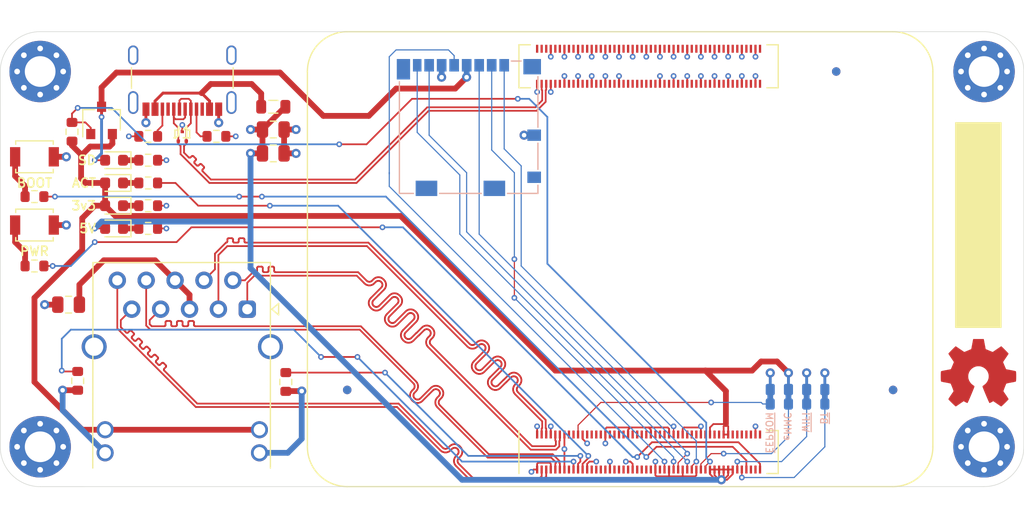
<source format=kicad_pcb>
(kicad_pcb (version 20171130) (host pcbnew "(5.1.9)-1")
  (title_block (title cm4-carrier-net) (date 2021-09-17) (rev v1.0a) (company fourside.io) (comment 1 twitch.tv/jkiv))
  (layers (0 F.Cu mixed) (1 In1.Cu power) (2 In2.Cu power) (31 B.Cu mixed) (34 B.Paste user) (35 F.Paste user) (36 B.SilkS user) (37 F.SilkS user) (38 B.Mask user) (39 F.Mask user) (44 Edge.Cuts user))
  (net 0 "")
  (net 1 GND)
  (net 2 "Net-(D1-Pad1)")
  (net 3 /USB_VBUS)
  (net 4 "Net-(J1-PadB5)")
  (net 5 "Net-(J1-PadA8)")
  (net 6 "Net-(J1-PadA5)")
  (net 7 "Net-(J1-PadB8)")
  (net 8 "Net-(J1-PadS1)")
  (net 9 /SD_D0)
  (net 10 /SD_CLK)
  (net 11 +3V3)
  (net 12 /SD_CMD)
  (net 13 /SD_D3)
  (net 14 /SD_D1)
  (net 15 /SD_D2)
  (net 16 /E0_TR2-)
  (net 17 /E0_TR2+)
  (net 18 /E0_TR1+)
  (net 19 /E0_TR1-)
  (net 20 /E0_TR3+)
  (net 21 /E0_TR3-)
  (net 22 /E0_TR0-)
  (net 23 /E0_TR0+)
  (net 24 /E0_LEDL)
  (net 25 /~E0_LEDR)
  (net 26 /~E0_LEDL)
  (net 27 "Net-(U5-Pad16)")
  (net 28 "Net-(U5-Pad18)")
  (net 29 "Net-(U5-Pad24)")
  (net 30 "Net-(U5-Pad25)")
  (net 31 "Net-(U5-Pad26)")
  (net 32 "Net-(U5-Pad27)")
  (net 33 "Net-(U5-Pad28)")
  (net 34 "Net-(U5-Pad29)")
  (net 35 "Net-(U5-Pad30)")
  (net 36 "Net-(U5-Pad31)")
  (net 37 "Net-(U5-Pad34)")
  (net 38 "Net-(U5-Pad35)")
  (net 39 "Net-(U5-Pad36)")
  (net 40 "Net-(U5-Pad37)")
  (net 41 "Net-(U5-Pad38)")
  (net 42 "Net-(U5-Pad39)")
  (net 43 "Net-(U5-Pad40)")
  (net 44 "Net-(U5-Pad41)")
  (net 45 "Net-(U5-Pad44)")
  (net 46 "Net-(U5-Pad45)")
  (net 47 "Net-(U5-Pad46)")
  (net 48 "Net-(U5-Pad47)")
  (net 49 "Net-(U5-Pad48)")
  (net 50 "Net-(U5-Pad49)")
  (net 51 "Net-(U5-Pad50)")
  (net 52 "Net-(U5-Pad51)")
  (net 53 "Net-(U5-Pad54)")
  (net 54 "Net-(U5-Pad55)")
  (net 55 "Net-(U5-Pad56)")
  (net 56 "Net-(U5-Pad58)")
  (net 57 "Net-(U5-Pad64)")
  (net 58 "Net-(U5-Pad68)")
  (net 59 "Net-(U5-Pad70)")
  (net 60 "Net-(U5-Pad72)")
  (net 61 "Net-(U5-Pad76)")
  (net 62 +5V)
  (net 63 "Net-(U5-Pad80)")
  (net 64 "Net-(U5-Pad82)")
  (net 65 "Net-(U5-Pad88)")
  (net 66 "Net-(U5-Pad90)")
  (net 67 "Net-(U5-Pad92)")
  (net 68 "Net-(U5-Pad94)")
  (net 69 "Net-(U5-Pad95)")
  (net 70 "Net-(U5-Pad96)")
  (net 71 "Net-(U5-Pad97)")
  (net 72 "Net-(U5-Pad100)")
  (net 73 /USB_D-)
  (net 74 "Net-(U5-Pad104)")
  (net 75 /USB_D+)
  (net 76 "Net-(U5-Pad106)")
  (net 77 "Net-(U5-Pad111)")
  (net 78 "Net-(J3-Pad14)")
  (net 79 "Net-(J3-Pad12)")
  (net 80 "Net-(C3-Pad1)")
  (net 81 "Net-(D2-Pad1)")
  (net 82 "Net-(D3-Pad1)")
  (net 83 /SD_PWR)
  (net 84 "Net-(D4-Pad1)")
  (net 85 /SD_PWR_ON)
  (net 86 /PI_LED_nACT)
  (net 87 /PI_nRPI_BOOT)
  (net 88 /PI_GLOBAL_EN)
  (net 89 "Net-(R9-Pad1)")
  (net 90 "Net-(R11-Pad1)")
  (net 91 "Net-(JP1-Pad2)")
  (net 92 "Net-(JP2-Pad2)")
  (net 93 "Net-(JP3-Pad2)")
  (net 94 "Net-(JP4-Pad2)")
  (module jkiv-library:USB_C_Receptacle_GCT-USB4105 (layer F.Cu) (at 96 98.3 180)
    (fp_text reference J1 (at 0 -4.58) (layer F.SilkS))
    (fp_text value USB_C_Receptacle_USB2.0)
    (pad A12 smd rect (at 3.2 -2.51 180) (size 0.6 1.16) (layers F.Cu F.Paste F.Mask) (net 1 GND))
    (pad A9 smd rect (at 2.4 -2.51 180) (size 0.6 1.16) (layers F.Cu F.Paste F.Mask) (net 3 /USB_VBUS))
    (pad B1 smd rect (at 3.2 -2.51 180) (size 0.6 1.16) (layers F.Cu F.Paste F.Mask) (net 1 GND))
    (pad B4 smd rect (at 2.4 -2.51 180) (size 0.6 1.16) (layers F.Cu F.Paste F.Mask) (net 3 /USB_VBUS))
    (pad B12 smd rect (at -3.2 -2.51 180) (size 0.6 1.16) (layers F.Cu F.Paste F.Mask) (net 1 GND))
    (pad A1 smd rect (at -3.2 -2.51 180) (size 0.6 1.16) (layers F.Cu F.Paste F.Mask) (net 1 GND))
    (pad B9 smd rect (at -2.4 -2.51 180) (size 0.6 1.16) (layers F.Cu F.Paste F.Mask) (net 3 /USB_VBUS))
    (pad A4 smd rect (at -2.4 -2.51 180) (size 0.6 1.16) (layers F.Cu F.Paste F.Mask) (net 3 /USB_VBUS))
    (pad "" np_thru_hole circle (at -2.89 -1.43) (size 0.65 0.65) (drill 0.65) (layers *.Cu *.Mask))
    (pad "" np_thru_hole circle (at 2.89 -1.43) (size 0.65 0.65) (drill 0.65) (layers *.Cu *.Mask))
    (pad B5 smd rect (at 1.75 -2.51) (size 0.3 1.16) (layers F.Cu F.Paste F.Mask) (net 4 "Net-(J1-PadB5)"))
    (pad B6 smd rect (at 0.75 -2.51) (size 0.3 1.16) (layers F.Cu F.Paste F.Mask) (net 75 /USB_D+))
    (pad A8 smd rect (at 1.25 -2.51) (size 0.3 1.16) (layers F.Cu F.Paste F.Mask) (net 5 "Net-(J1-PadA8)"))
    (pad A5 smd rect (at -1.25 -2.51) (size 0.3 1.16) (layers F.Cu F.Paste F.Mask) (net 6 "Net-(J1-PadA5)"))
    (pad B8 smd rect (at -1.75 -2.51) (size 0.3 1.16) (layers F.Cu F.Paste F.Mask) (net 7 "Net-(J1-PadB8)"))
    (pad A7 smd rect (at 0.25 -2.51) (size 0.3 1.16) (layers F.Cu F.Paste F.Mask) (net 73 /USB_D-))
    (pad A6 smd rect (at -0.25 -2.51) (size 0.3 1.16) (layers F.Cu F.Paste F.Mask) (net 75 /USB_D+))
    (pad B7 smd rect (at -0.75 -2.51) (size 0.3 1.16) (layers F.Cu F.Paste F.Mask) (net 73 /USB_D-))
    (pad S1 thru_hole oval (at 4.32 2.24 270) (size 1.7 0.9) (drill oval 1.4 0.6) (layers *.Cu *.Mask) (net 8 "Net-(J1-PadS1)"))
    (pad S1 thru_hole oval (at -4.32 2.24 270) (size 1.7 0.9) (drill oval 1.4 0.6) (layers *.Cu *.Mask) (net 8 "Net-(J1-PadS1)"))
    (pad S1 thru_hole oval (at 4.32 -1.93 270) (size 2 0.9) (drill oval 1.7 0.6) (layers *.Cu *.Mask) (net 8 "Net-(J1-PadS1)"))
    (pad S1 thru_hole oval (at -4.32 -1.93 270) (size 2 0.9) (drill oval 1.7 0.6) (layers *.Cu *.Mask) (net 8 "Net-(J1-PadS1)"))
  )
  (module Symbol:OSHW-Symbol_6.7x6mm_Copper (layer F.Cu) (at 166 124)
    (fp_text reference LOGO1 hide)
    (fp_text value Logo_Open_Hardware_Small hide)
    (fp_poly (pts (xy 0.555814 -2.531069) (xy 0.639635 -2.086445) (xy 0.94892 -1.958947) (xy 1.258206 -1.831449) (xy 1.629246 -2.083754) (xy 1.733157 -2.154004) (xy 1.827087 -2.216728) (xy 1.906652 -2.269062) (xy 1.96747 -2.308143) (xy 2.005157 -2.331107) (xy 2.015421 -2.336058) (xy 2.03391 -2.323324) (xy 2.07342 -2.288118) (xy 2.129522 -2.234938) (xy 2.197787 -2.168282) (xy 2.273786 -2.092646) (xy 2.353092 -2.012528) (xy 2.431275 -1.932426) (xy 2.503907 -1.856836) (xy 2.566559 -1.790255) (xy 2.614803 -1.737182) (xy 2.64421 -1.702113) (xy 2.651241 -1.690377) (xy 2.641123 -1.66874) (xy 2.612759 -1.621338) (xy 2.569129 -1.552807) (xy 2.513218 -1.467785) (xy 2.448006 -1.370907) (xy 2.410219 -1.31565) (xy 2.341343 -1.214752) (xy 2.28014 -1.123701) (xy 2.229578 -1.04703) (xy 2.192628 -0.989272) (xy 2.172258 -0.954957) (xy 2.169197 -0.947746) (xy 2.176136 -0.927252) (xy 2.195051 -0.879487) (xy 2.223087 -0.811168) (xy 2.257391 -0.729011) (xy 2.295109 -0.63973) (xy 2.333387 -0.550042) (xy 2.36937 -0.466662) (xy 2.400206 -0.396306) (xy 2.423039 -0.34569) (xy 2.435017 -0.321529) (xy 2.435724 -0.320578) (xy 2.454531 -0.315964) (xy 2.504618 -0.305672) (xy 2.580793 -0.290713) (xy 2.677865 -0.272099) (xy 2.790643 -0.250841) (xy 2.856442 -0.238582) (xy 2.97695 -0.215638) (xy 3.085797 -0.193805) (xy 3.177476 -0.174278) (xy 3.246481 -0.158252) (xy 3.287304 -0.146921) (xy 3.295511 -0.143326) (xy 3.303548 -0.118994) (xy 3.310033 -0.064041) (xy 3.31497 0.015108) (xy 3.318364 0.112026) (xy 3.320218 0.220287) (xy 3.320538 0.333465) (xy 3.319327 0.445135) (xy 3.31659 0.548868) (xy 3.312331 0.638241) (xy 3.306555 0.706826) (xy 3.299267 0.748197) (xy 3.294895 0.75681) (xy 3.268764 0.767133) (xy 3.213393 0.781892) (xy 3.136107 0.799352) (xy 3.04423 0.81778) (xy 3.012158 0.823741) (xy 2.857524 0.852066) (xy 2.735375 0.874876) (xy 2.641673 0.89308) (xy 2.572384 0.907583) (xy 2.523471 0.919292) (xy 2.490897 0.929115) (xy 2.470628 0.937956) (xy 2.458626 0.946724) (xy 2.456947 0.948457) (xy 2.440184 0.976371) (xy 2.414614 1.030695) (xy 2.382788 1.104777) (xy 2.34726 1.191965) (xy 2.310583 1.285608) (xy 2.275311 1.379052) (xy 2.243996 1.465647) (xy 2.219193 1.53874) (xy 2.203454 1.591678) (xy 2.199332 1.617811) (xy 2.199676 1.618726) (xy 2.213641 1.640086) (xy 2.245322 1.687084) (xy 2.291391 1.754827) (xy 2.348518 1.838423) (xy 2.413373 1.932982) (xy 2.431843 1.959854) (xy 2.497699 2.057275) (xy 2.55565 2.146163) (xy 2.602538 2.221412) (xy 2.635207 2.27792) (xy 2.6505 2.310581) (xy 2.651241 2.314593) (xy 2.638392 2.335684) (xy 2.602888 2.377464) (xy 2.549293 2.435445) (xy 2.482171 2.505135) (xy 2.406087 2.582045) (xy 2.325604 2.661683) (xy 2.245287 2.739561) (xy 2.169699 2.811186) (xy 2.103405 2.87207) (xy 2.050969 2.917721) (xy 2.016955 2.94365) (xy 2.007545 2.947883) (xy 1.985643 2.937912) (xy 1.9408 2.91102) (xy 1.880321 2.871736) (xy 1.833789 2.840117) (xy 1.749475 2.782098) (xy 1.649626 2.713784) (xy 1.549473 2.645579) (xy 1.495627 2.609075) (xy 1.313371 2.4858) (xy 1.160381 2.56852) (xy 1.090682 2.604759) (xy 1.031414 2.632926) (xy 0.991311 2.648991) (xy 0.981103 2.651226) (xy 0.968829 2.634722) (xy 0.944613 2.588082) (xy 0.910263 2.515609) (xy 0.867588 2.421606) (xy 0.818394 2.310374) (xy 0.76449 2.186215) (xy 0.707684 2.053432) (xy 0.649782 1.916327) (xy 0.592593 1.779202) (xy 0.537924 1.646358) (xy 0.487584 1.522098) (xy 0.44338 1.410725) (xy 0.407119 1.316539) (xy 0.380609 1.243844) (xy 0.365658 1.196941) (xy 0.363254 1.180833) (xy 0.382311 1.160286) (xy 0.424036 1.126933) (xy 0.479706 1.087702) (xy 0.484378 1.084599) (xy 0.628264 0.969423) (xy 0.744283 0.835053) (xy 0.83143 0.685784) (xy 0.888699 0.525913) (xy 0.915086 0.359737) (xy 0.909585 0.191552) (xy 0.87119 0.025655) (xy 0.798895 -0.133658) (xy 0.777626 -0.168513) (xy 0.666996 -0.309263) (xy 0.536302 -0.422286) (xy 0.390064 -0.506997) (xy 0.232808 -0.562806) (xy 0.069057 -0.589126) (xy -0.096667 -0.58537) (xy -0.259838 -0.55095) (xy -0.415935 -0.485277) (xy -0.560433 -0.387765) (xy -0.605131 -0.348187) (xy -0.718888 -0.224297) (xy -0.801782 -0.093876) (xy -0.858644 0.052315) (xy -0.890313 0.197088) (xy -0.898131 0.35986) (xy -0.872062 0.52344) (xy -0.814755 0.682298) (xy -0.728856 0.830906) (xy -0.617014 0.963735) (xy -0.481877 1.075256) (xy -0.464117 1.087011) (xy -0.40785 1.125508) (xy -0.365077 1.158863) (xy -0.344628 1.18016) (xy -0.344331 1.180833) (xy -0.348721 1.203871) (xy -0.366124 1.256157) (xy -0.394732 1.33339) (xy -0.432735 1.431268) (xy -0.478326 1.545491) (xy -0.529697 1.671758) (xy -0.585038 1.805767) (xy -0.642542 1.943218) (xy -0.700399 2.079808) (xy -0.756802 2.211237) (xy -0.809942 2.333205) (xy -0.85801 2.441409) (xy -0.899199 2.531549) (xy -0.931699 2.599323) (xy -0.953703 2.64043) (xy -0.962564 2.651226) (xy -0.98964 2.642819) (xy -1.040303 2.620272) (xy -1.105817 2.587613) (xy -1.141841 2.56852) (xy -1.294832 2.4858) (xy -1.477088 2.609075) (xy -1.570125 2.672228) (xy -1.671985 2.741727) (xy -1.767438 2.807165) (xy -1.81525 2.840117) (xy -1.882495 2.885273) (xy -1.939436 2.921057) (xy -1.978646 2.942938) (xy -1.991381 2.947563) (xy -2.009917 2.935085) (xy -2.050941 2.900252) (xy -2.110475 2.846678) (xy -2.184542 2.777983) (xy -2.269165 2.697781) (xy -2.322685 2.646286) (xy -2.416319 2.554286) (xy -2.497241 2.471999) (xy -2.562177 2.402945) (xy -2.607858 2.350644) (xy -2.631011 2.318616) (xy -2.633232 2.312116) (xy -2.622924 2.287394) (xy -2.594439 2.237405) (xy -2.550937 2.167212) (xy -2.495577 2.081875) (xy -2.43152 1.986456) (xy -2.413303 1.959854) (xy -2.346927 1.863167) (xy -2.287378 1.776117) (xy -2.237984 1.703595) (xy -2.202075 1.650493) (xy -2.182981 1.621703) (xy -2.181136 1.618726) (xy -2.183895 1.595782) (xy -2.198538 1.545336) (xy -2.222513 1.474041) (xy -2.253266 1.388547) (xy -2.288244 1.295507) (xy -2.324893 1.201574) (xy -2.360661 1.113399) (xy -2.392994 1.037634) (xy -2.419338 0.980931) (xy -2.437142 0.949943) (xy -2.438407 0.948457) (xy -2.449294 0.939601) (xy -2.467682 0.930843) (xy -2.497606 0.921277) (xy -2.543103 0.909996) (xy -2.608209 0.896093) (xy -2.696961 0.878663) (xy -2.813393 0.856798) (xy -2.961542 0.829591) (xy -2.993618 0.823741) (xy -3.088686 0.805374) (xy -3.171565 0.787405) (xy -3.23493 0.771569) (xy -3.271458 0.7596) (xy -3.276356 0.75681) (xy -3.284427 0.732072) (xy -3.290987 0.67679) (xy -3.296033 0.597389) (xy -3.299559 0.500296) (xy -3.301561 0.391938) (xy -3.302036 0.27874) (xy -3.300977 0.167128) (xy -3.298382 0.063529) (xy -3.294246 -0.025632) (xy -3.288563 -0.093928) (xy -3.281331 -0.134934) (xy -3.276971 -0.143326) (xy -3.252698 -0.151792) (xy -3.197426 -0.165565) (xy -3.116662 -0.18345) (xy -3.015912 -0.204252) (xy -2.900683 -0.226777) (xy -2.837902 -0.238582) (xy -2.718787 -0.260849) (xy -2.612565 -0.281021) (xy -2.524427 -0.298085) (xy -2.459566 -0.311031) (xy -2.423174 -0.318845) (xy -2.417184 -0.320578) (xy -2.407061 -0.34011) (xy -2.385662 -0.387157) (xy -2.355839 -0.454997) (xy -2.320445 -0.536909) (xy -2.282332 -0.626172) (xy -2.244353 -0.716065) (xy -2.20936 -0.799865) (xy -2.180206 -0.870853) (xy -2.159743 -0.922306) (xy -2.150823 -0.947503) (xy -2.150657 -0.948604) (xy -2.160769 -0.968481) (xy -2.189117 -1.014223) (xy -2.232723 -1.081283) (xy -2.288606 -1.165116) (xy -2.353787 -1.261174) (xy -2.391679 -1.31635) (xy -2.460725 -1.417519) (xy -2.52205 -1.50937) (xy -2.572663 -1.587256) (xy -2.609571 -1.646531) (xy -2.629782 -1.682549) (xy -2.632701 -1.690623) (xy -2.620153 -1.709416) (xy -2.585463 -1.749543) (xy -2.533063 -1.806507) (xy -2.467384 -1.875815) (xy -2.392856 -1.952969) (xy -2.313913 -2.033475) (xy -2.234983 -2.112837) (xy -2.1605 -2.18656) (xy -2.094894 -2.250148) (xy -2.042596 -2.299106) (xy -2.008039 -2.328939) (xy -1.996478 -2.336058) (xy -1.977654 -2.326047) (xy -1.932631 -2.297922) (xy -1.865787 -2.254546) (xy -1.781499 -2.198782) (xy -1.684144 -2.133494) (xy -1.610707 -2.083754) (xy -1.239667 -1.831449) (xy -0.621095 -2.086445) (xy -0.537275 -2.531069) (xy -0.453454 -2.975693) (xy 0.471994 -2.975693) (xy 0.555814 -2.531069)) (layer F.Cu) (width 0.01))
  )
  (module jkiv-library:J_Small_NC (layer B.Cu) (at 147.7 126.1 270)
    (fp_text reference JP4 hide)
    (fp_text value EEPROM_nWP hide)
    (fp_line (start -0.127 0) (end 0.127 0) (layer B.Cu) (width 0.508))
    (pad 1 smd roundrect (at -0.635 0 270) (size 1 0.8) (layers B.Cu B.Mask) (roundrect_rratio 0.2) (net 1 GND))
    (pad 2 smd roundrect (at 0.635 0 270) (size 1 0.8) (layers B.Cu B.Mask) (net 94 "Net-(JP4-Pad2)"))
  )
  (module jkiv-library:J_Small_NC (layer B.Cu) (at 149.3 126.1 270)
    (fp_text reference JP1 hide)
    (fp_text value eMMC hide)
    (fp_line (start -0.127 0) (end 0.127 0) (layer B.Cu) (width 0.508))
    (pad 1 smd roundrect (at -0.635 0 270) (size 1 0.8) (layers B.Cu B.Mask) (roundrect_rratio 0.2) (net 11 +3V3))
    (pad 2 smd roundrect (at 0.635 0 270) (size 1 0.8) (layers B.Cu B.Mask) (net 91 "Net-(JP1-Pad2)"))
  )
  (module jkiv-library:J_Small_NC (layer B.Cu) (at 150.9 126.1 270)
    (fp_text reference JP2 hide)
    (fp_text value ~WL_nDisable hide)
    (fp_line (start -0.127 0) (end 0.127 0) (layer B.Cu) (width 0.508))
    (pad 1 smd roundrect (at -0.635 0 270) (size 1 0.8) (layers B.Cu B.Mask) (roundrect_rratio 0.2) (net 1 GND))
    (pad 2 smd roundrect (at 0.635 0 270) (size 1 0.8) (layers B.Cu B.Mask) (net 92 "Net-(JP2-Pad2)"))
  )
  (module jkiv-library:J_Small_NC (layer B.Cu) (at 152.5 126.1 270)
    (fp_text reference JP3 hide)
    (fp_text value ~BT_nDisable hide)
    (fp_line (start -0.127 0) (end 0.127 0) (layer B.Cu) (width 0.508))
    (pad 1 smd roundrect (at -0.635 0 270) (size 1 0.8) (layers B.Cu B.Mask) (roundrect_rratio 0.2) (net 1 GND))
    (pad 2 smd roundrect (at 0.635 0 270) (size 1 0.8) (layers B.Cu B.Mask) (net 93 "Net-(JP3-Pad2)"))
  )
  (module RPi_Compute_Module_4:Raspberry-Pi-4-Compute-Module (layer F.Cu) (at 137 114 90)
    (fp_text reference U5 hide)
    (fp_text value Compute_Module_4_Functional hide)
    (pad "" np_thru_hole circle (at -16.5 -26.5 90) (size 2.7 2.7) (drill 2.7) (layers *.Cu *.Mask) (clearance 1.7))
    (pad "" np_thru_hole circle (at 16.5 21.5 90) (size 2.7 2.7) (drill 2.7) (layers *.Cu *.Mask) (clearance 1.7))
    (pad "" np_thru_hole circle (at -16.5 21.5 90) (size 2.7 2.7) (drill 2.7) (layers *.Cu *.Mask) (clearance 1.7))
    (pad "" np_thru_hole circle (at 16.5 -26.5 90) (size 2.7 2.7) (drill 2.7) (layers *.Cu *.Mask) (clearance 1.7))
    (pad 1 smd rect (at -18.5 -9.8) (size 0.2 0.7) (layers F.Cu F.Paste F.Mask) (net 1 GND))
    (pad 2 smd rect (at -15.42 -9.8) (size 0.2 0.7) (layers F.Cu F.Paste F.Mask) (net 1 GND))
    (pad 3 smd rect (at -18.5 -9.4) (size 0.2 0.7) (layers F.Cu F.Paste F.Mask) (net 20 /E0_TR3+))
    (pad 4 smd rect (at -15.42 -9.4) (size 0.2 0.7) (layers F.Cu F.Paste F.Mask) (net 18 /E0_TR1+))
    (pad 5 smd rect (at -18.5 -9) (size 0.2 0.7) (layers F.Cu F.Paste F.Mask) (net 21 /E0_TR3-))
    (pad 6 smd rect (at -15.42 -9) (size 0.2 0.7) (layers F.Cu F.Paste F.Mask) (net 19 /E0_TR1-))
    (pad 7 smd rect (at -18.5 -8.6) (size 0.2 0.7) (layers F.Cu F.Paste F.Mask) (net 1 GND))
    (pad 8 smd rect (at -15.42 -8.6) (size 0.2 0.7) (layers F.Cu F.Paste F.Mask) (net 1 GND))
    (pad 9 smd rect (at -18.5 -8.2) (size 0.2 0.7) (layers F.Cu F.Paste F.Mask) (net 16 /E0_TR2-))
    (pad 10 smd rect (at -15.42 -8.2) (size 0.2 0.7) (layers F.Cu F.Paste F.Mask) (net 22 /E0_TR0-))
    (pad 11 smd rect (at -18.5 -7.8) (size 0.2 0.7) (layers F.Cu F.Paste F.Mask) (net 17 /E0_TR2+))
    (pad 12 smd rect (at -15.42 -7.8) (size 0.2 0.7) (layers F.Cu F.Paste F.Mask) (net 23 /E0_TR0+))
    (pad 13 smd rect (at -18.5 -7.4) (size 0.2 0.7) (layers F.Cu F.Paste F.Mask) (net 1 GND))
    (pad 14 smd rect (at -15.42 -7.4) (size 0.2 0.7) (layers F.Cu F.Paste F.Mask) (net 1 GND))
    (pad 15 smd rect (at -18.5 -7) (size 0.2 0.7) (layers F.Cu F.Paste F.Mask) (net 24 /E0_LEDL))
    (pad 16 smd rect (at -15.42 -7) (size 0.2 0.7) (layers F.Cu F.Paste F.Mask) (net 27 "Net-(U5-Pad16)"))
    (pad 17 smd rect (at -18.5 -6.6) (size 0.2 0.7) (layers F.Cu F.Paste F.Mask) (net 26 /~E0_LEDL))
    (pad 18 smd rect (at -15.42 -6.6) (size 0.2 0.7) (layers F.Cu F.Paste F.Mask) (net 28 "Net-(U5-Pad18)"))
    (pad 19 smd rect (at -18.5 -6.2) (size 0.2 0.7) (layers F.Cu F.Paste F.Mask) (net 25 /~E0_LEDR))
    (pad 20 smd rect (at -15.42 -6.2) (size 0.2 0.7) (layers F.Cu F.Paste F.Mask) (net 94 "Net-(JP4-Pad2)"))
    (pad 21 smd rect (at -18.5 -5.8) (size 0.2 0.7) (layers F.Cu F.Paste F.Mask) (net 86 /PI_LED_nACT))
    (pad 22 smd rect (at -15.42 -5.8) (size 0.2 0.7) (layers F.Cu F.Paste F.Mask) (net 1 GND))
    (pad 23 smd rect (at -18.5 -5.4) (size 0.2 0.7) (layers F.Cu F.Paste F.Mask) (net 1 GND))
    (pad 24 smd rect (at -15.42 -5.4) (size 0.2 0.7) (layers F.Cu F.Paste F.Mask) (net 29 "Net-(U5-Pad24)"))
    (pad 25 smd rect (at -18.5 -5) (size 0.2 0.7) (layers F.Cu F.Paste F.Mask) (net 30 "Net-(U5-Pad25)"))
    (pad 26 smd rect (at -15.42 -5) (size 0.2 0.7) (layers F.Cu F.Paste F.Mask) (net 31 "Net-(U5-Pad26)"))
    (pad 27 smd rect (at -18.5 -4.6) (size 0.2 0.7) (layers F.Cu F.Paste F.Mask) (net 32 "Net-(U5-Pad27)"))
    (pad 28 smd rect (at -15.42 -4.6) (size 0.2 0.7) (layers F.Cu F.Paste F.Mask) (net 33 "Net-(U5-Pad28)"))
    (pad 29 smd rect (at -18.5 -4.2) (size 0.2 0.7) (layers F.Cu F.Paste F.Mask) (net 34 "Net-(U5-Pad29)"))
    (pad 30 smd rect (at -15.42 -4.2) (size 0.2 0.7) (layers F.Cu F.Paste F.Mask) (net 35 "Net-(U5-Pad30)"))
    (pad 31 smd rect (at -18.5 -3.8) (size 0.2 0.7) (layers F.Cu F.Paste F.Mask) (net 36 "Net-(U5-Pad31)"))
    (pad 32 smd rect (at -15.42 -3.8) (size 0.2 0.7) (layers F.Cu F.Paste F.Mask) (net 1 GND))
    (pad 33 smd rect (at -18.5 -3.4) (size 0.2 0.7) (layers F.Cu F.Paste F.Mask) (net 1 GND))
    (pad 34 smd rect (at -15.42 -3.4) (size 0.2 0.7) (layers F.Cu F.Paste F.Mask) (net 37 "Net-(U5-Pad34)"))
    (pad 35 smd rect (at -18.5 -3) (size 0.2 0.7) (layers F.Cu F.Paste F.Mask) (net 38 "Net-(U5-Pad35)"))
    (pad 36 smd rect (at -15.42 -3) (size 0.2 0.7) (layers F.Cu F.Paste F.Mask) (net 39 "Net-(U5-Pad36)"))
    (pad 37 smd rect (at -18.5 -2.6) (size 0.2 0.7) (layers F.Cu F.Paste F.Mask) (net 40 "Net-(U5-Pad37)"))
    (pad 38 smd rect (at -15.42 -2.6) (size 0.2 0.7) (layers F.Cu F.Paste F.Mask) (net 41 "Net-(U5-Pad38)"))
    (pad 39 smd rect (at -18.5 -2.2) (size 0.2 0.7) (layers F.Cu F.Paste F.Mask) (net 42 "Net-(U5-Pad39)"))
    (pad 40 smd rect (at -15.42 -2.2) (size 0.2 0.7) (layers F.Cu F.Paste F.Mask) (net 43 "Net-(U5-Pad40)"))
    (pad 41 smd rect (at -18.5 -1.8) (size 0.2 0.7) (layers F.Cu F.Paste F.Mask) (net 44 "Net-(U5-Pad41)"))
    (pad 42 smd rect (at -15.42 -1.8) (size 0.2 0.7) (layers F.Cu F.Paste F.Mask) (net 1 GND))
    (pad 43 smd rect (at -18.5 -1.4) (size 0.2 0.7) (layers F.Cu F.Paste F.Mask) (net 1 GND))
    (pad 44 smd rect (at -15.42 -1.4) (size 0.2 0.7) (layers F.Cu F.Paste F.Mask) (net 45 "Net-(U5-Pad44)"))
    (pad 45 smd rect (at -18.5 -1) (size 0.2 0.7) (layers F.Cu F.Paste F.Mask) (net 46 "Net-(U5-Pad45)"))
    (pad 46 smd rect (at -15.42 -1) (size 0.2 0.7) (layers F.Cu F.Paste F.Mask) (net 47 "Net-(U5-Pad46)"))
    (pad 47 smd rect (at -18.5 -0.6) (size 0.2 0.7) (layers F.Cu F.Paste F.Mask) (net 48 "Net-(U5-Pad47)"))
    (pad 48 smd rect (at -15.42 -0.6) (size 0.2 0.7) (layers F.Cu F.Paste F.Mask) (net 49 "Net-(U5-Pad48)"))
    (pad 49 smd rect (at -18.5 -0.2) (size 0.2 0.7) (layers F.Cu F.Paste F.Mask) (net 50 "Net-(U5-Pad49)"))
    (pad 50 smd rect (at -15.42 -0.2) (size 0.2 0.7) (layers F.Cu F.Paste F.Mask) (net 51 "Net-(U5-Pad50)"))
    (pad 51 smd rect (at -18.5 0.2) (size 0.2 0.7) (layers F.Cu F.Paste F.Mask) (net 52 "Net-(U5-Pad51)"))
    (pad 52 smd rect (at -15.42 0.2) (size 0.2 0.7) (layers F.Cu F.Paste F.Mask) (net 1 GND))
    (pad 53 smd rect (at -18.5 0.6) (size 0.2 0.7) (layers F.Cu F.Paste F.Mask) (net 1 GND))
    (pad 54 smd rect (at -15.42 0.6) (size 0.2 0.7) (layers F.Cu F.Paste F.Mask) (net 53 "Net-(U5-Pad54)"))
    (pad 55 smd rect (at -18.5 1) (size 0.2 0.7) (layers F.Cu F.Paste F.Mask) (net 54 "Net-(U5-Pad55)"))
    (pad 56 smd rect (at -15.42 1) (size 0.2 0.7) (layers F.Cu F.Paste F.Mask) (net 55 "Net-(U5-Pad56)"))
    (pad 57 smd rect (at -18.5 1.4) (size 0.2 0.7) (layers F.Cu F.Paste F.Mask) (net 10 /SD_CLK))
    (pad 58 smd rect (at -15.42 1.4) (size 0.2 0.7) (layers F.Cu F.Paste F.Mask) (net 56 "Net-(U5-Pad58)"))
    (pad 59 smd rect (at -18.5 1.8) (size 0.2 0.7) (layers F.Cu F.Paste F.Mask) (net 1 GND))
    (pad 60 smd rect (at -15.42 1.8) (size 0.2 0.7) (layers F.Cu F.Paste F.Mask) (net 1 GND))
    (pad 61 smd rect (at -18.5 2.2) (size 0.2 0.7) (layers F.Cu F.Paste F.Mask) (net 13 /SD_D3))
    (pad 62 smd rect (at -15.42 2.2) (size 0.2 0.7) (layers F.Cu F.Paste F.Mask) (net 12 /SD_CMD))
    (pad 63 smd rect (at -18.5 2.6) (size 0.2 0.7) (layers F.Cu F.Paste F.Mask) (net 9 /SD_D0))
    (pad 64 smd rect (at -15.42 2.6) (size 0.2 0.7) (layers F.Cu F.Paste F.Mask) (net 57 "Net-(U5-Pad64)"))
    (pad 65 smd rect (at -18.5 3) (size 0.2 0.7) (layers F.Cu F.Paste F.Mask) (net 1 GND))
    (pad 66 smd rect (at -15.42 3) (size 0.2 0.7) (layers F.Cu F.Paste F.Mask) (net 1 GND))
    (pad 67 smd rect (at -18.5 3.4) (size 0.2 0.7) (layers F.Cu F.Paste F.Mask) (net 14 /SD_D1))
    (pad 68 smd rect (at -15.42 3.4) (size 0.2 0.7) (layers F.Cu F.Paste F.Mask) (net 58 "Net-(U5-Pad68)"))
    (pad 69 smd rect (at -18.5 3.8) (size 0.2 0.7) (layers F.Cu F.Paste F.Mask) (net 15 /SD_D2))
    (pad 70 smd rect (at -15.42 3.8) (size 0.2 0.7) (layers F.Cu F.Paste F.Mask) (net 59 "Net-(U5-Pad70)"))
    (pad 71 smd rect (at -18.5 4.2) (size 0.2 0.7) (layers F.Cu F.Paste F.Mask) (net 1 GND))
    (pad 72 smd rect (at -15.42 4.2) (size 0.2 0.7) (layers F.Cu F.Paste F.Mask) (net 60 "Net-(U5-Pad72)"))
    (pad 73 smd rect (at -18.5 4.6) (size 0.2 0.7) (layers F.Cu F.Paste F.Mask) (net 91 "Net-(JP1-Pad2)"))
    (pad 74 smd rect (at -15.42 4.6) (size 0.2 0.7) (layers F.Cu F.Paste F.Mask) (net 1 GND))
    (pad 75 smd rect (at -18.5 5) (size 0.2 0.7) (layers F.Cu F.Paste F.Mask) (net 85 /SD_PWR_ON))
    (pad 76 smd rect (at -15.42 5) (size 0.2 0.7) (layers F.Cu F.Paste F.Mask) (net 61 "Net-(U5-Pad76)"))
    (pad 77 smd rect (at -18.5 5.4) (size 0.2 0.7) (layers F.Cu F.Paste F.Mask) (net 62 +5V))
    (pad 78 smd rect (at -15.42 5.4) (size 0.2 0.7) (layers F.Cu F.Paste F.Mask) (net 11 +3V3))
    (pad 79 smd rect (at -18.5 5.8) (size 0.2 0.7) (layers F.Cu F.Paste F.Mask) (net 62 +5V))
    (pad 80 smd rect (at -15.42 5.8) (size 0.2 0.7) (layers F.Cu F.Paste F.Mask) (net 63 "Net-(U5-Pad80)"))
    (pad 81 smd rect (at -18.5 6.2) (size 0.2 0.7) (layers F.Cu F.Paste F.Mask) (net 62 +5V))
    (pad 82 smd rect (at -15.42 6.2) (size 0.2 0.7) (layers F.Cu F.Paste F.Mask) (net 64 "Net-(U5-Pad82)"))
    (pad 83 smd rect (at -18.5 6.6) (size 0.2 0.7) (layers F.Cu F.Paste F.Mask) (net 62 +5V))
    (pad 84 smd rect (at -15.42 6.6) (size 0.2 0.7) (layers F.Cu F.Paste F.Mask) (net 11 +3V3))
    (pad 85 smd rect (at -18.5 7) (size 0.2 0.7) (layers F.Cu F.Paste F.Mask) (net 62 +5V))
    (pad 86 smd rect (at -15.42 7) (size 0.2 0.7) (layers F.Cu F.Paste F.Mask) (net 11 +3V3))
    (pad 87 smd rect (at -18.5 7.4) (size 0.2 0.7) (layers F.Cu F.Paste F.Mask) (net 62 +5V))
    (pad 88 smd rect (at -15.42 7.4) (size 0.2 0.7) (layers F.Cu F.Paste F.Mask) (net 65 "Net-(U5-Pad88)"))
    (pad 89 smd rect (at -18.5 7.8) (size 0.2 0.7) (layers F.Cu F.Paste F.Mask) (net 92 "Net-(JP2-Pad2)"))
    (pad 90 smd rect (at -15.42 7.8) (size 0.2 0.7) (layers F.Cu F.Paste F.Mask) (net 66 "Net-(U5-Pad90)"))
    (pad 91 smd rect (at -18.5 8.2) (size 0.2 0.7) (layers F.Cu F.Paste F.Mask) (net 93 "Net-(JP3-Pad2)"))
    (pad 92 smd rect (at -15.42 8.2) (size 0.2 0.7) (layers F.Cu F.Paste F.Mask) (net 67 "Net-(U5-Pad92)"))
    (pad 93 smd rect (at -18.5 8.6) (size 0.2 0.7) (layers F.Cu F.Paste F.Mask) (net 87 /PI_nRPI_BOOT))
    (pad 94 smd rect (at -15.42 8.6) (size 0.2 0.7) (layers F.Cu F.Paste F.Mask) (net 68 "Net-(U5-Pad94)"))
    (pad 95 smd rect (at -18.5 9) (size 0.2 0.7) (layers F.Cu F.Paste F.Mask) (net 69 "Net-(U5-Pad95)"))
    (pad 96 smd rect (at -15.42 9) (size 0.2 0.7) (layers F.Cu F.Paste F.Mask) (net 70 "Net-(U5-Pad96)"))
    (pad 97 smd rect (at -18.5 9.4) (size 0.2 0.7) (layers F.Cu F.Paste F.Mask) (net 71 "Net-(U5-Pad97)"))
    (pad 98 smd rect (at -15.42 9.4) (size 0.2 0.7) (layers F.Cu F.Paste F.Mask) (net 1 GND))
    (pad 99 smd rect (at -18.5 9.8) (size 0.2 0.7) (layers F.Cu F.Paste F.Mask) (net 88 /PI_GLOBAL_EN))
    (pad 100 smd rect (at -15.42 9.8) (size 0.2 0.7) (layers F.Cu F.Paste F.Mask) (net 72 "Net-(U5-Pad100)"))
    (pad 101 smd rect (at 15.42 -9.8) (size 0.2 0.7) (layers F.Cu F.Paste F.Mask) (net 1 GND))
    (pad 102 smd rect (at 18.5 -9.8) (size 0.2 0.7) (layers F.Cu F.Paste F.Mask))
    (pad 103 smd rect (at 15.42 -9.4) (size 0.2 0.7) (layers F.Cu F.Paste F.Mask) (net 73 /USB_D-))
    (pad 104 smd rect (at 18.5 -9.4) (size 0.2 0.7) (layers F.Cu F.Paste F.Mask) (net 74 "Net-(U5-Pad104)"))
    (pad 105 smd rect (at 15.42 -9) (size 0.2 0.7) (layers F.Cu F.Paste F.Mask) (net 75 /USB_D+))
    (pad 106 smd rect (at 18.5 -9) (size 0.2 0.7) (layers F.Cu F.Paste F.Mask) (net 76 "Net-(U5-Pad106)"))
    (pad 107 smd rect (at 15.42 -8.6) (size 0.2 0.7) (layers F.Cu F.Paste F.Mask) (net 1 GND))
    (pad 108 smd rect (at 18.5 -8.6) (size 0.2 0.7) (layers F.Cu F.Paste F.Mask) (net 1 GND))
    (pad 109 smd rect (at 15.42 -8.2) (size 0.2 0.7) (layers F.Cu F.Paste F.Mask))
    (pad 110 smd rect (at 18.5 -8.2) (size 0.2 0.7) (layers F.Cu F.Paste F.Mask))
    (pad 111 smd rect (at 15.42 -7.8) (size 0.2 0.7) (layers F.Cu F.Paste F.Mask) (net 77 "Net-(U5-Pad111)"))
    (pad 112 smd rect (at 18.5 -7.8) (size 0.2 0.7) (layers F.Cu F.Paste F.Mask))
    (pad 113 smd rect (at 15.42 -7.4) (size 0.2 0.7) (layers F.Cu F.Paste F.Mask) (net 1 GND))
    (pad 114 smd rect (at 18.5 -7.4) (size 0.2 0.7) (layers F.Cu F.Paste F.Mask) (net 1 GND))
    (pad 115 smd rect (at 15.42 -7) (size 0.2 0.7) (layers F.Cu F.Paste F.Mask))
    (pad 116 smd rect (at 18.5 -7) (size 0.2 0.7) (layers F.Cu F.Paste F.Mask))
    (pad 117 smd rect (at 15.42 -6.6) (size 0.2 0.7) (layers F.Cu F.Paste F.Mask))
    (pad 118 smd rect (at 18.5 -6.6) (size 0.2 0.7) (layers F.Cu F.Paste F.Mask))
    (pad 119 smd rect (at 15.42 -6.2) (size 0.2 0.7) (layers F.Cu F.Paste F.Mask) (net 1 GND))
    (pad 120 smd rect (at 18.5 -6.2) (size 0.2 0.7) (layers F.Cu F.Paste F.Mask) (net 1 GND))
    (pad 121 smd rect (at 15.42 -5.8) (size 0.2 0.7) (layers F.Cu F.Paste F.Mask))
    (pad 122 smd rect (at 18.5 -5.8) (size 0.2 0.7) (layers F.Cu F.Paste F.Mask))
    (pad 123 smd rect (at 15.42 -5.4) (size 0.2 0.7) (layers F.Cu F.Paste F.Mask))
    (pad 124 smd rect (at 18.5 -5.4) (size 0.2 0.7) (layers F.Cu F.Paste F.Mask))
    (pad 125 smd rect (at 15.42 -5) (size 0.2 0.7) (layers F.Cu F.Paste F.Mask) (net 1 GND))
    (pad 126 smd rect (at 18.5 -5) (size 0.2 0.7) (layers F.Cu F.Paste F.Mask) (net 1 GND))
    (pad 127 smd rect (at 15.42 -4.6) (size 0.2 0.7) (layers F.Cu F.Paste F.Mask))
    (pad 128 smd rect (at 18.5 -4.6) (size 0.2 0.7) (layers F.Cu F.Paste F.Mask))
    (pad 129 smd rect (at 15.42 -4.2) (size 0.2 0.7) (layers F.Cu F.Paste F.Mask))
    (pad 130 smd rect (at 18.5 -4.2) (size 0.2 0.7) (layers F.Cu F.Paste F.Mask))
    (pad 131 smd rect (at 15.42 -3.8) (size 0.2 0.7) (layers F.Cu F.Paste F.Mask) (net 1 GND))
    (pad 132 smd rect (at 18.5 -3.8) (size 0.2 0.7) (layers F.Cu F.Paste F.Mask) (net 1 GND))
    (pad 133 smd rect (at 15.42 -3.4) (size 0.2 0.7) (layers F.Cu F.Paste F.Mask))
    (pad 134 smd rect (at 18.5 -3.4) (size 0.2 0.7) (layers F.Cu F.Paste F.Mask))
    (pad 135 smd rect (at 15.42 -3) (size 0.2 0.7) (layers F.Cu F.Paste F.Mask))
    (pad 136 smd rect (at 18.5 -3) (size 0.2 0.7) (layers F.Cu F.Paste F.Mask))
    (pad 137 smd rect (at 15.42 -2.6) (size 0.2 0.7) (layers F.Cu F.Paste F.Mask) (net 1 GND))
    (pad 138 smd rect (at 18.5 -2.6) (size 0.2 0.7) (layers F.Cu F.Paste F.Mask) (net 1 GND))
    (pad 139 smd rect (at 15.42 -2.2) (size 0.2 0.7) (layers F.Cu F.Paste F.Mask))
    (pad 140 smd rect (at 18.5 -2.2) (size 0.2 0.7) (layers F.Cu F.Paste F.Mask))
    (pad 141 smd rect (at 15.42 -1.8) (size 0.2 0.7) (layers F.Cu F.Paste F.Mask))
    (pad 142 smd rect (at 18.5 -1.8) (size 0.2 0.7) (layers F.Cu F.Paste F.Mask))
    (pad 143 smd rect (at 15.42 -1.4) (size 0.2 0.7) (layers F.Cu F.Paste F.Mask))
    (pad 144 smd rect (at 18.5 -1.4) (size 0.2 0.7) (layers F.Cu F.Paste F.Mask) (net 1 GND))
    (pad 145 smd rect (at 15.42 -1) (size 0.2 0.7) (layers F.Cu F.Paste F.Mask))
    (pad 146 smd rect (at 18.5 -1) (size 0.2 0.7) (layers F.Cu F.Paste F.Mask))
    (pad 147 smd rect (at 15.42 -0.6) (size 0.2 0.7) (layers F.Cu F.Paste F.Mask))
    (pad 148 smd rect (at 18.5 -0.6) (size 0.2 0.7) (layers F.Cu F.Paste F.Mask))
    (pad 149 smd rect (at 15.42 -0.2) (size 0.2 0.7) (layers F.Cu F.Paste F.Mask))
    (pad 150 smd rect (at 18.5 -0.2) (size 0.2 0.7) (layers F.Cu F.Paste F.Mask) (net 1 GND))
    (pad 151 smd rect (at 15.42 0.2) (size 0.2 0.7) (layers F.Cu F.Paste F.Mask))
    (pad 152 smd rect (at 18.5 0.2) (size 0.2 0.7) (layers F.Cu F.Paste F.Mask))
    (pad 153 smd rect (at 15.42 0.6) (size 0.2 0.7) (layers F.Cu F.Paste F.Mask))
    (pad 154 smd rect (at 18.5 0.6) (size 0.2 0.7) (layers F.Cu F.Paste F.Mask))
    (pad 155 smd rect (at 15.42 1) (size 0.2 0.7) (layers F.Cu F.Paste F.Mask) (net 1 GND))
    (pad 156 smd rect (at 18.5 1) (size 0.2 0.7) (layers F.Cu F.Paste F.Mask) (net 1 GND))
    (pad 157 smd rect (at 15.42 1.4) (size 0.2 0.7) (layers F.Cu F.Paste F.Mask))
    (pad 158 smd rect (at 18.5 1.4) (size 0.2 0.7) (layers F.Cu F.Paste F.Mask))
    (pad 159 smd rect (at 15.42 1.8) (size 0.2 0.7) (layers F.Cu F.Paste F.Mask))
    (pad 160 smd rect (at 18.5 1.8) (size 0.2 0.7) (layers F.Cu F.Paste F.Mask))
    (pad 161 smd rect (at 15.42 2.2) (size 0.2 0.7) (layers F.Cu F.Paste F.Mask) (net 1 GND))
    (pad 162 smd rect (at 18.5 2.2) (size 0.2 0.7) (layers F.Cu F.Paste F.Mask) (net 1 GND))
    (pad 163 smd rect (at 15.42 2.6) (size 0.2 0.7) (layers F.Cu F.Paste F.Mask))
    (pad 164 smd rect (at 18.5 2.6) (size 0.2 0.7) (layers F.Cu F.Paste F.Mask))
    (pad 165 smd rect (at 15.42 3) (size 0.2 0.7) (layers F.Cu F.Paste F.Mask))
    (pad 166 smd rect (at 18.5 3) (size 0.2 0.7) (layers F.Cu F.Paste F.Mask))
    (pad 167 smd rect (at 15.42 3.4) (size 0.2 0.7) (layers F.Cu F.Paste F.Mask) (net 1 GND))
    (pad 168 smd rect (at 18.5 3.4) (size 0.2 0.7) (layers F.Cu F.Paste F.Mask) (net 1 GND))
    (pad 169 smd rect (at 15.42 3.8) (size 0.2 0.7) (layers F.Cu F.Paste F.Mask))
    (pad 170 smd rect (at 18.5 3.8) (size 0.2 0.7) (layers F.Cu F.Paste F.Mask))
    (pad 171 smd rect (at 15.42 4.2) (size 0.2 0.7) (layers F.Cu F.Paste F.Mask))
    (pad 172 smd rect (at 18.5 4.2) (size 0.2 0.7) (layers F.Cu F.Paste F.Mask))
    (pad 173 smd rect (at 15.42 4.6) (size 0.2 0.7) (layers F.Cu F.Paste F.Mask) (net 1 GND))
    (pad 174 smd rect (at 18.5 4.6) (size 0.2 0.7) (layers F.Cu F.Paste F.Mask) (net 1 GND))
    (pad 175 smd rect (at 15.42 5) (size 0.2 0.7) (layers F.Cu F.Paste F.Mask))
    (pad 176 smd rect (at 18.5 5) (size 0.2 0.7) (layers F.Cu F.Paste F.Mask))
    (pad 177 smd rect (at 15.42 5.4) (size 0.2 0.7) (layers F.Cu F.Paste F.Mask))
    (pad 178 smd rect (at 18.5 5.4) (size 0.2 0.7) (layers F.Cu F.Paste F.Mask))
    (pad 179 smd rect (at 15.42 5.8) (size 0.2 0.7) (layers F.Cu F.Paste F.Mask) (net 1 GND))
    (pad 180 smd rect (at 18.5 5.8) (size 0.2 0.7) (layers F.Cu F.Paste F.Mask) (net 1 GND))
    (pad 181 smd rect (at 15.42 6.2) (size 0.2 0.7) (layers F.Cu F.Paste F.Mask))
    (pad 182 smd rect (at 18.5 6.2) (size 0.2 0.7) (layers F.Cu F.Paste F.Mask))
    (pad 183 smd rect (at 15.42 6.6) (size 0.2 0.7) (layers F.Cu F.Paste F.Mask))
    (pad 184 smd rect (at 18.5 6.6) (size 0.2 0.7) (layers F.Cu F.Paste F.Mask))
    (pad 185 smd rect (at 15.42 7) (size 0.2 0.7) (layers F.Cu F.Paste F.Mask) (net 1 GND))
    (pad 186 smd rect (at 18.5 7) (size 0.2 0.7) (layers F.Cu F.Paste F.Mask) (net 1 GND))
    (pad 187 smd rect (at 15.42 7.4) (size 0.2 0.7) (layers F.Cu F.Paste F.Mask))
    (pad 188 smd rect (at 18.5 7.4) (size 0.2 0.7) (layers F.Cu F.Paste F.Mask))
    (pad 189 smd rect (at 15.42 7.8) (size 0.2 0.7) (layers F.Cu F.Paste F.Mask))
    (pad 190 smd rect (at 18.5 7.8) (size 0.2 0.7) (layers F.Cu F.Paste F.Mask))
    (pad 191 smd rect (at 15.42 8.2) (size 0.2 0.7) (layers F.Cu F.Paste F.Mask) (net 1 GND))
    (pad 192 smd rect (at 18.5 8.2) (size 0.2 0.7) (layers F.Cu F.Paste F.Mask) (net 1 GND))
    (pad 193 smd rect (at 15.42 8.6) (size 0.2 0.7) (layers F.Cu F.Paste F.Mask))
    (pad 194 smd rect (at 18.5 8.6) (size 0.2 0.7) (layers F.Cu F.Paste F.Mask))
    (pad 195 smd rect (at 15.42 9) (size 0.2 0.7) (layers F.Cu F.Paste F.Mask))
    (pad 196 smd rect (at 18.5 9) (size 0.2 0.7) (layers F.Cu F.Paste F.Mask))
    (pad 197 smd rect (at 15.42 9.4) (size 0.2 0.7) (layers F.Cu F.Paste F.Mask) (net 1 GND))
    (pad 198 smd rect (at 18.5 9.4) (size 0.2 0.7) (layers F.Cu F.Paste F.Mask) (net 1 GND))
    (pad 199 smd rect (at 15.42 9.8) (size 0.2 0.7) (layers F.Cu F.Paste F.Mask))
    (pad 200 smd rect (at 18.5 9.8) (size 0.2 0.7) (layers F.Cu F.Paste F.Mask))
  )
  (module LED_SMD:LED_0603_1608Metric (layer F.Cu) (at 90 105.3 180)
    (fp_text reference D4 hide)
    (fp_text value "SD ON" hide)
    (pad 2 smd roundrect (at 0.7875 0 180) (size 0.875 0.95) (layers F.Cu F.Paste F.Mask) (net 83 /SD_PWR))
    (pad 1 smd roundrect (at -0.7875 0 180) (size 0.875 0.95) (layers F.Cu F.Paste F.Mask) (net 84 "Net-(D4-Pad1)"))
  )
  (module LED_SMD:LED_0603_1608Metric (layer F.Cu) (at 90 107.3 180)
    (fp_text reference D3 hide)
    (fp_text value "Activity LED" hide)
    (pad 2 smd roundrect (at 0.7875 0 180) (size 0.875 0.95) (layers F.Cu F.Paste F.Mask) (net 11 +3V3))
    (pad 1 smd roundrect (at -0.7875 0 180) (size 0.875 0.95) (layers F.Cu F.Paste F.Mask) (net 82 "Net-(D3-Pad1)"))
  )
  (module Package_TO_SOT_SMD:SC-59 (layer F.Cu) (at 88.9 101.8 90)
    (fp_text reference Q1 hide)
    (fp_text value DMP2066LSN hide)
    (pad 3 smd rect (at 1.2 0 90) (size 0.9 0.8) (layers F.Cu F.Paste F.Mask) (net 83 /SD_PWR))
    (pad 2 smd rect (at -1.2 0.95 90) (size 0.9 0.8) (layers F.Cu F.Paste F.Mask) (net 11 +3V3))
    (pad 1 smd rect (at -1.2 -0.95 90) (size 0.9 0.8) (layers F.Cu F.Paste F.Mask) (net 85 /SD_PWR_ON))
  )
  (module Button_Switch_SMD:SW_SPST_B3U-1000P (layer F.Cu) (at 83 111)
    (fp_text reference SW2 hide)
    (fp_text value GLOBAL_EN hide)
    (pad 2 smd rect (at 1.7 0) (size 0.9 1.7) (layers F.Cu F.Paste F.Mask) (net 1 GND))
    (pad 1 smd rect (at -1.7 0) (size 0.9 1.7) (layers F.Cu F.Paste F.Mask) (net 90 "Net-(R11-Pad1)"))
  )
  (module Button_Switch_SMD:SW_SPST_B3U-1000P (layer F.Cu) (at 83 105)
    (fp_text reference SW1 hide)
    (fp_text value BOOT hide)
    (pad 2 smd rect (at 1.7 0) (size 0.9 1.7) (layers F.Cu F.Paste F.Mask) (net 1 GND))
    (pad 1 smd rect (at -1.7 0) (size 0.9 1.7) (layers F.Cu F.Paste F.Mask) (net 89 "Net-(R9-Pad1)"))
  )
  (module Resistor_SMD:R_0603_1608Metric (layer F.Cu) (at 93 105.3)
    (fp_text reference R12 hide)
    (fp_text value 220R hide)
    (pad 2 smd roundrect (at 0.825 0) (size 0.8 0.95) (layers F.Cu F.Paste F.Mask) (net 1 GND))
    (pad 1 smd roundrect (at -0.825 0) (size 0.8 0.95) (layers F.Cu F.Paste F.Mask) (net 84 "Net-(D4-Pad1)"))
  )
  (module Resistor_SMD:R_0603_1608Metric (layer F.Cu) (at 83 114.6)
    (fp_text reference R11 hide)
    (fp_text value 220R hide)
    (pad 2 smd roundrect (at 0.825 0) (size 0.8 0.95) (layers F.Cu F.Paste F.Mask) (net 88 /PI_GLOBAL_EN))
    (pad 1 smd roundrect (at -0.825 0) (size 0.8 0.95) (layers F.Cu F.Paste F.Mask) (net 90 "Net-(R11-Pad1)"))
  )
  (module Resistor_SMD:R_0603_1608Metric (layer F.Cu) (at 93 107.3 180)
    (fp_text reference R10 hide)
    (fp_text value 220R hide)
    (pad 2 smd roundrect (at 0.825 0 180) (size 0.8 0.95) (layers F.Cu F.Paste F.Mask) (net 82 "Net-(D3-Pad1)"))
    (pad 1 smd roundrect (at -0.825 0 180) (size 0.8 0.95) (layers F.Cu F.Paste F.Mask) (net 86 /PI_LED_nACT))
  )
  (module Resistor_SMD:R_0603_1608Metric (layer F.Cu) (at 83 108.5)
    (fp_text reference R9 hide)
    (fp_text value 220R hide)
    (pad 2 smd roundrect (at 0.825 0) (size 0.8 0.95) (layers F.Cu F.Paste F.Mask) (net 87 /PI_nRPI_BOOT))
    (pad 1 smd roundrect (at -0.825 0) (size 0.8 0.95) (layers F.Cu F.Paste F.Mask) (net 89 "Net-(R9-Pad1)"))
  )
  (module Resistor_SMD:R_0603_1608Metric (layer F.Cu) (at 86.3 102.8 270)
    (fp_text reference R8 hide)
    (fp_text value 220R hide)
    (pad 2 smd roundrect (at 0.825 0 270) (size 0.8 0.95) (layers F.Cu F.Paste F.Mask) (net 11 +3V3))
    (pad 1 smd roundrect (at -0.825 0 270) (size 0.8 0.95) (layers F.Cu F.Paste F.Mask) (net 85 /SD_PWR_ON))
  )
  (module Resistor_SMD:R_0603_1608Metric (layer F.Cu) (at 93 109.3)
    (fp_text reference R7 hide)
    (fp_text value 220R hide)
    (pad 2 smd roundrect (at 0.825 0) (size 0.8 0.95) (layers F.Cu F.Paste F.Mask) (net 1 GND))
    (pad 1 smd roundrect (at -0.825 0) (size 0.8 0.95) (layers F.Cu F.Paste F.Mask) (net 81 "Net-(D2-Pad1)"))
  )
  (module Resistor_SMD:R_0603_1608Metric (layer F.Cu) (at 93 111.3)
    (fp_text reference R6 hide)
    (fp_text value 330R hide)
    (pad 2 smd roundrect (at 0.825 0) (size 0.8 0.95) (layers F.Cu F.Paste F.Mask) (net 1 GND))
    (pad 1 smd roundrect (at -0.825 0) (size 0.8 0.95) (layers F.Cu F.Paste F.Mask) (net 2 "Net-(D1-Pad1)"))
  )
  (module LED_SMD:LED_0603_1608Metric (layer F.Cu) (at 90 109.3 180)
    (fp_text reference D2 hide)
    (fp_text value "RPi 3v3" hide)
    (pad 2 smd roundrect (at 0.7875 0 180) (size 0.875 0.95) (layers F.Cu F.Paste F.Mask) (net 11 +3V3))
    (pad 1 smd roundrect (at -0.7875 0 180) (size 0.875 0.95) (layers F.Cu F.Paste F.Mask) (net 81 "Net-(D2-Pad1)"))
  )
  (module LED_SMD:LED_0603_1608Metric (layer F.Cu) (at 90 111.3 180)
    (fp_text reference D1 hide)
    (fp_text value "USB Power" hide)
    (pad 2 smd roundrect (at 0.7875 0 180) (size 0.875 0.95) (layers F.Cu F.Paste F.Mask) (net 62 +5V))
    (pad 1 smd roundrect (at -0.7875 0 180) (size 0.875 0.95) (layers F.Cu F.Paste F.Mask) (net 2 "Net-(D1-Pad1)"))
  )
  (module Capacitor_SMD:C_0805_2012Metric (layer F.Cu) (at 86 118 180)
    (fp_text reference C3 hide)
    (fp_text value 100n hide)
    (pad 2 smd roundrect (at 0.95 0 180) (size 1 1.45) (layers F.Cu F.Paste F.Mask) (net 1 GND))
    (pad 1 smd roundrect (at -0.95 0 180) (size 1 1.45) (layers F.Cu F.Paste F.Mask) (net 80 "Net-(C3-Pad1)"))
  )
  (module jkiv-library:RJ45_Abracon_ARJM11 (layer F.Cu) (at 101.715 118.4 270)
    (fp_text reference J3 hide)
    (fp_text value Abracon_ARJM11-502 hide)
    (pad SH thru_hole circle (at 3.3 13.465 90) (size 2.2 2.2) (drill 1.6) (layers *.Cu *.Mask) (net 1 GND))
    (pad SH thru_hole circle (at 3.3 -2.035 90) (size 2.2 2.2) (drill 1.6) (layers *.Cu *.Mask) (net 1 GND))
    (pad 11 thru_hole circle (at 10.6 12.5 90) (size 1.5 1.5) (drill 1.02) (layers *.Cu *.Mask) (net 11 +3V3))
    (pad 12 thru_hole circle (at 12.63 12.5 90) (size 1.5 1.5) (drill 1.02) (layers *.Cu *.Mask) (net 79 "Net-(J3-Pad12)"))
    (pad 13 thru_hole circle (at 10.6 -1.07 90) (size 1.5 1.5) (drill 1.02) (layers *.Cu *.Mask) (net 11 +3V3))
    (pad "" np_thru_hole circle (at 6.35 0 90) (size 3.25 3.25) (drill 3.25) (layers *.Cu *.Mask))
    (pad 10 thru_hole circle (at -2.54 11.43 90) (size 1.524 1.524) (drill 0.9) (layers *.Cu *.Mask) (net 21 /E0_TR3-))
    (pad 8 thru_hole circle (at -2.54 8.89 90) (size 1.524 1.524) (drill 0.9) (layers *.Cu *.Mask) (net 16 /E0_TR2-))
    (pad 6 thru_hole circle (at -2.54 6.35 90) (size 1.524 1.524) (drill 0.9) (layers *.Cu *.Mask) (net 80 "Net-(C3-Pad1)"))
    (pad 4 thru_hole circle (at -2.54 3.81 90) (size 1.524 1.524) (drill 0.9) (layers *.Cu *.Mask) (net 19 /E0_TR1-))
    (pad 2 thru_hole circle (at -2.54 1.27 90) (size 1.524 1.524) (drill 0.9) (layers *.Cu *.Mask) (net 22 /E0_TR0-))
    (pad 9 thru_hole circle (at 0 10.16 90) (size 1.524 1.524) (drill 0.9) (layers *.Cu *.Mask) (net 20 /E0_TR3+))
    (pad 7 thru_hole circle (at 0 7.62 90) (size 1.524 1.524) (drill 0.9) (layers *.Cu *.Mask) (net 17 /E0_TR2+))
    (pad 5 thru_hole circle (at 0 5.08 90) (size 1.524 1.524) (drill 0.9) (layers *.Cu *.Mask) (net 80 "Net-(C3-Pad1)"))
    (pad 1 thru_hole roundrect (at 0 0 90) (size 1.524 1.524) (drill 0.9) (layers *.Cu *.Mask) (net 23 /E0_TR0+))
    (pad 3 thru_hole circle (at 0 2.54 90) (size 1.524 1.524) (drill 0.9) (layers *.Cu *.Mask) (net 18 /E0_TR1+))
    (pad "" np_thru_hole circle (at 6.35 11.43 90) (size 3.25 3.25) (drill 3.25) (layers *.Cu *.Mask))
    (pad 14 thru_hole circle (at 12.63 -1.07 90) (size 1.5 1.5) (drill 1.02) (layers *.Cu *.Mask) (net 78 "Net-(J3-Pad14)"))
  )
  (module Fiducial:Fiducial_0.75mm_Mask1.5mm (layer B.Cu) (at 153.5 97.5)
    (fp_text reference FID6 hide)
    (fp_text value Fiducial hide)
    (pad "" smd circle (at 0 0) (size 0.75 0.75) (layers B.Cu B.Mask) (clearance 0.375))
  )
  (module Fiducial:Fiducial_0.75mm_Mask1.5mm (layer B.Cu) (at 158.5 125.5)
    (fp_text reference FID5 hide)
    (fp_text value Fiducial hide)
    (pad "" smd circle (at 0 0) (size 0.75 0.75) (layers B.Cu B.Mask) (clearance 0.375))
  )
  (module Fiducial:Fiducial_0.75mm_Mask1.5mm (layer B.Cu) (at 110.5 125.5)
    (fp_text reference FID4 hide)
    (fp_text value Fiducial hide)
    (pad "" smd circle (at 0 0) (size 0.75 0.75) (layers B.Cu B.Mask) (clearance 0.375))
  )
  (module Inductor_SMD:L_0805_2012Metric (layer F.Cu) (at 104 100.6 180)
    (fp_text reference FB1 hide)
    (fp_text value FB hide)
    (pad 2 smd roundrect (at 1.0625 0 180) (size 0.875 1.2) (layers F.Cu F.Paste F.Mask) (net 3 /USB_VBUS))
    (pad 1 smd roundrect (at -1.0625 0 180) (size 0.875 1.2) (layers F.Cu F.Paste F.Mask) (net 62 +5V))
  )
  (module MountingHole:MountingHole_2.7mm_M2.5_Pad_Via (layer F.Cu) (at 166.5 130.5)
    (fp_text reference H4 hide)
    (fp_text value MountingHole_Pad hide)
    (pad 1 thru_hole circle (at 1.431891 -1.431891) (size 0.8 0.8) (drill 0.5) (layers *.Cu *.Mask) (net 1 GND))
    (pad 1 thru_hole circle (at 0 -2.025) (size 0.8 0.8) (drill 0.5) (layers *.Cu *.Mask) (net 1 GND))
    (pad 1 thru_hole circle (at -1.431891 -1.431891) (size 0.8 0.8) (drill 0.5) (layers *.Cu *.Mask) (net 1 GND))
    (pad 1 thru_hole circle (at -2.025 0) (size 0.8 0.8) (drill 0.5) (layers *.Cu *.Mask) (net 1 GND))
    (pad 1 thru_hole circle (at -1.431891 1.431891) (size 0.8 0.8) (drill 0.5) (layers *.Cu *.Mask) (net 1 GND))
    (pad 1 thru_hole circle (at 0 2.025) (size 0.8 0.8) (drill 0.5) (layers *.Cu *.Mask) (net 1 GND))
    (pad 1 thru_hole circle (at 1.431891 1.431891) (size 0.8 0.8) (drill 0.5) (layers *.Cu *.Mask) (net 1 GND))
    (pad 1 thru_hole circle (at 2.025 0) (size 0.8 0.8) (drill 0.5) (layers *.Cu *.Mask) (net 1 GND))
    (pad 1 thru_hole circle (at 0 0) (size 5.4 5.4) (drill 2.7) (layers *.Cu *.Mask) (net 1 GND))
  )
  (module MountingHole:MountingHole_2.7mm_M2.5_Pad_Via (layer F.Cu) (at 166.5 97.5)
    (fp_text reference H3 hide)
    (fp_text value MountingHole_Pad hide)
    (pad 1 thru_hole circle (at 1.431891 -1.431891) (size 0.8 0.8) (drill 0.5) (layers *.Cu *.Mask) (net 1 GND))
    (pad 1 thru_hole circle (at 0 -2.025) (size 0.8 0.8) (drill 0.5) (layers *.Cu *.Mask) (net 1 GND))
    (pad 1 thru_hole circle (at -1.431891 -1.431891) (size 0.8 0.8) (drill 0.5) (layers *.Cu *.Mask) (net 1 GND))
    (pad 1 thru_hole circle (at -2.025 0) (size 0.8 0.8) (drill 0.5) (layers *.Cu *.Mask) (net 1 GND))
    (pad 1 thru_hole circle (at -1.431891 1.431891) (size 0.8 0.8) (drill 0.5) (layers *.Cu *.Mask) (net 1 GND))
    (pad 1 thru_hole circle (at 0 2.025) (size 0.8 0.8) (drill 0.5) (layers *.Cu *.Mask) (net 1 GND))
    (pad 1 thru_hole circle (at 1.431891 1.431891) (size 0.8 0.8) (drill 0.5) (layers *.Cu *.Mask) (net 1 GND))
    (pad 1 thru_hole circle (at 2.025 0) (size 0.8 0.8) (drill 0.5) (layers *.Cu *.Mask) (net 1 GND))
    (pad 1 thru_hole circle (at 0 0) (size 5.4 5.4) (drill 2.7) (layers *.Cu *.Mask) (net 1 GND))
  )
  (module Package_TO_SOT_SMD:Texas_DRT-3 (layer F.Cu) (at 96 103.2)
    (fp_text reference U6 hide)
    (fp_text value TPD2EUSB30 hide)
    (pad 3 smd rect (at 0 -0.425) (size 0.3 0.3) (layers F.Cu F.Paste F.Mask) (net 1 GND))
    (pad 2 smd rect (at 0.35 0.425) (size 0.3 0.3) (layers F.Cu F.Paste F.Mask) (net 73 /USB_D-))
    (pad 1 smd rect (at -0.35 0.425) (size 0.3 0.3) (layers F.Cu F.Paste F.Mask) (net 75 /USB_D+))
  )
  (module Resistor_SMD:R_0603_1608Metric (layer F.Cu) (at 86.8 124.7 90)
    (fp_text reference R4 hide)
    (fp_text value 220R hide)
    (pad 2 smd roundrect (at 0.825 0 90) (size 0.8 0.95) (layers F.Cu F.Paste F.Mask) (net 26 /~E0_LEDL))
    (pad 1 smd roundrect (at -0.825 0 90) (size 0.8 0.95) (layers F.Cu F.Paste F.Mask) (net 79 "Net-(J3-Pad12)"))
  )
  (module Resistor_SMD:R_0603_1608Metric (layer F.Cu) (at 105.1 124.8 90)
    (fp_text reference R3 hide)
    (fp_text value 220R hide)
    (pad 2 smd roundrect (at 0.825 0 90) (size 0.8 0.95) (layers F.Cu F.Paste F.Mask) (net 25 /~E0_LEDR))
    (pad 1 smd roundrect (at -0.825 0 90) (size 0.8 0.95) (layers F.Cu F.Paste F.Mask) (net 78 "Net-(J3-Pad14)"))
  )
  (module Resistor_SMD:R_0603_1608Metric (layer F.Cu) (at 93 103.2)
    (fp_text reference R2 hide)
    (fp_text value 5k1 hide)
    (pad 2 smd roundrect (at 0.825 0) (size 0.8 0.95) (layers F.Cu F.Paste F.Mask) (net 4 "Net-(J1-PadB5)"))
    (pad 1 smd roundrect (at -0.825 0) (size 0.8 0.95) (layers F.Cu F.Paste F.Mask) (net 1 GND))
  )
  (module Resistor_SMD:R_0603_1608Metric (layer F.Cu) (at 99 103.2 180)
    (fp_text reference R1 hide)
    (fp_text value 5k1 hide)
    (pad 2 smd roundrect (at 0.825 0 180) (size 0.8 0.95) (layers F.Cu F.Paste F.Mask) (net 6 "Net-(J1-PadA5)"))
    (pad 1 smd roundrect (at -0.825 0 180) (size 0.8 0.95) (layers F.Cu F.Paste F.Mask) (net 1 GND))
  )
  (module Connector_Card:microSD_HC_Molex_104031-0811 (layer B.Cu) (at 121.2 102.4 180)
    (fp_text reference J2 hide)
    (fp_text value Micro_SD_Card hide)
    (pad 11 smd rect (at 3.73 -5.375 180) (size 1.9 1.35) (layers B.Cu B.Paste B.Mask))
    (pad 11 smd rect (at -2.24 -5.375 180) (size 1.9 1.35) (layers B.Cu B.Paste B.Mask))
    (pad 9 smd rect (at -5.74 -0.7 180) (size 1.2 1) (layers B.Cu B.Paste B.Mask) (net 1 GND))
    (pad 10 smd rect (at -5.74 -4.4 180) (size 1.2 1) (layers B.Cu B.Paste B.Mask))
    (pad 11 smd rect (at -5.565 5.325 180) (size 1.55 1.35) (layers B.Cu B.Paste B.Mask))
    (pad 11 smd rect (at 5.755 5.1 180) (size 1.17 1.8) (layers B.Cu B.Paste B.Mask))
    (pad 7 smd rect (at 3.495 5.45 180) (size 0.85 1.1) (layers B.Cu B.Paste B.Mask) (net 9 /SD_D0))
    (pad 6 smd rect (at 2.395 5.45 180) (size 0.85 1.1) (layers B.Cu B.Paste B.Mask) (net 1 GND))
    (pad 5 smd rect (at 1.295 5.45 180) (size 0.85 1.1) (layers B.Cu B.Paste B.Mask) (net 10 /SD_CLK))
    (pad 4 smd rect (at 0.195 5.45 180) (size 0.85 1.1) (layers B.Cu B.Paste B.Mask) (net 83 /SD_PWR))
    (pad 3 smd rect (at -0.905 5.45 180) (size 0.85 1.1) (layers B.Cu B.Paste B.Mask) (net 12 /SD_CMD))
    (pad 2 smd rect (at -2.005 5.45 180) (size 0.85 1.1) (layers B.Cu B.Paste B.Mask) (net 13 /SD_D3))
    (pad 8 smd rect (at 4.545 5.45 180) (size 0.75 1.1) (layers B.Cu B.Paste B.Mask) (net 14 /SD_D1))
    (pad 1 smd rect (at -3.105 5.45 180) (size 0.85 1.1) (layers B.Cu B.Paste B.Mask) (net 15 /SD_D2))
  )
  (module MountingHole:MountingHole_2.7mm_M2.5_Pad_Via (layer F.Cu) (at 83.5 130.5)
    (fp_text reference H2 hide)
    (fp_text value MountingHole_Pad hide)
    (pad 1 thru_hole circle (at 1.431891 -1.431891) (size 0.8 0.8) (drill 0.5) (layers *.Cu *.Mask) (net 1 GND))
    (pad 1 thru_hole circle (at 0 -2.025) (size 0.8 0.8) (drill 0.5) (layers *.Cu *.Mask) (net 1 GND))
    (pad 1 thru_hole circle (at -1.431891 -1.431891) (size 0.8 0.8) (drill 0.5) (layers *.Cu *.Mask) (net 1 GND))
    (pad 1 thru_hole circle (at -2.025 0) (size 0.8 0.8) (drill 0.5) (layers *.Cu *.Mask) (net 1 GND))
    (pad 1 thru_hole circle (at -1.431891 1.431891) (size 0.8 0.8) (drill 0.5) (layers *.Cu *.Mask) (net 1 GND))
    (pad 1 thru_hole circle (at 0 2.025) (size 0.8 0.8) (drill 0.5) (layers *.Cu *.Mask) (net 1 GND))
    (pad 1 thru_hole circle (at 1.431891 1.431891) (size 0.8 0.8) (drill 0.5) (layers *.Cu *.Mask) (net 1 GND))
    (pad 1 thru_hole circle (at 2.025 0) (size 0.8 0.8) (drill 0.5) (layers *.Cu *.Mask) (net 1 GND))
    (pad 1 thru_hole circle (at 0 0) (size 5.4 5.4) (drill 2.7) (layers *.Cu *.Mask) (net 1 GND))
  )
  (module MountingHole:MountingHole_2.7mm_M2.5_Pad_Via (layer F.Cu) (at 83.5 97.5)
    (fp_text reference H1 hide)
    (fp_text value MountingHole_Pad hide)
    (pad 1 thru_hole circle (at 1.431891 -1.431891) (size 0.8 0.8) (drill 0.5) (layers *.Cu *.Mask) (net 1 GND))
    (pad 1 thru_hole circle (at 0 -2.025) (size 0.8 0.8) (drill 0.5) (layers *.Cu *.Mask) (net 1 GND))
    (pad 1 thru_hole circle (at -1.431891 -1.431891) (size 0.8 0.8) (drill 0.5) (layers *.Cu *.Mask) (net 1 GND))
    (pad 1 thru_hole circle (at -2.025 0) (size 0.8 0.8) (drill 0.5) (layers *.Cu *.Mask) (net 1 GND))
    (pad 1 thru_hole circle (at -1.431891 1.431891) (size 0.8 0.8) (drill 0.5) (layers *.Cu *.Mask) (net 1 GND))
    (pad 1 thru_hole circle (at 0 2.025) (size 0.8 0.8) (drill 0.5) (layers *.Cu *.Mask) (net 1 GND))
    (pad 1 thru_hole circle (at 1.431891 1.431891) (size 0.8 0.8) (drill 0.5) (layers *.Cu *.Mask) (net 1 GND))
    (pad 1 thru_hole circle (at 2.025 0) (size 0.8 0.8) (drill 0.5) (layers *.Cu *.Mask) (net 1 GND))
    (pad 1 thru_hole circle (at 0 0) (size 5.4 5.4) (drill 2.7) (layers *.Cu *.Mask) (net 1 GND))
  )
  (module Fiducial:Fiducial_0.75mm_Mask1.5mm (layer F.Cu) (at 153.5 97.5)
    (fp_text reference FID3 hide)
    (fp_text value Fiducial hide)
    (pad "" smd circle (at 0 0) (size 0.75 0.75) (layers F.Cu F.Mask) (clearance 0.375))
  )
  (module Fiducial:Fiducial_0.75mm_Mask1.5mm (layer F.Cu) (at 158.5 125.5)
    (fp_text reference FID2 hide)
    (fp_text value Fiducial hide)
    (pad "" smd circle (at 0 0) (size 0.75 0.75) (layers F.Cu F.Mask) (clearance 0.375))
  )
  (module Fiducial:Fiducial_0.75mm_Mask1.5mm (layer F.Cu) (at 110.5 125.5)
    (fp_text reference FID1 hide)
    (fp_text value Fiducial hide)
    (pad "" smd circle (at 0 0) (size 0.75 0.75) (layers F.Cu F.Mask) (clearance 0.375))
  )
  (module Capacitor_SMD:C_0805_2012Metric (layer F.Cu) (at 104 102.6)
    (fp_text reference C2 hide)
    (fp_text value 22u hide)
    (pad 2 smd roundrect (at 0.95 0) (size 1 1.45) (layers F.Cu F.Paste F.Mask) (net 1 GND))
    (pad 1 smd roundrect (at -0.95 0) (size 1 1.45) (layers F.Cu F.Paste F.Mask) (net 62 +5V))
  )
  (module Capacitor_SMD:C_0805_2012Metric (layer F.Cu) (at 104 104.7)
    (fp_text reference C1 hide)
    (fp_text value 22u hide)
    (pad 2 smd roundrect (at 0.95 0) (size 1 1.45) (layers F.Cu F.Paste F.Mask) (net 1 GND))
    (pad 1 smd roundrect (at -0.95 0) (size 1 1.45) (layers F.Cu F.Paste F.Mask) (net 62 +5V))
  )
  (gr_poly (pts (xy 168 120) (xy 164 120) (xy 164 102) (xy 168 102)) (layer F.SilkS) (width 0.1))
  (gr_text ~EEPROM (at 147.6 127.4 -90) (layer B.SilkS) (effects (font (size 0.6 0.6) (thickness 0.1)) (justify right mirror)))
  (gr_text ~BT (at 152.4 127.4 -90) (layer B.SilkS) (effects (font (size 0.6 0.6) (thickness 0.1)) (justify right mirror)))
  (gr_text eMMC (at 149.2 127.4 -90) (layer B.SilkS) (effects (font (size 0.6 0.6) (thickness 0.1)) (justify right mirror)))
  (gr_text ~WiFi (at 150.8 127.4 -90) (layer B.SilkS) (effects (font (size 0.6 0.6) (thickness 0.1)) (justify right mirror)))
  (gr_text PWR (at 83 113.3) (layer F.SilkS) (effects (font (size 0.8 0.8))))
  (gr_text BOOT (at 83 107.3) (layer F.SilkS) (effects (font (size 0.8 0.8))))
  (gr_text 5V (at 88.5 111.3) (layer F.SilkS) (effects (font (size 0.8 0.8)) (justify right)))
  (gr_text 3v3 (at 88.5 109.3) (layer F.SilkS) (effects (font (size 0.8 0.8)) (justify right)))
  (gr_text ACT (at 88.5 107.3) (layer F.SilkS) (effects (font (size 0.8 0.8)) (justify right)))
  (gr_text SD (at 88.5 105.3) (layer F.SilkS) (effects (font (size 0.8 0.8)) (justify right)))
  (gr_arc (start 83.5 130.5) (end 80.000001 130.699999) (angle -86.72951208) (layer Edge.Cuts) (width 0.05))
  (gr_arc (start 83.5 97.5) (end 83.300001 94.000001) (angle -86.72951208) (layer Edge.Cuts) (width 0.05))
  (gr_arc (start 166.5 97.5) (end 170 97.5) (angle -90) (layer Edge.Cuts) (width 0.05))
  (gr_arc (start 166.5 130.5) (end 166.5 134) (angle -90) (layer Edge.Cuts) (width 0.05))
  (gr_line (start 80.000001 130.699999) (end 79.994291 97.499999) (layer Edge.Cuts) (width 0.05))
  (gr_line (start 166.5 134) (end 83.499999 134.005709) (layer Edge.Cuts) (width 0.05))
  (gr_line (start 170 97.5) (end 170 130.5) (layer Edge.Cuts) (width 0.05))
  (gr_line (start 83.300001 94.000001) (end 166.5 94) (layer Edge.Cuts) (width 0.05))
  (via (at 96 102.200002) (size 0.5) (drill 0.25) (layers F.Cu B.Cu) (net 1))
  (segment (start 96 102.775) (end 96 102.200002) (width 0.1524) (layer F.Cu) (net 1))
  (via (at 99.2 102) (size 0.8) (drill 0.4) (layers F.Cu B.Cu) (net 1))
  (segment (start 99.2 100.81) (end 99.2 102) (width 0.254) (layer F.Cu) (net 1))
  (via (at 92.8 102) (size 0.8) (drill 0.4) (layers F.Cu B.Cu) (net 1))
  (segment (start 92.8 100.81) (end 92.8 102) (width 0.254) (layer F.Cu) (net 1))
  (segment (start 104.95 102.6) (end 104.95 104.7) (width 0.508) (layer F.Cu) (net 1))
  (via (at 105.999988 102.6) (size 0.8) (drill 0.4) (layers F.Cu B.Cu) (net 1))
  (segment (start 104.95 102.6) (end 105.999988 102.6) (width 0.508) (layer F.Cu) (net 1))
  (via (at 106.00001 104.7) (size 0.8) (drill 0.4) (layers F.Cu B.Cu) (net 1))
  (segment (start 104.95 104.7) (end 106.00001 104.7) (width 0.508) (layer F.Cu) (net 1))
  (via (at 100.7 103.2) (size 0.5) (drill 0.25) (layers F.Cu B.Cu) (net 1))
  (segment (start 99.825 103.2) (end 100.7 103.2) (width 0.1524) (layer F.Cu) (net 1))
  (via (at 91.3 103.2) (size 0.5) (drill 0.25) (layers F.Cu B.Cu) (net 1))
  (segment (start 92.175 103.2) (end 91.3 103.2) (width 0.1524) (layer F.Cu) (net 1))
  (via (at 94.6 105.3) (size 0.5) (drill 0.25) (layers F.Cu B.Cu) (net 1))
  (segment (start 93.825 105.3) (end 94.6 105.3) (width 0.1524) (layer F.Cu) (net 1))
  (via (at 94.6 109.3) (size 0.5) (drill 0.25) (layers F.Cu B.Cu) (net 1))
  (segment (start 94.7 109.3) (end 94.6 109.3) (width 0.1524) (layer F.Cu) (net 1))
  (segment (start 93.825 109.3) (end 94.7 109.3) (width 0.1524) (layer F.Cu) (net 1))
  (via (at 94.6 111.3) (size 0.5) (drill 0.25) (layers F.Cu B.Cu) (net 1))
  (segment (start 93.825 111.3) (end 94.6 111.3) (width 0.1524) (layer F.Cu) (net 1))
  (via (at 83.9 118) (size 0.8) (drill 0.4) (layers F.Cu B.Cu) (net 1))
  (segment (start 85.05 118) (end 83.9 118) (width 0.508) (layer F.Cu) (net 1))
  (via (at 85.8 105) (size 0.8) (drill 0.4) (layers F.Cu B.Cu) (net 1))
  (segment (start 84.7 105) (end 85.8 105) (width 0.508) (layer F.Cu) (net 1))
  (via (at 85.8 111) (size 0.8) (drill 0.4) (layers F.Cu B.Cu) (net 1))
  (segment (start 84.7 111) (end 85.8 111) (width 0.508) (layer F.Cu) (net 1))
  (via (at 118.8 98) (size 0.8) (drill 0.4) (layers F.Cu B.Cu) (net 1))
  (segment (start 118.805 97.995) (end 118.8 98) (width 0.508) (layer B.Cu) (net 1))
  (segment (start 118.805 96.95) (end 118.805 97.995) (width 0.508) (layer B.Cu) (net 1))
  (segment (start 126.94 103.1) (end 126.05241 103.1) (width 0.508) (layer B.Cu) (net 1))
  (via (at 126.05241 103.1) (size 0.8) (drill 0.4) (layers F.Cu B.Cu) (net 1))
  (via (at 137.6 131.8) (size 0.5) (drill 0.25) (layers F.Cu B.Cu) (net 1))
  (segment (start 137.6 132.5) (end 137.6 131.8) (width 0.1524) (layer F.Cu) (net 1))
  (via (at 133.6 131.8) (size 0.5) (drill 0.25) (layers F.Cu B.Cu) (net 1))
  (segment (start 133.6 132.5) (end 133.6 131.8) (width 0.1524) (layer F.Cu) (net 1))
  (via (at 132.4 131.798398) (size 0.5) (drill 0.25) (layers F.Cu B.Cu) (net 1))
  (segment (start 131.799202 131.798398) (end 132.4 131.798398) (width 0.1524) (layer F.Cu) (net 1))
  (segment (start 131.6 131.9976) (end 131.799202 131.798398) (width 0.1524) (layer F.Cu) (net 1))
  (segment (start 131.6 132.5) (end 131.6 131.9976) (width 0.1524) (layer F.Cu) (net 1))
  (segment (start 129.6 132.5) (end 129.6 130.7) (width 0.1524) (layer F.Cu) (net 1))
  (segment (start 129.6 130.7) (end 129.6 129.42) (width 0.1524) (layer F.Cu) (net 1))
  (via (at 129.6 130.7) (size 0.5) (drill 0.25) (layers F.Cu B.Cu) (net 1))
  (via (at 127.2 128.7) (size 0.5) (drill 0.25) (layers F.Cu B.Cu) (net 1))
  (segment (start 127.2 129.42) (end 127.2 128.7) (width 0.1524) (layer F.Cu) (net 1))
  (via (at 126.7 132.7) (size 0.5) (drill 0.25) (layers F.Cu B.Cu) (net 1))
  (segment (start 126.9 132.5) (end 126.7 132.7) (width 0.1524) (layer F.Cu) (net 1))
  (segment (start 127.2 132.5) (end 126.9 132.5) (width 0.1524) (layer F.Cu) (net 1))
  (segment (start 128.4 132.5) (end 128.4 132) (width 0.1524) (layer F.Cu) (net 1))
  (segment (start 128.4 132) (end 128.3 131.9) (width 0.1524) (layer F.Cu) (net 1))
  (segment (start 128.3 131.9) (end 127.3 131.9) (width 0.1524) (layer F.Cu) (net 1))
  (segment (start 127.2 132) (end 127.2 132.5) (width 0.1524) (layer F.Cu) (net 1))
  (segment (start 127.3 131.9) (end 127.2 132) (width 0.1524) (layer F.Cu) (net 1))
  (via (at 131.6 130.2) (size 0.5) (drill 0.25) (layers F.Cu B.Cu) (net 1))
  (segment (start 131.2 129.8) (end 131.6 130.2) (width 0.1524) (layer F.Cu) (net 1))
  (segment (start 131.2 129.42) (end 131.2 129.8) (width 0.1524) (layer F.Cu) (net 1))
  (via (at 133.2 130.2) (size 0.5) (drill 0.25) (layers F.Cu B.Cu) (net 1))
  (segment (start 133.2 129.42) (end 133.2 130.2) (width 0.1524) (layer F.Cu) (net 1))
  (segment (start 135.2 129) (end 135.2 129.42) (width 0.1524) (layer F.Cu) (net 1))
  (segment (start 135.4 128.8) (end 135.2 129) (width 0.1524) (layer F.Cu) (net 1))
  (segment (start 137.2 129) (end 137 128.8) (width 0.1524) (layer F.Cu) (net 1))
  (segment (start 137 128.8) (end 135.4 128.8) (width 0.1524) (layer F.Cu) (net 1))
  (segment (start 137.2 129.42) (end 137.2 129) (width 0.1524) (layer F.Cu) (net 1))
  (segment (start 141.2 133.0024) (end 141.1024 133.1) (width 0.1524) (layer F.Cu) (net 1))
  (segment (start 141.2 132.5) (end 141.2 133.0024) (width 0.1524) (layer F.Cu) (net 1))
  (segment (start 137.6 133.0024) (end 137.6 132.5) (width 0.1524) (layer F.Cu) (net 1))
  (segment (start 137.6976 133.1) (end 137.6 133.0024) (width 0.1524) (layer F.Cu) (net 1))
  (segment (start 138.8 132.5) (end 138.8 133.1) (width 0.1524) (layer F.Cu) (net 1))
  (segment (start 138.8 133.1) (end 137.6976 133.1) (width 0.1524) (layer F.Cu) (net 1))
  (segment (start 140 132.5) (end 140 133.1) (width 0.1524) (layer F.Cu) (net 1))
  (segment (start 140 133.1) (end 138.8 133.1) (width 0.1524) (layer F.Cu) (net 1))
  (segment (start 141.1024 133.1) (end 140 133.1) (width 0.1524) (layer F.Cu) (net 1))
  (segment (start 138.6824 128.8) (end 137 128.8) (width 0.1524) (layer F.Cu) (net 1))
  (segment (start 138.8 128.9176) (end 138.6824 128.8) (width 0.1524) (layer F.Cu) (net 1))
  (segment (start 138.8 129.42) (end 138.8 128.9176) (width 0.1524) (layer F.Cu) (net 1))
  (segment (start 140 128.9176) (end 140.1176 128.8) (width 0.1524) (layer F.Cu) (net 1))
  (segment (start 140 129.42) (end 140 128.9176) (width 0.1524) (layer F.Cu) (net 1))
  (segment (start 141.6 128.9176) (end 141.6 129.42) (width 0.1524) (layer F.Cu) (net 1))
  (segment (start 141.4824 128.8) (end 141.6 128.9176) (width 0.1524) (layer F.Cu) (net 1))
  (segment (start 140.1176 128.8) (end 141.4824 128.8) (width 0.1524) (layer F.Cu) (net 1))
  (via (at 141.6 128.7) (size 0.5) (drill 0.25) (layers F.Cu B.Cu) (net 1))
  (segment (start 141.6 128.9176) (end 141.6 128.7) (width 0.1524) (layer F.Cu) (net 1))
  (segment (start 128.4 129.42) (end 128.4 128.7) (width 0.1524) (layer F.Cu) (net 1))
  (via (at 128.4 128.7) (size 0.5) (drill 0.25) (layers F.Cu B.Cu) (net 1))
  (segment (start 133.2 128.9176) (end 133.2 129.42) (width 0.1524) (layer F.Cu) (net 1))
  (segment (start 133.3176 128.8) (end 133.2 128.9176) (width 0.1524) (layer F.Cu) (net 1))
  (segment (start 135.4 128.8) (end 133.3176 128.8) (width 0.1524) (layer F.Cu) (net 1))
  (segment (start 135.4024 131.8) (end 135 131.8) (width 0.1524) (layer F.Cu) (net 1))
  (segment (start 135.6 131.9976) (end 135.4024 131.8) (width 0.1524) (layer F.Cu) (net 1))
  (segment (start 135.6 132.5) (end 135.6 131.9976) (width 0.1524) (layer F.Cu) (net 1))
  (via (at 135 131.8) (size 0.5) (drill 0.25) (layers F.Cu B.Cu) (net 1))
  (via (at 147.7 124) (size 0.8) (drill 0.4) (layers F.Cu B.Cu) (net 1))
  (via (at 127.2 99.3) (size 0.5) (drill 0.25) (layers F.Cu B.Cu) (net 1))
  (segment (start 127.2 98.58) (end 127.2 99.3) (width 0.1524) (layer F.Cu) (net 1))
  (via (at 128.4 99.3) (size 0.5) (drill 0.25) (layers F.Cu B.Cu) (net 1))
  (segment (start 128.4 98.58) (end 128.4 99.3) (width 0.1524) (layer F.Cu) (net 1))
  (via (at 129.6 97.9) (size 0.5) (drill 0.25) (layers F.Cu B.Cu) (net 1))
  (segment (start 129.6 98.58) (end 129.6 97.9) (width 0.1524) (layer F.Cu) (net 1))
  (via (at 130.8 97.9) (size 0.5) (drill 0.25) (layers F.Cu B.Cu) (net 1))
  (segment (start 130.8 98.58) (end 130.8 97.9) (width 0.1524) (layer F.Cu) (net 1))
  (via (at 132 97.9) (size 0.5) (drill 0.25) (layers F.Cu B.Cu) (net 1))
  (segment (start 132 98.58) (end 132 97.9) (width 0.1524) (layer F.Cu) (net 1))
  (via (at 133.2 97.9) (size 0.5) (drill 0.25) (layers F.Cu B.Cu) (net 1))
  (segment (start 133.2 98.58) (end 133.2 97.9) (width 0.1524) (layer F.Cu) (net 1))
  (via (at 134.4 97.9) (size 0.5) (drill 0.25) (layers F.Cu B.Cu) (net 1))
  (segment (start 134.4 98.58) (end 134.4 97.9) (width 0.1524) (layer F.Cu) (net 1))
  (via (at 138 97.9) (size 0.5) (drill 0.25) (layers F.Cu B.Cu) (net 1))
  (segment (start 138 98.58) (end 138 97.9) (width 0.1524) (layer F.Cu) (net 1))
  (via (at 139.2 97.9) (size 0.5) (drill 0.25) (layers F.Cu B.Cu) (net 1))
  (segment (start 139.2 98.58) (end 139.2 97.9) (width 0.1524) (layer F.Cu) (net 1))
  (via (at 140.4 97.9) (size 0.5) (drill 0.25) (layers F.Cu B.Cu) (net 1))
  (segment (start 140.4 98.58) (end 140.4 97.9) (width 0.1524) (layer F.Cu) (net 1))
  (via (at 141.6 97.9) (size 0.5) (drill 0.25) (layers F.Cu B.Cu) (net 1))
  (segment (start 141.6 98.58) (end 141.6 97.9) (width 0.1524) (layer F.Cu) (net 1))
  (via (at 142.8 97.9) (size 0.5) (drill 0.25) (layers F.Cu B.Cu) (net 1))
  (segment (start 142.8 98.58) (end 142.8 97.9) (width 0.1524) (layer F.Cu) (net 1))
  (via (at 144 97.9) (size 0.5) (drill 0.25) (layers F.Cu B.Cu) (net 1))
  (segment (start 144 98.58) (end 144 97.9) (width 0.1524) (layer F.Cu) (net 1))
  (via (at 145.2 97.9) (size 0.5) (drill 0.25) (layers F.Cu B.Cu) (net 1))
  (segment (start 145.2 98.58) (end 145.2 97.9) (width 0.1524) (layer F.Cu) (net 1))
  (via (at 146.4 97.9) (size 0.5) (drill 0.25) (layers F.Cu B.Cu) (net 1))
  (segment (start 146.4 98.58) (end 146.4 97.9) (width 0.1524) (layer F.Cu) (net 1))
  (via (at 146.4 96.2) (size 0.5) (drill 0.25) (layers F.Cu B.Cu) (net 1))
  (segment (start 146.4 95.5) (end 146.4 96.2) (width 0.1524) (layer F.Cu) (net 1))
  (via (at 145.2 96.2) (size 0.5) (drill 0.25) (layers F.Cu B.Cu) (net 1))
  (segment (start 145.2 95.5) (end 145.2 96.2) (width 0.1524) (layer F.Cu) (net 1))
  (via (at 144 96.2) (size 0.5) (drill 0.25) (layers F.Cu B.Cu) (net 1))
  (segment (start 144 95.5) (end 144 96.2) (width 0.1524) (layer F.Cu) (net 1))
  (via (at 142.8 96.2) (size 0.5) (drill 0.25) (layers F.Cu B.Cu) (net 1))
  (segment (start 142.8 95.5) (end 142.8 96.2) (width 0.1524) (layer F.Cu) (net 1))
  (via (at 141.6 96.2) (size 0.5) (drill 0.25) (layers F.Cu B.Cu) (net 1))
  (segment (start 141.6 95.5) (end 141.6 96.2) (width 0.1524) (layer F.Cu) (net 1))
  (via (at 140.4 96.2) (size 0.5) (drill 0.25) (layers F.Cu B.Cu) (net 1))
  (segment (start 140.4 95.5) (end 140.4 96.2) (width 0.1524) (layer F.Cu) (net 1))
  (via (at 139.2 96.2) (size 0.5) (drill 0.25) (layers F.Cu B.Cu) (net 1))
  (segment (start 139.2 95.5) (end 139.2 96.2) (width 0.1524) (layer F.Cu) (net 1))
  (via (at 138 96.2) (size 0.5) (drill 0.25) (layers F.Cu B.Cu) (net 1))
  (segment (start 138 95.5) (end 138 96.2) (width 0.1524) (layer F.Cu) (net 1))
  (via (at 136.8 96.2) (size 0.5) (drill 0.25) (layers F.Cu B.Cu) (net 1))
  (segment (start 136.8 95.5) (end 136.8 96.2) (width 0.1524) (layer F.Cu) (net 1))
  (via (at 135.6 96.2) (size 0.5) (drill 0.25) (layers F.Cu B.Cu) (net 1))
  (segment (start 135.6 95.5) (end 135.6 96.2) (width 0.1524) (layer F.Cu) (net 1))
  (via (at 134.4 96.2) (size 0.5) (drill 0.25) (layers F.Cu B.Cu) (net 1))
  (segment (start 134.4 95.5) (end 134.4 96.2) (width 0.1524) (layer F.Cu) (net 1))
  (via (at 133.2 96.2) (size 0.5) (drill 0.25) (layers F.Cu B.Cu) (net 1))
  (segment (start 133.2 95.5) (end 133.2 96.2) (width 0.1524) (layer F.Cu) (net 1))
  (via (at 132 96.2) (size 0.5) (drill 0.25) (layers F.Cu B.Cu) (net 1))
  (segment (start 132 95.5) (end 132 96.2) (width 0.1524) (layer F.Cu) (net 1))
  (via (at 130.8 96.2) (size 0.5) (drill 0.25) (layers F.Cu B.Cu) (net 1))
  (segment (start 130.8 95.5) (end 130.8 96.2) (width 0.1524) (layer F.Cu) (net 1))
  (via (at 129.6 96.2) (size 0.5) (drill 0.25) (layers F.Cu B.Cu) (net 1))
  (segment (start 129.6 95.5) (end 129.6 96.2) (width 0.1524) (layer F.Cu) (net 1))
  (via (at 128.4 96.2) (size 0.5) (drill 0.25) (layers F.Cu B.Cu) (net 1))
  (segment (start 128.4 95.5) (end 128.4 96.2) (width 0.1524) (layer F.Cu) (net 1))
  (via (at 146.4 128.7) (size 0.5) (drill 0.25) (layers F.Cu B.Cu) (net 1))
  (segment (start 146.4 129.42) (end 146.4 128.7) (width 0.1524) (layer F.Cu) (net 1))
  (via (at 152.5 124) (size 0.8) (drill 0.4) (layers F.Cu B.Cu) (net 1))
  (via (at 150.9 124) (size 0.8) (drill 0.4) (layers F.Cu B.Cu) (net 1))
  (segment (start 147.7 125.465) (end 147.7 124) (width 0.254) (layer B.Cu) (net 1))
  (segment (start 150.9 125.465) (end 150.9 124) (width 0.254) (layer B.Cu) (net 1))
  (segment (start 152.5 125.465) (end 152.5 124) (width 0.254) (layer B.Cu) (net 1))
  (segment (start 90.7875 111.3) (end 92.175 111.3) (width 0.508) (layer F.Cu) (net 2))
  (segment (start 93.6 100.81) (end 93.6 100.1) (width 0.254) (layer F.Cu) (net 3))
  (segment (start 93.6 100.1) (end 94.3 99.4) (width 0.254) (layer F.Cu) (net 3))
  (segment (start 94.3 99.4) (end 97.7 99.4) (width 0.254) (layer F.Cu) (net 3))
  (segment (start 98.4 100.1) (end 98.4 100.81) (width 0.254) (layer F.Cu) (net 3))
  (segment (start 97.7 99.4) (end 98.4 100.1) (width 0.254) (layer F.Cu) (net 3))
  (segment (start 102.9375 99.4375) (end 102.9375 100.6) (width 0.508) (layer F.Cu) (net 3))
  (segment (start 102.1 98.6) (end 102.9375 99.4375) (width 0.508) (layer F.Cu) (net 3))
  (segment (start 98.5 98.6) (end 102.1 98.6) (width 0.508) (layer F.Cu) (net 3))
  (segment (start 97.7 99.4) (end 98.5 98.6) (width 0.508) (layer F.Cu) (net 3))
  (segment (start 94.25 102.25) (end 94.25 100.81) (width 0.1524) (layer F.Cu) (net 4))
  (segment (start 93.825 102.675) (end 94.25 102.25) (width 0.1524) (layer F.Cu) (net 4))
  (segment (start 93.825 103.2) (end 93.825 102.675) (width 0.1524) (layer F.Cu) (net 4))
  (segment (start 97.6 103.2) (end 98.175 103.2) (width 0.1524) (layer F.Cu) (net 6))
  (segment (start 97.25 102.85) (end 97.6 103.2) (width 0.1524) (layer F.Cu) (net 6))
  (segment (start 97.25 100.81) (end 97.25 102.85) (width 0.1524) (layer F.Cu) (net 6))
  (via (at 140.4 131.1) (size 0.5) (drill 0.25) (layers F.Cu B.Cu) (net 9))
  (segment (start 139.6 132.5) (end 139.6 131.9) (width 0.1016) (layer F.Cu) (net 9))
  (segment (start 139.6 131.9) (end 140.4 131.1) (width 0.1016) (layer F.Cu) (net 9))
  (segment (start 117.705 96.95) (end 117.705 103.105) (width 0.1016) (layer B.Cu) (net 9))
  (segment (start 117.705 103.105) (end 121 106.4) (width 0.1016) (layer B.Cu) (net 9))
  (segment (start 121 106.4) (end 121 111.6) (width 0.1016) (layer B.Cu) (net 9))
  (segment (start 121 111.6) (end 140.4 131) (width 0.1016) (layer B.Cu) (net 9))
  (segment (start 140.4 131) (end 140.4 131.1) (width 0.1016) (layer B.Cu) (net 9))
  (segment (start 114.8 95.6) (end 114.2 96.2) (width 0.1016) (layer B.Cu) (net 10))
  (segment (start 119.4 95.6) (end 114.8 95.6) (width 0.1016) (layer B.Cu) (net 10))
  (segment (start 119.905 96.105) (end 119.4 95.6) (width 0.1016) (layer B.Cu) (net 10))
  (segment (start 119.905 96.95) (end 119.905 96.105) (width 0.1016) (layer B.Cu) (net 10))
  (via (at 138.4 131.800012) (size 0.5) (drill 0.25) (layers F.Cu B.Cu) (net 10))
  (segment (start 138.4 132.5) (end 138.4 131.800012) (width 0.1016) (layer F.Cu) (net 10))
  (segment (start 114.2 106.4) (end 114.2 106.500012) (width 0.1016) (layer B.Cu) (net 10))
  (segment (start 114.2 96.2) (end 114.2 106.4) (width 0.1016) (layer B.Cu) (net 10))
  (segment (start 114.2 107.600012) (end 114.2 106.4) (width 0.1016) (layer B.Cu) (net 10))
  (segment (start 138.4 131.800012) (end 114.2 107.600012) (width 0.1016) (layer B.Cu) (net 10))
  (segment (start 89.2125 109.3) (end 89.2125 107.3) (width 0.508) (layer F.Cu) (net 11))
  (segment (start 89.2125 109.3) (end 89.1 109.3) (width 0.508) (layer F.Cu) (net 11))
  (segment (start 89.215 129) (end 102.785 129) (width 0.508) (layer F.Cu) (net 11))
  (segment (start 88.3 109.3) (end 89.2125 109.3) (width 0.508) (layer F.Cu) (net 11))
  (segment (start 87.2 110.4) (end 88.3 109.3) (width 0.508) (layer F.Cu) (net 11))
  (segment (start 87.2 113.2) (end 87.2 110.4) (width 0.508) (layer F.Cu) (net 11))
  (segment (start 83 117.4) (end 87.2 113.2) (width 0.508) (layer F.Cu) (net 11))
  (segment (start 83 124.8) (end 83 117.4) (width 0.508) (layer F.Cu) (net 11))
  (segment (start 87.2 129) (end 83 124.8) (width 0.508) (layer F.Cu) (net 11))
  (segment (start 89.215 129) (end 87.2 129) (width 0.508) (layer F.Cu) (net 11))
  (segment (start 143.6 128.7) (end 143.8 128.5) (width 0.1524) (layer F.Cu) (net 11))
  (segment (start 143.6 129.42) (end 143.6 128.7) (width 0.1524) (layer F.Cu) (net 11))
  (segment (start 144 128.7) (end 143.8 128.5) (width 0.1524) (layer F.Cu) (net 11))
  (segment (start 144 129.42) (end 144 128.7) (width 0.1524) (layer F.Cu) (net 11))
  (segment (start 142.4 129.42) (end 142.4 128.8) (width 0.1524) (layer F.Cu) (net 11))
  (segment (start 142.7 128.5) (end 143.8 128.5) (width 0.1524) (layer F.Cu) (net 11))
  (segment (start 142.4 128.8) (end 142.7 128.5) (width 0.1524) (layer F.Cu) (net 11))
  (segment (start 143.6 129.42) (end 144 129.42) (width 0.1524) (layer F.Cu) (net 11))
  (segment (start 143.8 125.6) (end 142 123.8) (width 0.508) (layer F.Cu) (net 11))
  (segment (start 143.8 128.5) (end 143.8 125.6) (width 0.508) (layer F.Cu) (net 11))
  (via (at 149.3 124) (size 0.8) (drill 0.4) (layers F.Cu B.Cu) (net 11))
  (segment (start 86.3 103.625) (end 86.3 104) (width 0.508) (layer F.Cu) (net 11))
  (segment (start 86.3 104) (end 87.1 104.8) (width 0.508) (layer F.Cu) (net 11))
  (segment (start 87.1 104.8) (end 87.1 106.9) (width 0.508) (layer F.Cu) (net 11))
  (segment (start 87.5 107.3) (end 89.2125 107.3) (width 0.508) (layer F.Cu) (net 11))
  (segment (start 87.1 106.9) (end 87.5 107.3) (width 0.508) (layer F.Cu) (net 11))
  (segment (start 87.1 104.8) (end 87.2 104.8) (width 0.508) (layer F.Cu) (net 11))
  (segment (start 87.2 104.8) (end 87.9 104.1) (width 0.508) (layer F.Cu) (net 11))
  (segment (start 87.9 104.1) (end 89.6 104.1) (width 0.508) (layer F.Cu) (net 11))
  (segment (start 89.85 103.85) (end 89.85 103) (width 0.508) (layer F.Cu) (net 11))
  (segment (start 89.6 104.1) (end 89.85 103.85) (width 0.508) (layer F.Cu) (net 11))
  (segment (start 142 123.8) (end 130.4 123.8) (width 0.508) (layer F.Cu) (net 11))
  (segment (start 130.4 123.8) (end 128.8 123.8) (width 0.508) (layer F.Cu) (net 11))
  (segment (start 128.8 123.8) (end 115.2 110.2) (width 0.508) (layer F.Cu) (net 11))
  (segment (start 115.2 110.2) (end 90.1125 110.2) (width 0.508) (layer F.Cu) (net 11))
  (segment (start 90.1125 110.2) (end 89.2125 109.3) (width 0.508) (layer F.Cu) (net 11))
  (segment (start 146.1 123.8) (end 142 123.8) (width 0.508) (layer F.Cu) (net 11))
  (segment (start 146.9 123) (end 146.1 123.8) (width 0.508) (layer F.Cu) (net 11))
  (segment (start 148.3 123) (end 146.9 123) (width 0.508) (layer F.Cu) (net 11))
  (segment (start 149.3 124) (end 148.3 123) (width 0.508) (layer F.Cu) (net 11))
  (segment (start 149.3 125.465) (end 149.3 124) (width 0.254) (layer B.Cu) (net 11))
  (segment (start 139.2 129.42) (end 139.2 128.7) (width 0.1016) (layer F.Cu) (net 12))
  (via (at 139.2 128.7) (size 0.5) (drill 0.25) (layers F.Cu B.Cu) (net 12))
  (segment (start 139 128.7) (end 139.2 128.7) (width 0.1016) (layer B.Cu) (net 12))
  (segment (start 122.105 111.805) (end 139 128.7) (width 0.1016) (layer B.Cu) (net 12))
  (segment (start 122.105 96.95) (end 122.105 111.805) (width 0.1016) (layer B.Cu) (net 12))
  (via (at 139.2 131.8) (size 0.5) (drill 0.25) (layers F.Cu B.Cu) (net 13))
  (segment (start 139.2 132.5) (end 139.2 131.8) (width 0.1016) (layer F.Cu) (net 13))
  (via (at 125.2 114) (size 0.5) (drill 0.25) (layers F.Cu B.Cu) (net 13))
  (segment (start 123.205 96.95) (end 123.205 104.405) (width 0.1016) (layer B.Cu) (net 13))
  (segment (start 123.205 104.405) (end 125.2 106.4) (width 0.1016) (layer B.Cu) (net 13))
  (segment (start 125.2 106.4) (end 125.2 114) (width 0.1016) (layer B.Cu) (net 13))
  (via (at 125.19998 117.4) (size 0.5) (drill 0.25) (layers F.Cu B.Cu) (net 13))
  (segment (start 125.2 117.39998) (end 125.19998 117.4) (width 0.1016) (layer F.Cu) (net 13))
  (segment (start 125.2 114) (end 125.2 117.39998) (width 0.1016) (layer F.Cu) (net 13))
  (segment (start 139.2 131.40002) (end 125.19998 117.4) (width 0.1016) (layer B.Cu) (net 13))
  (segment (start 139.2 131.8) (end 139.2 131.40002) (width 0.1016) (layer B.Cu) (net 13))
  (segment (start 140.4 132.5) (end 140.4 131.8) (width 0.1016) (layer F.Cu) (net 14))
  (via (at 140.4 131.8) (size 0.5) (drill 0.25) (layers F.Cu B.Cu) (net 14))
  (segment (start 116.655 96.95) (end 116.655 102.855) (width 0.1016) (layer B.Cu) (net 14))
  (segment (start 140.150001 131.550001) (end 140.4 131.8) (width 0.1016) (layer B.Cu) (net 14))
  (segment (start 116.655 102.855) (end 120.4 106.6) (width 0.1016) (layer B.Cu) (net 14))
  (segment (start 120.4 106.6) (end 120.4 111.8) (width 0.1016) (layer B.Cu) (net 14))
  (segment (start 120.4 111.8) (end 140.150001 131.550001) (width 0.1016) (layer B.Cu) (net 14))
  (via (at 141.2 131.798374) (size 0.5) (drill 0.25) (layers F.Cu B.Cu) (net 15))
  (segment (start 140.8 132.5) (end 140.8 132.198374) (width 0.1016) (layer F.Cu) (net 15))
  (segment (start 140.8 132.198374) (end 141.2 131.798374) (width 0.1016) (layer F.Cu) (net 15))
  (segment (start 124.305 96.95) (end 124.305 104.305) (width 0.1016) (layer B.Cu) (net 15))
  (segment (start 124.305 104.305) (end 125.8 105.8) (width 0.1016) (layer B.Cu) (net 15))
  (segment (start 125.8 114.6) (end 141.2 130) (width 0.1016) (layer B.Cu) (net 15))
  (segment (start 125.8 105.8) (end 125.8 114.6) (width 0.1016) (layer B.Cu) (net 15))
  (segment (start 141.2 130) (end 141.2 131.798374) (width 0.1016) (layer B.Cu) (net 15))
  (segment (start 92.825 119.840528) (end 92.825 115.86) (width 0.1524) (layer F.Cu) (net 16))
  (segment (start 93.184472 120.2) (end 92.825 119.840528) (width 0.1524) (layer F.Cu) (net 16))
  (segment (start 111.6 120.2) (end 93.184472 120.2) (width 0.1524) (layer F.Cu) (net 16))
  (segment (start 115.452074 124.052074) (end 111.6 120.2) (width 0.1524) (layer F.Cu) (net 16))
  (segment (start 116.328677 124.928675) (end 115.452074 124.052074) (width 0.1524) (layer F.Cu) (net 16))
  (segment (start 116.378742 124.991455) (end 116.328677 124.928675) (width 0.1524) (layer F.Cu) (net 16))
  (segment (start 116.41358 125.063798) (end 116.378742 124.991455) (width 0.1524) (layer F.Cu) (net 16))
  (segment (start 116.431449 125.142082) (end 116.41358 125.063798) (width 0.1524) (layer F.Cu) (net 16))
  (segment (start 116.431449 125.222378) (end 116.431449 125.142082) (width 0.1524) (layer F.Cu) (net 16))
  (segment (start 116.41358 125.30066) (end 116.431449 125.222378) (width 0.1524) (layer F.Cu) (net 16))
  (segment (start 116.378741 125.373005) (end 116.41358 125.30066) (width 0.1524) (layer F.Cu) (net 16))
  (segment (start 116.328677 125.435783) (end 116.378741 125.373005) (width 0.1524) (layer F.Cu) (net 16))
  (segment (start 116.228679 125.535784) (end 116.328677 125.435783) (width 0.1524) (layer F.Cu) (net 16))
  (segment (start 116.202471 125.561992) (end 116.228679 125.535784) (width 0.1524) (layer F.Cu) (net 16))
  (segment (start 116.118091 125.667799) (end 116.202471 125.561992) (width 0.1524) (layer F.Cu) (net 16))
  (segment (start 116.059372 125.78973) (end 116.118091 125.667799) (width 0.1524) (layer F.Cu) (net 16))
  (segment (start 116.029258 125.92167) (end 116.059372 125.78973) (width 0.1524) (layer F.Cu) (net 16))
  (segment (start 116.029259 126.057004) (end 116.029258 125.92167) (width 0.1524) (layer F.Cu) (net 16))
  (segment (start 116.059373 126.188944) (end 116.029259 126.057004) (width 0.1524) (layer F.Cu) (net 16))
  (segment (start 116.118092 126.310875) (end 116.059373 126.188944) (width 0.1524) (layer F.Cu) (net 16))
  (segment (start 116.20247 126.416682) (end 116.118092 126.310875) (width 0.1524) (layer F.Cu) (net 16))
  (segment (start 116.254886 126.469098) (end 116.20247 126.416682) (width 0.1524) (layer F.Cu) (net 16))
  (segment (start 116.360693 126.553477) (end 116.254886 126.469098) (width 0.1524) (layer F.Cu) (net 16))
  (segment (start 116.482624 126.612196) (end 116.360693 126.553477) (width 0.1524) (layer F.Cu) (net 16))
  (segment (start 116.614564 126.64231) (end 116.482624 126.612196) (width 0.1524) (layer F.Cu) (net 16))
  (segment (start 116.749898 126.64231) (end 116.614564 126.64231) (width 0.1524) (layer F.Cu) (net 16))
  (segment (start 116.881838 126.612196) (end 116.749898 126.64231) (width 0.1524) (layer F.Cu) (net 16))
  (segment (start 117.003769 126.553477) (end 116.881838 126.612196) (width 0.1524) (layer F.Cu) (net 16))
  (segment (start 117.109576 126.469098) (end 117.003769 126.553477) (width 0.1524) (layer F.Cu) (net 16))
  (segment (start 117.689337 125.889338) (end 117.109576 126.469098) (width 0.1524) (layer F.Cu) (net 16))
  (segment (start 118.042891 125.535785) (end 117.689337 125.889338) (width 0.1524) (layer F.Cu) (net 16))
  (segment (start 118.105669 125.485721) (end 118.042891 125.535785) (width 0.1524) (layer F.Cu) (net 16))
  (segment (start 118.178014 125.450881) (end 118.105669 125.485721) (width 0.1524) (layer F.Cu) (net 16))
  (segment (start 118.256297 125.433014) (end 118.178014 125.450881) (width 0.1524) (layer F.Cu) (net 16))
  (segment (start 118.336593 125.433014) (end 118.256297 125.433014) (width 0.1524) (layer F.Cu) (net 16))
  (segment (start 118.414876 125.450881) (end 118.336593 125.433014) (width 0.1524) (layer F.Cu) (net 16))
  (segment (start 118.48722 125.485721) (end 118.414876 125.450881) (width 0.1524) (layer F.Cu) (net 16))
  (segment (start 118.549999 125.535785) (end 118.48722 125.485721) (width 0.1524) (layer F.Cu) (net 16))
  (segment (start 118.600063 125.598564) (end 118.549999 125.535785) (width 0.1524) (layer F.Cu) (net 16))
  (segment (start 118.634902 125.670908) (end 118.600063 125.598564) (width 0.1524) (layer F.Cu) (net 16))
  (segment (start 118.65277 125.749191) (end 118.634902 125.670908) (width 0.1524) (layer F.Cu) (net 16))
  (segment (start 118.65277 125.829487) (end 118.65277 125.749191) (width 0.1524) (layer F.Cu) (net 16))
  (segment (start 118.634902 125.90777) (end 118.65277 125.829487) (width 0.1524) (layer F.Cu) (net 16))
  (segment (start 118.600063 125.980115) (end 118.634902 125.90777) (width 0.1524) (layer F.Cu) (net 16))
  (segment (start 118.549999 126.042893) (end 118.600063 125.980115) (width 0.1524) (layer F.Cu) (net 16))
  (segment (start 118.423792 126.169101) (end 118.549999 126.042893) (width 0.1524) (layer F.Cu) (net 16))
  (segment (start 118.339413 126.274908) (end 118.423792 126.169101) (width 0.1524) (layer F.Cu) (net 16))
  (segment (start 118.280694 126.396839) (end 118.339413 126.274908) (width 0.1524) (layer F.Cu) (net 16))
  (segment (start 118.25058 126.52878) (end 118.280694 126.396839) (width 0.1524) (layer F.Cu) (net 16))
  (segment (start 118.25058 126.664113) (end 118.25058 126.52878) (width 0.1524) (layer F.Cu) (net 16))
  (segment (start 118.280694 126.796053) (end 118.25058 126.664113) (width 0.1524) (layer F.Cu) (net 16))
  (segment (start 118.339413 126.917984) (end 118.280694 126.796053) (width 0.1524) (layer F.Cu) (net 16))
  (segment (start 118.423792 127.023791) (end 118.339413 126.917984) (width 0.1524) (layer F.Cu) (net 16))
  (segment (start 122.8524 131.4524) (end 118.423792 127.023791) (width 0.1524) (layer F.Cu) (net 16))
  (segment (start 128.436872 131.4524) (end 122.8524 131.4524) (width 0.1524) (layer F.Cu) (net 16))
  (segment (start 128.8476 131.863128) (end 128.436872 131.4524) (width 0.1524) (layer F.Cu) (net 16))
  (segment (start 128.8476 131.927399) (end 128.8476 131.863128) (width 0.1524) (layer F.Cu) (net 16))
  (segment (start 128.8 131.974999) (end 128.8476 131.927399) (width 0.1524) (layer F.Cu) (net 16))
  (segment (start 128.8 132.5) (end 128.8 131.974999) (width 0.1524) (layer F.Cu) (net 16))
  (segment (start 93.1298 119.3652) (end 94.095 118.4) (width 0.1524) (layer F.Cu) (net 17))
  (segment (start 93.1298 119.714272) (end 93.1298 119.3652) (width 0.1524) (layer F.Cu) (net 17))
  (segment (start 93.315528 119.9) (end 93.1298 119.714272) (width 0.1524) (layer F.Cu) (net 17))
  (segment (start 94.4 119.9) (end 93.315528 119.9) (width 0.1524) (layer F.Cu) (net 17))
  (segment (start 94.427815 119.896866) (end 94.4 119.9) (width 0.1524) (layer F.Cu) (net 17))
  (segment (start 94.454235 119.887622) (end 94.427815 119.896866) (width 0.1524) (layer F.Cu) (net 17))
  (segment (start 94.477936 119.872729) (end 94.454235 119.887622) (width 0.1524) (layer F.Cu) (net 17))
  (segment (start 94.497728 119.852937) (end 94.477936 119.872729) (width 0.1524) (layer F.Cu) (net 17))
  (segment (start 94.512621 119.829236) (end 94.497728 119.852937) (width 0.1524) (layer F.Cu) (net 17))
  (segment (start 94.521865 119.802816) (end 94.512621 119.829236) (width 0.1524) (layer F.Cu) (net 17))
  (segment (start 94.525 119.775) (end 94.521865 119.802816) (width 0.1524) (layer F.Cu) (net 17))
  (segment (start 94.525 119.560168) (end 94.525 119.775) (width 0.1524) (layer F.Cu) (net 17))
  (segment (start 94.528134 119.532353) (end 94.525 119.560168) (width 0.1524) (layer F.Cu) (net 17))
  (segment (start 94.537378 119.505933) (end 94.528134 119.532353) (width 0.1524) (layer F.Cu) (net 17))
  (segment (start 94.552271 119.482232) (end 94.537378 119.505933) (width 0.1524) (layer F.Cu) (net 17))
  (segment (start 94.572063 119.46244) (end 94.552271 119.482232) (width 0.1524) (layer F.Cu) (net 17))
  (segment (start 94.595764 119.447547) (end 94.572063 119.46244) (width 0.1524) (layer F.Cu) (net 17))
  (segment (start 94.622184 119.438303) (end 94.595764 119.447547) (width 0.1524) (layer F.Cu) (net 17))
  (segment (start 94.65 119.435168) (end 94.622184 119.438303) (width 0.1524) (layer F.Cu) (net 17))
  (segment (start 94.9 119.435168) (end 94.65 119.435168) (width 0.1524) (layer F.Cu) (net 17))
  (segment (start 94.927815 119.438303) (end 94.9 119.435168) (width 0.1524) (layer F.Cu) (net 17))
  (segment (start 94.954235 119.447547) (end 94.927815 119.438303) (width 0.1524) (layer F.Cu) (net 17))
  (segment (start 94.977936 119.46244) (end 94.954235 119.447547) (width 0.1524) (layer F.Cu) (net 17))
  (segment (start 94.997728 119.482232) (end 94.977936 119.46244) (width 0.1524) (layer F.Cu) (net 17))
  (segment (start 95.012621 119.505933) (end 94.997728 119.482232) (width 0.1524) (layer F.Cu) (net 17))
  (segment (start 95.021865 119.532353) (end 95.012621 119.505933) (width 0.1524) (layer F.Cu) (net 17))
  (segment (start 97.052271 119.852937) (end 97.037378 119.829236) (width 0.1524) (layer F.Cu) (net 17))
  (segment (start 97.072063 119.872729) (end 97.052271 119.852937) (width 0.1524) (layer F.Cu) (net 17))
  (segment (start 97.095764 119.887622) (end 97.072063 119.872729) (width 0.1524) (layer F.Cu) (net 17))
  (segment (start 97.122184 119.896866) (end 97.095764 119.887622) (width 0.1524) (layer F.Cu) (net 17))
  (segment (start 116.554884 124.754884) (end 111.7 119.9) (width 0.1524) (layer F.Cu) (net 17))
  (segment (start 116.697983 124.982624) (end 116.639264 124.860693) (width 0.1524) (layer F.Cu) (net 17))
  (segment (start 116.728097 125.114564) (end 116.697983 124.982624) (width 0.1524) (layer F.Cu) (net 17))
  (segment (start 97.15 119.9) (end 97.122184 119.896866) (width 0.1524) (layer F.Cu) (net 17))
  (segment (start 116.728096 125.249896) (end 116.728097 125.114564) (width 0.1524) (layer F.Cu) (net 17))
  (segment (start 116.697982 125.381836) (end 116.728096 125.249896) (width 0.1524) (layer F.Cu) (net 17))
  (segment (start 116.639263 125.503767) (end 116.697982 125.381836) (width 0.1524) (layer F.Cu) (net 17))
  (segment (start 116.554885 125.609576) (end 116.639263 125.503767) (width 0.1524) (layer F.Cu) (net 17))
  (segment (start 116.639264 124.860693) (end 116.554884 124.754884) (width 0.1524) (layer F.Cu) (net 17))
  (segment (start 116.428677 125.735783) (end 116.554885 125.609576) (width 0.1524) (layer F.Cu) (net 17))
  (segment (start 116.343774 125.870907) (end 116.378613 125.798561) (width 0.1524) (layer F.Cu) (net 17))
  (segment (start 116.325907 125.94919) (end 116.343774 125.870907) (width 0.1524) (layer F.Cu) (net 17))
  (segment (start 116.325907 126.029486) (end 116.325907 125.94919) (width 0.1524) (layer F.Cu) (net 17))
  (segment (start 116.343774 126.107769) (end 116.325907 126.029486) (width 0.1524) (layer F.Cu) (net 17))
  (segment (start 111.7 119.9) (end 97.15 119.9) (width 0.1524) (layer F.Cu) (net 17))
  (segment (start 96.052271 119.852937) (end 96.037378 119.829236) (width 0.1524) (layer F.Cu) (net 17))
  (segment (start 116.378614 126.180113) (end 116.343774 126.107769) (width 0.1524) (layer F.Cu) (net 17))
  (segment (start 116.428677 126.242891) (end 116.378614 126.180113) (width 0.1524) (layer F.Cu) (net 17))
  (segment (start 116.491455 126.292955) (end 116.428677 126.242891) (width 0.1524) (layer F.Cu) (net 17))
  (segment (start 116.5638 126.327794) (end 116.491455 126.292955) (width 0.1524) (layer F.Cu) (net 17))
  (segment (start 116.642084 126.345663) (end 116.5638 126.327794) (width 0.1524) (layer F.Cu) (net 17))
  (segment (start 95.025 119.775) (end 95.025 119.560168) (width 0.1524) (layer F.Cu) (net 17))
  (segment (start 116.72238 126.345663) (end 116.642084 126.345663) (width 0.1524) (layer F.Cu) (net 17))
  (segment (start 116.800662 126.327794) (end 116.72238 126.345663) (width 0.1524) (layer F.Cu) (net 17))
  (segment (start 116.873007 126.292955) (end 116.800662 126.327794) (width 0.1524) (layer F.Cu) (net 17))
  (segment (start 116.935785 126.242891) (end 116.873007 126.292955) (width 0.1524) (layer F.Cu) (net 17))
  (segment (start 117.869099 125.309577) (end 116.935785 126.242891) (width 0.1524) (layer F.Cu) (net 17))
  (segment (start 118.599935 126.405671) (end 118.649999 126.342892) (width 0.1524) (layer F.Cu) (net 17))
  (segment (start 122.9476 131.1476) (end 118.649999 126.85) (width 0.1524) (layer F.Cu) (net 17))
  (segment (start 118.565096 126.478015) (end 118.599935 126.405671) (width 0.1524) (layer F.Cu) (net 17))
  (segment (start 95.025 119.560168) (end 95.021865 119.532353) (width 0.1524) (layer F.Cu) (net 17))
  (segment (start 118.547229 126.556298) (end 118.565096 126.478015) (width 0.1524) (layer F.Cu) (net 17))
  (segment (start 118.565096 126.714877) (end 118.547229 126.636594) (width 0.1524) (layer F.Cu) (net 17))
  (segment (start 118.599935 126.787222) (end 118.565096 126.714877) (width 0.1524) (layer F.Cu) (net 17))
  (segment (start 95.028134 119.802816) (end 95.025 119.775) (width 0.1524) (layer F.Cu) (net 17))
  (segment (start 118.547229 126.636594) (end 118.547229 126.556298) (width 0.1524) (layer F.Cu) (net 17))
  (segment (start 128.563128 131.1476) (end 122.9476 131.1476) (width 0.1524) (layer F.Cu) (net 17))
  (segment (start 118.096838 125.166479) (end 117.974907 125.225198) (width 0.1524) (layer F.Cu) (net 17))
  (segment (start 118.649999 126.85) (end 118.599935 126.787222) (width 0.1524) (layer F.Cu) (net 17))
  (segment (start 129.1524 131.927399) (end 129.1524 131.736872) (width 0.1524) (layer F.Cu) (net 17))
  (segment (start 129.1524 131.736872) (end 128.563128 131.1476) (width 0.1524) (layer F.Cu) (net 17))
  (segment (start 95.037378 119.829236) (end 95.028134 119.802816) (width 0.1524) (layer F.Cu) (net 17))
  (segment (start 129.2 132.5) (end 129.2 131.974999) (width 0.1524) (layer F.Cu) (net 17))
  (segment (start 129.2 131.974999) (end 129.1524 131.927399) (width 0.1524) (layer F.Cu) (net 17))
  (segment (start 118.860585 125.467801) (end 118.776206 125.361993) (width 0.1524) (layer F.Cu) (net 17))
  (segment (start 118.649999 126.342892) (end 118.776206 126.216684) (width 0.1524) (layer F.Cu) (net 17))
  (segment (start 118.776206 126.216684) (end 118.860585 126.110876) (width 0.1524) (layer F.Cu) (net 17))
  (segment (start 118.860585 126.110876) (end 118.919304 125.988945) (width 0.1524) (layer F.Cu) (net 17))
  (segment (start 118.919304 125.988945) (end 118.949418 125.857005) (width 0.1524) (layer F.Cu) (net 17))
  (segment (start 118.949418 125.857005) (end 118.949418 125.721672) (width 0.1524) (layer F.Cu) (net 17))
  (segment (start 118.949418 125.721672) (end 118.919304 125.589732) (width 0.1524) (layer F.Cu) (net 17))
  (segment (start 118.919304 125.589732) (end 118.860585 125.467801) (width 0.1524) (layer F.Cu) (net 17))
  (segment (start 118.776206 125.361993) (end 118.72379 125.309577) (width 0.1524) (layer F.Cu) (net 17))
  (segment (start 118.72379 125.309577) (end 118.617982 125.225198) (width 0.1524) (layer F.Cu) (net 17))
  (segment (start 118.617982 125.225198) (end 118.496051 125.166479) (width 0.1524) (layer F.Cu) (net 17))
  (segment (start 118.496051 125.166479) (end 118.364111 125.136365) (width 0.1524) (layer F.Cu) (net 17))
  (segment (start 118.364111 125.136365) (end 118.228778 125.136365) (width 0.1524) (layer F.Cu) (net 17))
  (segment (start 116.378613 125.798561) (end 116.428677 125.735783) (width 0.1524) (layer F.Cu) (net 17))
  (segment (start 118.228778 125.136365) (end 118.096838 125.166479) (width 0.1524) (layer F.Cu) (net 17))
  (segment (start 117.974907 125.225198) (end 117.869099 125.309577) (width 0.1524) (layer F.Cu) (net 17))
  (segment (start 97.037378 119.829236) (end 97.028134 119.802816) (width 0.1524) (layer F.Cu) (net 17))
  (segment (start 97.028134 119.802816) (end 97.025 119.775) (width 0.1524) (layer F.Cu) (net 17))
  (segment (start 97.025 119.775) (end 97.025 119.560168) (width 0.1524) (layer F.Cu) (net 17))
  (segment (start 97.025 119.560168) (end 97.021865 119.532353) (width 0.1524) (layer F.Cu) (net 17))
  (segment (start 97.021865 119.532353) (end 97.012621 119.505933) (width 0.1524) (layer F.Cu) (net 17))
  (segment (start 97.012621 119.505933) (end 96.997728 119.482232) (width 0.1524) (layer F.Cu) (net 17))
  (segment (start 96.997728 119.482232) (end 96.977936 119.46244) (width 0.1524) (layer F.Cu) (net 17))
  (segment (start 96.977936 119.46244) (end 96.954235 119.447547) (width 0.1524) (layer F.Cu) (net 17))
  (segment (start 96.954235 119.447547) (end 96.927815 119.438303) (width 0.1524) (layer F.Cu) (net 17))
  (segment (start 96.927815 119.438303) (end 96.9 119.435168) (width 0.1524) (layer F.Cu) (net 17))
  (segment (start 96.9 119.435168) (end 96.65 119.435168) (width 0.1524) (layer F.Cu) (net 17))
  (segment (start 96.65 119.435168) (end 96.622184 119.438303) (width 0.1524) (layer F.Cu) (net 17))
  (segment (start 96.622184 119.438303) (end 96.595764 119.447547) (width 0.1524) (layer F.Cu) (net 17))
  (segment (start 96.595764 119.447547) (end 96.572063 119.46244) (width 0.1524) (layer F.Cu) (net 17))
  (segment (start 96.572063 119.46244) (end 96.552271 119.482232) (width 0.1524) (layer F.Cu) (net 17))
  (segment (start 96.552271 119.482232) (end 96.537378 119.505933) (width 0.1524) (layer F.Cu) (net 17))
  (segment (start 96.537378 119.505933) (end 96.528134 119.532353) (width 0.1524) (layer F.Cu) (net 17))
  (segment (start 96.528134 119.532353) (end 96.525 119.560168) (width 0.1524) (layer F.Cu) (net 17))
  (segment (start 96.525 119.560168) (end 96.525 119.775) (width 0.1524) (layer F.Cu) (net 17))
  (segment (start 96.525 119.775) (end 96.521865 119.802816) (width 0.1524) (layer F.Cu) (net 17))
  (segment (start 96.521865 119.802816) (end 96.512621 119.829236) (width 0.1524) (layer F.Cu) (net 17))
  (segment (start 96.512621 119.829236) (end 96.497728 119.852937) (width 0.1524) (layer F.Cu) (net 17))
  (segment (start 96.497728 119.852937) (end 96.477936 119.872729) (width 0.1524) (layer F.Cu) (net 17))
  (segment (start 96.477936 119.872729) (end 96.454235 119.887622) (width 0.1524) (layer F.Cu) (net 17))
  (segment (start 96.454235 119.887622) (end 96.427815 119.896866) (width 0.1524) (layer F.Cu) (net 17))
  (segment (start 96.427815 119.896866) (end 96.4 119.9) (width 0.1524) (layer F.Cu) (net 17))
  (segment (start 96.4 119.9) (end 96.15 119.9) (width 0.1524) (layer F.Cu) (net 17))
  (segment (start 96.15 119.9) (end 96.122184 119.896866) (width 0.1524) (layer F.Cu) (net 17))
  (segment (start 96.122184 119.896866) (end 96.095764 119.887622) (width 0.1524) (layer F.Cu) (net 17))
  (segment (start 96.095764 119.887622) (end 96.072063 119.872729) (width 0.1524) (layer F.Cu) (net 17))
  (segment (start 96.072063 119.872729) (end 96.052271 119.852937) (width 0.1524) (layer F.Cu) (net 17))
  (segment (start 96.037378 119.829236) (end 96.028134 119.802816) (width 0.1524) (layer F.Cu) (net 17))
  (segment (start 96.028134 119.802816) (end 96.025 119.775) (width 0.1524) (layer F.Cu) (net 17))
  (segment (start 96.025 119.775) (end 96.025 119.560168) (width 0.1524) (layer F.Cu) (net 17))
  (segment (start 96.025 119.560168) (end 96.021865 119.532353) (width 0.1524) (layer F.Cu) (net 17))
  (segment (start 96.021865 119.532353) (end 96.012621 119.505933) (width 0.1524) (layer F.Cu) (net 17))
  (segment (start 96.012621 119.505933) (end 95.997728 119.482232) (width 0.1524) (layer F.Cu) (net 17))
  (segment (start 95.997728 119.482232) (end 95.977936 119.46244) (width 0.1524) (layer F.Cu) (net 17))
  (segment (start 95.977936 119.46244) (end 95.954235 119.447547) (width 0.1524) (layer F.Cu) (net 17))
  (segment (start 95.954235 119.447547) (end 95.927815 119.438303) (width 0.1524) (layer F.Cu) (net 17))
  (segment (start 95.927815 119.438303) (end 95.9 119.435168) (width 0.1524) (layer F.Cu) (net 17))
  (segment (start 95.9 119.435168) (end 95.65 119.435168) (width 0.1524) (layer F.Cu) (net 17))
  (segment (start 95.65 119.435168) (end 95.622184 119.438303) (width 0.1524) (layer F.Cu) (net 17))
  (segment (start 95.622184 119.438303) (end 95.595764 119.447547) (width 0.1524) (layer F.Cu) (net 17))
  (segment (start 95.595764 119.447547) (end 95.572063 119.46244) (width 0.1524) (layer F.Cu) (net 17))
  (segment (start 95.572063 119.46244) (end 95.552271 119.482232) (width 0.1524) (layer F.Cu) (net 17))
  (segment (start 95.552271 119.482232) (end 95.537378 119.505933) (width 0.1524) (layer F.Cu) (net 17))
  (segment (start 95.537378 119.505933) (end 95.528134 119.532353) (width 0.1524) (layer F.Cu) (net 17))
  (segment (start 95.528134 119.532353) (end 95.525 119.560168) (width 0.1524) (layer F.Cu) (net 17))
  (segment (start 95.525 119.560168) (end 95.525 119.775) (width 0.1524) (layer F.Cu) (net 17))
  (segment (start 95.525 119.775) (end 95.521865 119.802816) (width 0.1524) (layer F.Cu) (net 17))
  (segment (start 95.521865 119.802816) (end 95.512621 119.829236) (width 0.1524) (layer F.Cu) (net 17))
  (segment (start 95.512621 119.829236) (end 95.497728 119.852937) (width 0.1524) (layer F.Cu) (net 17))
  (segment (start 95.497728 119.852937) (end 95.477936 119.872729) (width 0.1524) (layer F.Cu) (net 17))
  (segment (start 95.477936 119.872729) (end 95.454235 119.887622) (width 0.1524) (layer F.Cu) (net 17))
  (segment (start 95.454235 119.887622) (end 95.427815 119.896866) (width 0.1524) (layer F.Cu) (net 17))
  (segment (start 95.427815 119.896866) (end 95.4 119.9) (width 0.1524) (layer F.Cu) (net 17))
  (segment (start 95.4 119.9) (end 95.15 119.9) (width 0.1524) (layer F.Cu) (net 17))
  (segment (start 95.15 119.9) (end 95.122184 119.896866) (width 0.1524) (layer F.Cu) (net 17))
  (segment (start 95.122184 119.896866) (end 95.095764 119.887622) (width 0.1524) (layer F.Cu) (net 17))
  (segment (start 95.095764 119.887622) (end 95.072063 119.872729) (width 0.1524) (layer F.Cu) (net 17))
  (segment (start 95.072063 119.872729) (end 95.052271 119.852937) (width 0.1524) (layer F.Cu) (net 17))
  (segment (start 95.052271 119.852937) (end 95.037378 119.829236) (width 0.1524) (layer F.Cu) (net 17))
  (segment (start 121.940728 121.69661) (end 121.834307 121.781478) (width 0.1524) (layer F.Cu) (net 18))
  (segment (start 122.566432 121.572758) (end 122.556161 121.562487) (width 0.1524) (layer F.Cu) (net 18))
  (segment (start 122.566432 122.054068) (end 122.613949 121.994483) (width 0.1524) (layer F.Cu) (net 18))
  (segment (start 122.11025 122.51025) (end 122.566432 122.054068) (width 0.1524) (layer F.Cu) (net 18))
  (segment (start 121.654068 122.966432) (end 122.11025 122.51025) (width 0.1524) (layer F.Cu) (net 18))
  (segment (start 121.62771 122.992793) (end 121.654068 122.966432) (width 0.1524) (layer F.Cu) (net 18))
  (segment (start 121.542841 123.099213) (end 121.62771 122.992793) (width 0.1524) (layer F.Cu) (net 18))
  (segment (start 121.483783 123.221852) (end 121.542841 123.099213) (width 0.1524) (layer F.Cu) (net 18))
  (segment (start 121.453494 123.354557) (end 121.483783 123.221852) (width 0.1524) (layer F.Cu) (net 18))
  (segment (start 121.453493 123.490673) (end 121.453494 123.354557) (width 0.1524) (layer F.Cu) (net 18))
  (segment (start 121.483782 123.623378) (end 121.453493 123.490673) (width 0.1524) (layer F.Cu) (net 18))
  (segment (start 121.542842 123.746017) (end 121.483782 123.623378) (width 0.1524) (layer F.Cu) (net 18))
  (segment (start 121.627709 123.852437) (end 121.542842 123.746017) (width 0.1524) (layer F.Cu) (net 18))
  (segment (start 121.690699 123.915428) (end 121.627709 123.852437) (width 0.1524) (layer F.Cu) (net 18))
  (segment (start 121.081083 121.69661) (end 112.236872 112.8524) (width 0.1524) (layer F.Cu) (net 18))
  (segment (start 121.797121 124.000296) (end 121.690699 123.915428) (width 0.1524) (layer F.Cu) (net 18))
  (segment (start 122.663974 121.775307) (end 122.647016 121.701007) (width 0.1524) (layer F.Cu) (net 18))
  (segment (start 121.919758 124.059355) (end 121.797121 124.000296) (width 0.1524) (layer F.Cu) (net 18))
  (segment (start 122.052463 124.089644) (end 121.919758 124.059355) (width 0.1524) (layer F.Cu) (net 18))
  (segment (start 122.188579 124.089642) (end 122.052463 124.089644) (width 0.1524) (layer F.Cu) (net 18))
  (segment (start 122.321284 124.059353) (end 122.188579 124.089642) (width 0.1524) (layer F.Cu) (net 18))
  (segment (start 121.310142 121.840537) (end 121.187504 121.781478) (width 0.1524) (layer F.Cu) (net 18))
  (segment (start 122.443921 124.000294) (end 122.321284 124.059353) (width 0.1524) (layer F.Cu) (net 18))
  (segment (start 121.442847 121.870826) (end 121.310142 121.840537) (width 0.1524) (layer F.Cu) (net 18))
  (segment (start 122.550343 123.915427) (end 122.443921 124.000294) (width 0.1524) (layer F.Cu) (net 18))
  (segment (start 121.711669 121.840537) (end 121.578964 121.870826) (width 0.1524) (layer F.Cu) (net 18))
  (segment (start 123.489068 122.976703) (end 122.550343 123.915427) (width 0.1524) (layer F.Cu) (net 18))
  (segment (start 123.548653 122.929187) (end 123.489068 122.976703) (width 0.1524) (layer F.Cu) (net 18))
  (segment (start 123.617317 122.89612) (end 123.548653 122.929187) (width 0.1524) (layer F.Cu) (net 18))
  (segment (start 123.691617 122.879161) (end 123.617317 122.89612) (width 0.1524) (layer F.Cu) (net 18))
  (segment (start 123.767829 122.879161) (end 123.691617 122.879161) (width 0.1524) (layer F.Cu) (net 18))
  (segment (start 123.842129 122.89612) (end 123.767829 122.879161) (width 0.1524) (layer F.Cu) (net 18))
  (segment (start 123.980648 123.468284) (end 124.028165 123.408699) (width 0.1524) (layer F.Cu) (net 18))
  (segment (start 112.236872 112.8524) (end 99.963128 112.8524) (width 0.1524) (layer F.Cu) (net 18))
  (segment (start 125.036668 124.315472) (end 124.968004 124.348539) (width 0.1524) (layer F.Cu) (net 18))
  (segment (start 99.963128 112.8524) (end 99.175 113.640528) (width 0.1524) (layer F.Cu) (net 18))
  (segment (start 124.968004 124.348539) (end 124.908419 124.396055) (width 0.1524) (layer F.Cu) (net 18))
  (segment (start 122.897998 125.037594) (end 122.867709 124.904889) (width 0.1524) (layer F.Cu) (net 18))
  (segment (start 99.175 113.640528) (end 99.175 118.4) (width 0.1524) (layer F.Cu) (net 18))
  (segment (start 125.18718 124.298513) (end 125.110968 124.298513) (width 0.1524) (layer F.Cu) (net 18))
  (segment (start 122.897999 124.636068) (end 122.957057 124.513429) (width 0.1524) (layer F.Cu) (net 18))
  (segment (start 121.187504 121.781478) (end 121.081083 121.69661) (width 0.1524) (layer F.Cu) (net 18))
  (segment (start 125.389728 124.396055) (end 125.330144 124.348539) (width 0.1524) (layer F.Cu) (net 18))
  (segment (start 122.496577 121.514971) (end 122.427913 121.481904) (width 0.1524) (layer F.Cu) (net 18))
  (segment (start 125.399999 124.406326) (end 125.389728 124.396055) (width 0.1524) (layer F.Cu) (net 18))
  (segment (start 122.613949 121.632343) (end 122.566432 121.572758) (width 0.1524) (layer F.Cu) (net 18))
  (segment (start 122.86771 124.768773) (end 122.897999 124.636068) (width 0.1524) (layer F.Cu) (net 18))
  (segment (start 125.497542 124.685086) (end 125.497542 124.608874) (width 0.1524) (layer F.Cu) (net 18))
  (segment (start 123.104915 125.329644) (end 123.041925 125.266653) (width 0.1524) (layer F.Cu) (net 18))
  (segment (start 122.647016 121.701007) (end 122.613949 121.632343) (width 0.1524) (layer F.Cu) (net 18))
  (segment (start 125.480583 124.759386) (end 125.497542 124.685086) (width 0.1524) (layer F.Cu) (net 18))
  (segment (start 124.028165 123.408699) (end 124.061232 123.340035) (width 0.1524) (layer F.Cu) (net 18))
  (segment (start 122.663974 121.851519) (end 122.663974 121.775307) (width 0.1524) (layer F.Cu) (net 18))
  (segment (start 125.447516 124.82805) (end 125.480583 124.759386) (width 0.1524) (layer F.Cu) (net 18))
  (segment (start 123.068284 124.380648) (end 123.980648 123.468284) (width 0.1524) (layer F.Cu) (net 18))
  (segment (start 125.110968 124.298513) (end 125.036668 124.315472) (width 0.1524) (layer F.Cu) (net 18))
  (segment (start 122.074852 121.562487) (end 121.940728 121.69661) (width 0.1524) (layer F.Cu) (net 18))
  (segment (start 122.867709 124.904889) (end 122.86771 124.768773) (width 0.1524) (layer F.Cu) (net 18))
  (segment (start 124.028165 123.046559) (end 123.980648 122.986974) (width 0.1524) (layer F.Cu) (net 18))
  (segment (start 122.353613 121.464945) (end 122.277401 121.464945) (width 0.1524) (layer F.Cu) (net 18))
  (segment (start 127.6 129.42) (end 127.6 128.894999) (width 0.1524) (layer F.Cu) (net 18))
  (segment (start 123.041926 124.407009) (end 123.068284 124.380648) (width 0.1524) (layer F.Cu) (net 18))
  (segment (start 125.181008 125.12818) (end 125.265876 125.021759) (width 0.1524) (layer F.Cu) (net 18))
  (segment (start 122.957058 125.160233) (end 122.897998 125.037594) (width 0.1524) (layer F.Cu) (net 18))
  (segment (start 125.265876 125.881404) (end 125.181008 125.774983) (width 0.1524) (layer F.Cu) (net 18))
  (segment (start 122.427913 121.481904) (end 122.353613 121.464945) (width 0.1524) (layer F.Cu) (net 18))
  (segment (start 125.181008 125.774983) (end 125.121949 125.652345) (width 0.1524) (layer F.Cu) (net 18))
  (segment (start 127.6476 128.263128) (end 125.265876 125.881404) (width 0.1524) (layer F.Cu) (net 18))
  (segment (start 123.858137 125.41451) (end 123.7355 125.473569) (width 0.1524) (layer F.Cu) (net 18))
  (segment (start 122.277401 121.464945) (end 122.203101 121.481904) (width 0.1524) (layer F.Cu) (net 18))
  (segment (start 125.09166 125.51964) (end 125.09166 125.383522) (width 0.1524) (layer F.Cu) (net 18))
  (segment (start 125.121949 125.250817) (end 125.181008 125.12818) (width 0.1524) (layer F.Cu) (net 18))
  (segment (start 123.7355 125.473569) (end 123.602795 125.503858) (width 0.1524) (layer F.Cu) (net 18))
  (segment (start 124.447101 124.847101) (end 124.339337 124.954864) (width 0.1524) (layer F.Cu) (net 18))
  (segment (start 124.56 124.744473) (end 124.452236 124.852237) (width 0.1524) (layer F.Cu) (net 18))
  (segment (start 124.07819 123.189523) (end 124.061232 123.115223) (width 0.1524) (layer F.Cu) (net 18))
  (segment (start 122.613949 121.994483) (end 122.647016 121.925819) (width 0.1524) (layer F.Cu) (net 18))
  (segment (start 124.339337 124.954864) (end 123.964559 125.329643) (width 0.1524) (layer F.Cu) (net 18))
  (segment (start 124.061232 123.340035) (end 124.07819 123.265735) (width 0.1524) (layer F.Cu) (net 18))
  (segment (start 122.134437 121.514971) (end 122.074852 121.562487) (width 0.1524) (layer F.Cu) (net 18))
  (segment (start 123.964559 125.329643) (end 123.858137 125.41451) (width 0.1524) (layer F.Cu) (net 18))
  (segment (start 122.556161 121.562487) (end 122.496577 121.514971) (width 0.1524) (layer F.Cu) (net 18))
  (segment (start 123.602795 125.503858) (end 123.466679 125.50386) (width 0.1524) (layer F.Cu) (net 18))
  (segment (start 125.330144 124.348539) (end 125.26148 124.315472) (width 0.1524) (layer F.Cu) (net 18))
  (segment (start 121.834307 121.781478) (end 121.711669 121.840537) (width 0.1524) (layer F.Cu) (net 18))
  (segment (start 123.466679 125.50386) (end 123.333974 125.473571) (width 0.1524) (layer F.Cu) (net 18))
  (segment (start 125.26148 124.315472) (end 125.18718 124.298513) (width 0.1524) (layer F.Cu) (net 18))
  (segment (start 121.578964 121.870826) (end 121.442847 121.870826) (width 0.1524) (layer F.Cu) (net 18))
  (segment (start 123.333974 125.473571) (end 123.211337 125.414512) (width 0.1524) (layer F.Cu) (net 18))
  (segment (start 122.203101 121.481904) (end 122.134437 121.514971) (width 0.1524) (layer F.Cu) (net 18))
  (segment (start 123.211337 125.414512) (end 123.104915 125.329644) (width 0.1524) (layer F.Cu) (net 18))
  (segment (start 123.041925 125.266653) (end 122.957058 125.160233) (width 0.1524) (layer F.Cu) (net 18))
  (segment (start 122.957057 124.513429) (end 123.041926 124.407009) (width 0.1524) (layer F.Cu) (net 18))
  (segment (start 124.908419 124.396055) (end 124.56 124.744473) (width 0.1524) (layer F.Cu) (net 18))
  (segment (start 124.07819 123.265735) (end 124.07819 123.189523) (width 0.1524) (layer F.Cu) (net 18))
  (segment (start 124.061232 123.115223) (end 124.028165 123.046559) (width 0.1524) (layer F.Cu) (net 18))
  (segment (start 122.647016 121.925819) (end 122.663974 121.851519) (width 0.1524) (layer F.Cu) (net 18))
  (segment (start 123.980648 122.986974) (end 123.970377 122.976703) (width 0.1524) (layer F.Cu) (net 18))
  (segment (start 123.970377 122.976703) (end 123.910793 122.929187) (width 0.1524) (layer F.Cu) (net 18))
  (segment (start 127.6 128.894999) (end 127.6476 128.847399) (width 0.1524) (layer F.Cu) (net 18))
  (segment (start 123.910793 122.929187) (end 123.842129 122.89612) (width 0.1524) (layer F.Cu) (net 18))
  (segment (start 127.6476 128.847399) (end 127.6476 128.263128) (width 0.1524) (layer F.Cu) (net 18))
  (segment (start 125.265876 125.021759) (end 125.399999 124.887635) (width 0.1524) (layer F.Cu) (net 18))
  (segment (start 125.09166 125.383522) (end 125.121949 125.250817) (width 0.1524) (layer F.Cu) (net 18))
  (segment (start 124.452236 124.852237) (end 124.447101 124.847101) (width 0.1524) (layer F.Cu) (net 18))
  (segment (start 125.399999 124.887635) (end 125.447516 124.82805) (width 0.1524) (layer F.Cu) (net 18))
  (segment (start 125.497542 124.608874) (end 125.480583 124.534574) (width 0.1524) (layer F.Cu) (net 18))
  (segment (start 125.480583 124.534574) (end 125.447516 124.46591) (width 0.1524) (layer F.Cu) (net 18))
  (segment (start 125.447516 124.46591) (end 125.399999 124.406326) (width 0.1524) (layer F.Cu) (net 18))
  (segment (start 125.121949 125.652345) (end 125.09166 125.51964) (width 0.1524) (layer F.Cu) (net 18))
  (segment (start 98.8702 114.8948) (end 97.905 115.86) (width 0.1524) (layer F.Cu) (net 19))
  (segment (start 98.8702 113.514272) (end 98.8702 114.8948) (width 0.1524) (layer F.Cu) (net 19))
  (segment (start 99.836872 112.5476) (end 98.8702 113.514272) (width 0.1524) (layer F.Cu) (net 19))
  (segment (start 99.864687 112.544466) (end 99.836872 112.5476) (width 0.1524) (layer F.Cu) (net 19))
  (segment (start 99.891107 112.535222) (end 99.864687 112.544466) (width 0.1524) (layer F.Cu) (net 19))
  (segment (start 99.914808 112.520329) (end 99.891107 112.535222) (width 0.1524) (layer F.Cu) (net 19))
  (segment (start 99.9346 112.500537) (end 99.914808 112.520329) (width 0.1524) (layer F.Cu) (net 19))
  (segment (start 99.949493 112.476836) (end 99.9346 112.500537) (width 0.1524) (layer F.Cu) (net 19))
  (segment (start 99.958737 112.450416) (end 99.949493 112.476836) (width 0.1524) (layer F.Cu) (net 19))
  (segment (start 99.961872 112.4226) (end 99.958737 112.450416) (width 0.1524) (layer F.Cu) (net 19))
  (segment (start 99.961872 112.281924) (end 99.961872 112.4226) (width 0.1524) (layer F.Cu) (net 19))
  (segment (start 99.965006 112.254109) (end 99.961872 112.281924) (width 0.1524) (layer F.Cu) (net 19))
  (segment (start 99.97425 112.227689) (end 99.965006 112.254109) (width 0.1524) (layer F.Cu) (net 19))
  (segment (start 99.989143 112.203988) (end 99.97425 112.227689) (width 0.1524) (layer F.Cu) (net 19))
  (segment (start 100.008935 112.184196) (end 99.989143 112.203988) (width 0.1524) (layer F.Cu) (net 19))
  (segment (start 100.032636 112.169303) (end 100.008935 112.184196) (width 0.1524) (layer F.Cu) (net 19))
  (segment (start 100.059056 112.160059) (end 100.032636 112.169303) (width 0.1524) (layer F.Cu) (net 19))
  (segment (start 100.086872 112.156924) (end 100.059056 112.160059) (width 0.1524) (layer F.Cu) (net 19))
  (segment (start 100.336872 112.156924) (end 100.086872 112.156924) (width 0.1524) (layer F.Cu) (net 19))
  (segment (start 100.364687 112.160059) (end 100.336872 112.156924) (width 0.1524) (layer F.Cu) (net 19))
  (segment (start 100.391107 112.169303) (end 100.364687 112.160059) (width 0.1524) (layer F.Cu) (net 19))
  (segment (start 100.414808 112.184196) (end 100.391107 112.169303) (width 0.1524) (layer F.Cu) (net 19))
  (segment (start 100.4346 112.203988) (end 100.414808 112.184196) (width 0.1524) (layer F.Cu) (net 19))
  (segment (start 100.449493 112.227689) (end 100.4346 112.203988) (width 0.1524) (layer F.Cu) (net 19))
  (segment (start 100.458737 112.254109) (end 100.449493 112.227689) (width 0.1524) (layer F.Cu) (net 19))
  (segment (start 100.461872 112.281924) (end 100.458737 112.254109) (width 0.1524) (layer F.Cu) (net 19))
  (segment (start 100.461872 112.4226) (end 100.461872 112.281924) (width 0.1524) (layer F.Cu) (net 19))
  (segment (start 100.465006 112.450416) (end 100.461872 112.4226) (width 0.1524) (layer F.Cu) (net 19))
  (segment (start 100.47425 112.476836) (end 100.465006 112.450416) (width 0.1524) (layer F.Cu) (net 19))
  (segment (start 125.427179 125.563987) (end 125.410221 125.489687) (width 0.1524) (layer F.Cu) (net 19))
  (segment (start 121.939451 123.721057) (end 121.879866 123.67354) (width 0.1524) (layer F.Cu) (net 19))
  (segment (start 101.461872 112.4226) (end 101.461872 112.281924) (width 0.1524) (layer F.Cu) (net 19))
  (segment (start 101.489143 112.500537) (end 101.47425 112.476836) (width 0.1524) (layer F.Cu) (net 19))
  (segment (start 122.008116 123.754125) (end 121.939451 123.721057) (width 0.1524) (layer F.Cu) (net 19))
  (segment (start 122.232928 123.754125) (end 122.158628 123.771083) (width 0.1524) (layer F.Cu) (net 19))
  (segment (start 125.460246 125.632651) (end 125.427179 125.563987) (width 0.1524) (layer F.Cu) (net 19))
  (segment (start 122.361176 123.67354) (end 122.301591 123.721057) (width 0.1524) (layer F.Cu) (net 19))
  (segment (start 101.465006 112.450416) (end 101.461872 112.4226) (width 0.1524) (layer F.Cu) (net 19))
  (segment (start 121.472799 121.552266) (end 121.398499 121.535307) (width 0.1524) (layer F.Cu) (net 19))
  (segment (start 112.363128 112.5476) (end 101.586872 112.5476) (width 0.1524) (layer F.Cu) (net 19))
  (segment (start 125.427179 125.339175) (end 125.460246 125.270511) (width 0.1524) (layer F.Cu) (net 19))
  (segment (start 101.008935 112.184196) (end 100.989143 112.203988) (width 0.1524) (layer F.Cu) (net 19))
  (segment (start 121.549011 121.552266) (end 121.472799 121.552266) (width 0.1524) (layer F.Cu) (net 19))
  (segment (start 122.952246 121.612649) (end 122.893187 121.490012) (width 0.1524) (layer F.Cu) (net 19))
  (segment (start 125.507763 125.692236) (end 125.460246 125.632651) (width 0.1524) (layer F.Cu) (net 19))
  (segment (start 122.893187 122.136814) (end 122.952246 122.014177) (width 0.1524) (layer F.Cu) (net 19))
  (segment (start 122.952246 122.014177) (end 122.982535 121.881472) (width 0.1524) (layer F.Cu) (net 19))
  (segment (start 121.329835 121.50224) (end 121.270251 121.454723) (width 0.1524) (layer F.Cu) (net 19))
  (segment (start 122.082416 123.771083) (end 122.008116 123.754125) (width 0.1524) (layer F.Cu) (net 19))
  (segment (start 101.508935 112.520329) (end 101.489143 112.500537) (width 0.1524) (layer F.Cu) (net 19))
  (segment (start 122.158628 123.771083) (end 122.082416 123.771083) (width 0.1524) (layer F.Cu) (net 19))
  (segment (start 121.859324 121.34696) (end 121.75156 121.454723) (width 0.1524) (layer F.Cu) (net 19))
  (segment (start 121.885684 121.320601) (end 121.859324 121.34696) (width 0.1524) (layer F.Cu) (net 19))
  (segment (start 122.114743 121.176674) (end 121.992105 121.235733) (width 0.1524) (layer F.Cu) (net 19))
  (segment (start 121.869596 123.181961) (end 122.325777 122.725777) (width 0.1524) (layer F.Cu) (net 19))
  (segment (start 125.785813 124.847744) (end 125.816102 124.715039) (width 0.1524) (layer F.Cu) (net 19))
  (segment (start 101.586872 112.5476) (end 101.559056 112.544466) (width 0.1524) (layer F.Cu) (net 19))
  (segment (start 123.236295 124.655761) (end 123.283812 124.596177) (width 0.1524) (layer F.Cu) (net 19))
  (segment (start 121.398499 121.535307) (end 121.329835 121.50224) (width 0.1524) (layer F.Cu) (net 19))
  (segment (start 123.186269 124.798725) (end 123.203229 124.724426) (width 0.1524) (layer F.Cu) (net 19))
  (segment (start 124.222535 123.657451) (end 124.307403 123.55103) (width 0.1524) (layer F.Cu) (net 19))
  (segment (start 128 129.42) (end 128 128.894999) (width 0.1524) (layer F.Cu) (net 19))
  (segment (start 121.691975 121.50224) (end 121.623311 121.535307) (width 0.1524) (layer F.Cu) (net 19))
  (segment (start 124.366462 123.026865) (end 124.307403 122.904228) (width 0.1524) (layer F.Cu) (net 19))
  (segment (start 122.383565 121.146385) (end 122.247448 121.146385) (width 0.1524) (layer F.Cu) (net 19))
  (segment (start 122.745329 121.320601) (end 122.638908 121.235733) (width 0.1524) (layer F.Cu) (net 19))
  (segment (start 128 128.894999) (end 127.9524 128.847399) (width 0.1524) (layer F.Cu) (net 19))
  (segment (start 121.772053 123.384509) (end 121.789013 123.31021) (width 0.1524) (layer F.Cu) (net 19))
  (segment (start 125.816102 124.715039) (end 125.816102 124.578922) (width 0.1524) (layer F.Cu) (net 19))
  (segment (start 122.808319 121.38359) (end 122.745329 121.320601) (width 0.1524) (layer F.Cu) (net 19))
  (segment (start 101.364687 112.160059) (end 101.336872 112.156924) (width 0.1524) (layer F.Cu) (net 19))
  (segment (start 101.032636 112.169303) (end 101.008935 112.184196) (width 0.1524) (layer F.Cu) (net 19))
  (segment (start 101.532636 112.535222) (end 101.508935 112.520329) (width 0.1524) (layer F.Cu) (net 19))
  (segment (start 124.307403 122.904228) (end 124.222535 122.797806) (width 0.1524) (layer F.Cu) (net 19))
  (segment (start 101.336872 112.156924) (end 101.086872 112.156924) (width 0.1524) (layer F.Cu) (net 19))
  (segment (start 127.9524 128.847399) (end 127.9524 128.136872) (width 0.1524) (layer F.Cu) (net 19))
  (segment (start 124.396751 123.295688) (end 124.396751 123.15957) (width 0.1524) (layer F.Cu) (net 19))
  (segment (start 121.623311 121.535307) (end 121.549011 121.552266) (width 0.1524) (layer F.Cu) (net 19))
  (segment (start 127.9524 128.136872) (end 125.507763 125.692236) (width 0.1524) (layer F.Cu) (net 19))
  (segment (start 124.344472 124.528945) (end 124.236708 124.636709) (width 0.1524) (layer F.Cu) (net 19))
  (segment (start 122.301591 123.721057) (end 122.232928 123.754125) (width 0.1524) (layer F.Cu) (net 19))
  (segment (start 123.847757 124.03223) (end 124.222535 123.657451) (width 0.1524) (layer F.Cu) (net 19))
  (segment (start 125.726754 124.970382) (end 125.785813 124.847744) (width 0.1524) (layer F.Cu) (net 19))
  (segment (start 101.47425 112.476836) (end 101.465006 112.450416) (width 0.1524) (layer F.Cu) (net 19))
  (segment (start 125.578896 124.154168) (end 125.472475 124.0693) (width 0.1524) (layer F.Cu) (net 19))
  (segment (start 123.236295 125.017901) (end 123.203229 124.949238) (width 0.1524) (layer F.Cu) (net 19))
  (segment (start 125.816102 124.578922) (end 125.785813 124.446217) (width 0.1524) (layer F.Cu) (net 19))
  (segment (start 101.461872 112.281924) (end 101.458737 112.254109) (width 0.1524) (layer F.Cu) (net 19))
  (segment (start 123.294082 125.087756) (end 123.283811 125.077485) (width 0.1524) (layer F.Cu) (net 19))
  (segment (start 125.641886 125.076803) (end 125.726754 124.970382) (width 0.1524) (layer F.Cu) (net 19))
  (segment (start 123.661664 122.560601) (end 123.528959 122.59089) (width 0.1524) (layer F.Cu) (net 19))
  (segment (start 125.410221 125.413475) (end 125.427179 125.339175) (width 0.1524) (layer F.Cu) (net 19))
  (segment (start 101.559056 112.544466) (end 101.532636 112.535222) (width 0.1524) (layer F.Cu) (net 19))
  (segment (start 123.739993 124.139993) (end 123.847757 124.03223) (width 0.1524) (layer F.Cu) (net 19))
  (segment (start 121.789013 123.31021) (end 121.822079 123.241545) (width 0.1524) (layer F.Cu) (net 19))
  (segment (start 122.51627 121.176674) (end 122.383565 121.146385) (width 0.1524) (layer F.Cu) (net 19))
  (segment (start 101.059056 112.160059) (end 101.032636 112.169303) (width 0.1524) (layer F.Cu) (net 19))
  (segment (start 101.086872 112.156924) (end 101.059056 112.160059) (width 0.1524) (layer F.Cu) (net 19))
  (segment (start 121.822079 123.603685) (end 121.789013 123.535022) (width 0.1524) (layer F.Cu) (net 19))
  (segment (start 121.772053 123.460721) (end 121.772053 123.384509) (width 0.1524) (layer F.Cu) (net 19))
  (segment (start 100.989143 112.203988) (end 100.97425 112.227689) (width 0.1524) (layer F.Cu) (net 19))
  (segment (start 125.460246 125.270511) (end 125.507763 125.210927) (width 0.1524) (layer F.Cu) (net 19))
  (segment (start 101.449493 112.227689) (end 101.4346 112.203988) (width 0.1524) (layer F.Cu) (net 19))
  (segment (start 125.410221 125.489687) (end 125.410221 125.413475) (width 0.1524) (layer F.Cu) (net 19))
  (segment (start 121.822079 123.241545) (end 121.869596 123.181961) (width 0.1524) (layer F.Cu) (net 19))
  (segment (start 100.97425 112.227689) (end 100.965006 112.254109) (width 0.1524) (layer F.Cu) (net 19))
  (segment (start 121.789013 123.535022) (end 121.772053 123.460721) (width 0.1524) (layer F.Cu) (net 19))
  (segment (start 122.325777 122.725777) (end 122.808319 122.243235) (width 0.1524) (layer F.Cu) (net 19))
  (segment (start 125.507763 125.210927) (end 125.641886 125.076803) (width 0.1524) (layer F.Cu) (net 19))
  (segment (start 101.391107 112.169303) (end 101.364687 112.160059) (width 0.1524) (layer F.Cu) (net 19))
  (segment (start 125.785813 124.446217) (end 125.726754 124.323579) (width 0.1524) (layer F.Cu) (net 19))
  (segment (start 125.726754 124.323579) (end 125.641886 124.217158) (width 0.1524) (layer F.Cu) (net 19))
  (segment (start 125.641886 124.217158) (end 125.578896 124.154168) (width 0.1524) (layer F.Cu) (net 19))
  (segment (start 125.472475 124.0693) (end 125.349837 124.010241) (width 0.1524) (layer F.Cu) (net 19))
  (segment (start 125.349837 124.010241) (end 125.217132 123.979952) (width 0.1524) (layer F.Cu) (net 19))
  (segment (start 125.217132 123.979952) (end 125.081015 123.979952) (width 0.1524) (layer F.Cu) (net 19))
  (segment (start 125.081015 123.979952) (end 124.94831 124.010241) (width 0.1524) (layer F.Cu) (net 19))
  (segment (start 124.94831 124.010241) (end 124.825672 124.0693) (width 0.1524) (layer F.Cu) (net 19))
  (segment (start 124.825672 124.0693) (end 124.719251 124.154168) (width 0.1524) (layer F.Cu) (net 19))
  (segment (start 124.719251 124.154168) (end 124.692891 124.180527) (width 0.1524) (layer F.Cu) (net 19))
  (segment (start 124.692891 124.180527) (end 124.344472 124.528945) (width 0.1524) (layer F.Cu) (net 19))
  (segment (start 124.236708 124.636709) (end 124.231574 124.631574) (width 0.1524) (layer F.Cu) (net 19))
  (segment (start 124.231574 124.631574) (end 123.775392 125.087756) (width 0.1524) (layer F.Cu) (net 19))
  (segment (start 123.775392 125.087756) (end 123.715807 125.135273) (width 0.1524) (layer F.Cu) (net 19))
  (segment (start 123.715807 125.135273) (end 123.647144 125.168341) (width 0.1524) (layer F.Cu) (net 19))
  (segment (start 123.647144 125.168341) (end 123.572844 125.185299) (width 0.1524) (layer F.Cu) (net 19))
  (segment (start 123.572844 125.185299) (end 123.496632 125.185299) (width 0.1524) (layer F.Cu) (net 19))
  (segment (start 123.496632 125.185299) (end 123.422332 125.168341) (width 0.1524) (layer F.Cu) (net 19))
  (segment (start 123.422332 125.168341) (end 123.353667 125.135273) (width 0.1524) (layer F.Cu) (net 19))
  (segment (start 123.353667 125.135273) (end 123.294082 125.087756) (width 0.1524) (layer F.Cu) (net 19))
  (segment (start 123.283811 125.077485) (end 123.236295 125.017901) (width 0.1524) (layer F.Cu) (net 19))
  (segment (start 123.203229 124.949238) (end 123.186269 124.874937) (width 0.1524) (layer F.Cu) (net 19))
  (segment (start 123.186269 124.874937) (end 123.186269 124.798725) (width 0.1524) (layer F.Cu) (net 19))
  (segment (start 123.203229 124.724426) (end 123.236295 124.655761) (width 0.1524) (layer F.Cu) (net 19))
  (segment (start 123.283812 124.596177) (end 123.739993 124.139993) (width 0.1524) (layer F.Cu) (net 19))
  (segment (start 124.307403 123.55103) (end 124.366462 123.428393) (width 0.1524) (layer F.Cu) (net 19))
  (segment (start 124.366462 123.428393) (end 124.396751 123.295688) (width 0.1524) (layer F.Cu) (net 19))
  (segment (start 124.396751 123.15957) (end 124.366462 123.026865) (width 0.1524) (layer F.Cu) (net 19))
  (segment (start 124.222535 122.797806) (end 124.159545 122.734817) (width 0.1524) (layer F.Cu) (net 19))
  (segment (start 124.159545 122.734817) (end 124.053124 122.649949) (width 0.1524) (layer F.Cu) (net 19))
  (segment (start 124.053124 122.649949) (end 123.930486 122.59089) (width 0.1524) (layer F.Cu) (net 19))
  (segment (start 123.930486 122.59089) (end 123.797781 122.560601) (width 0.1524) (layer F.Cu) (net 19))
  (segment (start 123.797781 122.560601) (end 123.661664 122.560601) (width 0.1524) (layer F.Cu) (net 19))
  (segment (start 123.528959 122.59089) (end 123.406321 122.649949) (width 0.1524) (layer F.Cu) (net 19))
  (segment (start 123.406321 122.649949) (end 123.2999 122.734817) (width 0.1524) (layer F.Cu) (net 19))
  (segment (start 123.2999 122.734817) (end 123.27354 122.761176) (width 0.1524) (layer F.Cu) (net 19))
  (segment (start 123.27354 122.761176) (end 122.361176 123.67354) (width 0.1524) (layer F.Cu) (net 19))
  (segment (start 121.879866 123.67354) (end 121.869595 123.663269) (width 0.1524) (layer F.Cu) (net 19))
  (segment (start 121.869595 123.663269) (end 121.822079 123.603685) (width 0.1524) (layer F.Cu) (net 19))
  (segment (start 122.808319 122.243235) (end 122.893187 122.136814) (width 0.1524) (layer F.Cu) (net 19))
  (segment (start 122.982535 121.881472) (end 122.982535 121.745354) (width 0.1524) (layer F.Cu) (net 19))
  (segment (start 122.982535 121.745354) (end 122.952246 121.612649) (width 0.1524) (layer F.Cu) (net 19))
  (segment (start 122.893187 121.490012) (end 122.808319 121.38359) (width 0.1524) (layer F.Cu) (net 19))
  (segment (start 122.638908 121.235733) (end 122.51627 121.176674) (width 0.1524) (layer F.Cu) (net 19))
  (segment (start 122.247448 121.146385) (end 122.114743 121.176674) (width 0.1524) (layer F.Cu) (net 19))
  (segment (start 121.992105 121.235733) (end 121.885684 121.320601) (width 0.1524) (layer F.Cu) (net 19))
  (segment (start 121.75156 121.454723) (end 121.691975 121.50224) (width 0.1524) (layer F.Cu) (net 19))
  (segment (start 121.270251 121.454723) (end 112.363128 112.5476) (width 0.1524) (layer F.Cu) (net 19))
  (segment (start 101.458737 112.254109) (end 101.449493 112.227689) (width 0.1524) (layer F.Cu) (net 19))
  (segment (start 101.4346 112.203988) (end 101.414808 112.184196) (width 0.1524) (layer F.Cu) (net 19))
  (segment (start 101.414808 112.184196) (end 101.391107 112.169303) (width 0.1524) (layer F.Cu) (net 19))
  (segment (start 100.965006 112.254109) (end 100.961872 112.281924) (width 0.1524) (layer F.Cu) (net 19))
  (segment (start 100.961872 112.281924) (end 100.961872 112.4226) (width 0.1524) (layer F.Cu) (net 19))
  (segment (start 100.961872 112.4226) (end 100.958737 112.450416) (width 0.1524) (layer F.Cu) (net 19))
  (segment (start 100.958737 112.450416) (end 100.949493 112.476836) (width 0.1524) (layer F.Cu) (net 19))
  (segment (start 100.949493 112.476836) (end 100.9346 112.500537) (width 0.1524) (layer F.Cu) (net 19))
  (segment (start 100.9346 112.500537) (end 100.914808 112.520329) (width 0.1524) (layer F.Cu) (net 19))
  (segment (start 100.914808 112.520329) (end 100.891107 112.535222) (width 0.1524) (layer F.Cu) (net 19))
  (segment (start 100.891107 112.535222) (end 100.864687 112.544466) (width 0.1524) (layer F.Cu) (net 19))
  (segment (start 100.864687 112.544466) (end 100.836872 112.5476) (width 0.1524) (layer F.Cu) (net 19))
  (segment (start 100.836872 112.5476) (end 100.586872 112.5476) (width 0.1524) (layer F.Cu) (net 19))
  (segment (start 100.586872 112.5476) (end 100.559056 112.544466) (width 0.1524) (layer F.Cu) (net 19))
  (segment (start 100.559056 112.544466) (end 100.532636 112.535222) (width 0.1524) (layer F.Cu) (net 19))
  (segment (start 100.532636 112.535222) (end 100.508935 112.520329) (width 0.1524) (layer F.Cu) (net 19))
  (segment (start 100.508935 112.520329) (end 100.489143 112.500537) (width 0.1524) (layer F.Cu) (net 19))
  (segment (start 100.489143 112.500537) (end 100.47425 112.476836) (width 0.1524) (layer F.Cu) (net 19))
  (segment (start 91.406868 120.287411) (end 91.381649 120.299556) (width 0.1524) (layer F.Cu) (net 20))
  (segment (start 91.434159 120.281183) (end 91.406868 120.287411) (width 0.1524) (layer F.Cu) (net 20))
  (segment (start 91.462149 120.281182) (end 91.434159 120.281183) (width 0.1524) (layer F.Cu) (net 20))
  (segment (start 91.489438 120.287411) (end 91.462149 120.281182) (width 0.1524) (layer F.Cu) (net 20))
  (segment (start 91.514657 120.299556) (end 91.489438 120.287411) (width 0.1524) (layer F.Cu) (net 20))
  (segment (start 91.536543 120.317009) (end 91.514657 120.299556) (width 0.1524) (layer F.Cu) (net 20))
  (segment (start 91.713319 120.493785) (end 91.536543 120.317009) (width 0.1524) (layer F.Cu) (net 20))
  (segment (start 91.73077 120.515669) (end 91.713319 120.493785) (width 0.1524) (layer F.Cu) (net 20))
  (segment (start 91.742915 120.540888) (end 91.73077 120.515669) (width 0.1524) (layer F.Cu) (net 20))
  (segment (start 91.749144 120.568177) (end 91.742915 120.540888) (width 0.1524) (layer F.Cu) (net 20))
  (segment (start 91.749145 120.596169) (end 91.749144 120.568177) (width 0.1524) (layer F.Cu) (net 20))
  (segment (start 91.742916 120.623458) (end 91.749145 120.596169) (width 0.1524) (layer F.Cu) (net 20))
  (segment (start 91.73077 120.648677) (end 91.742916 120.623458) (width 0.1524) (layer F.Cu) (net 20))
  (segment (start 91.713318 120.670561) (end 91.73077 120.648677) (width 0.1524) (layer F.Cu) (net 20))
  (segment (start 91.588092 120.795788) (end 91.713318 120.670561) (width 0.1524) (layer F.Cu) (net 20))
  (segment (start 91.57064 120.817672) (end 91.588092 120.795788) (width 0.1524) (layer F.Cu) (net 20))
  (segment (start 91.359765 120.317008) (end 91.23454 120.442236) (width 0.1524) (layer F.Cu) (net 20))
  (segment (start 91.558495 120.842891) (end 91.57064 120.817672) (width 0.1524) (layer F.Cu) (net 20))
  (segment (start 91.187437 120.471833) (end 91.160147 120.478061) (width 0.1524) (layer F.Cu) (net 20))
  (segment (start 91.552265 120.87018) (end 91.558495 120.842891) (width 0.1524) (layer F.Cu) (net 20))
  (segment (start 91.552266 120.898172) (end 91.552265 120.87018) (width 0.1524) (layer F.Cu) (net 20))
  (segment (start 91.381649 120.299556) (end 91.359765 120.317008) (width 0.1524) (layer F.Cu) (net 20))
  (segment (start 91.558495 120.925461) (end 91.552266 120.898172) (width 0.1524) (layer F.Cu) (net 20))
  (segment (start 91.57064 120.95068) (end 91.558495 120.925461) (width 0.1524) (layer F.Cu) (net 20))
  (segment (start 91.588091 120.972564) (end 91.57064 120.95068) (width 0.1524) (layer F.Cu) (net 20))
  (segment (start 91.057764 120.442236) (end 90.5898 119.974272) (width 0.1524) (layer F.Cu) (net 20))
  (segment (start 91.76487 121.149342) (end 91.588091 120.972564) (width 0.1524) (layer F.Cu) (net 20))
  (segment (start 91.786754 121.166794) (end 91.76487 121.149342) (width 0.1524) (layer F.Cu) (net 20))
  (segment (start 91.811973 121.178939) (end 91.786754 121.166794) (width 0.1524) (layer F.Cu) (net 20))
  (segment (start 91.839261 121.185166) (end 91.811973 121.178939) (width 0.1524) (layer F.Cu) (net 20))
  (segment (start 91.867253 121.185167) (end 91.839261 121.185166) (width 0.1524) (layer F.Cu) (net 20))
  (segment (start 91.132155 120.47806) (end 91.104867 120.471833) (width 0.1524) (layer F.Cu) (net 20))
  (segment (start 91.894543 121.178939) (end 91.867253 121.185167) (width 0.1524) (layer F.Cu) (net 20))
  (segment (start 91.919762 121.166794) (end 91.894543 121.178939) (width 0.1524) (layer F.Cu) (net 20))
  (segment (start 91.941646 121.149342) (end 91.919762 121.166794) (width 0.1524) (layer F.Cu) (net 20))
  (segment (start 92.066871 121.024114) (end 91.941646 121.149342) (width 0.1524) (layer F.Cu) (net 20))
  (segment (start 92.088755 121.006662) (end 92.066871 121.024114) (width 0.1524) (layer F.Cu) (net 20))
  (segment (start 92.113974 120.994517) (end 92.088755 121.006662) (width 0.1524) (layer F.Cu) (net 20))
  (segment (start 92.141265 120.988289) (end 92.113974 120.994517) (width 0.1524) (layer F.Cu) (net 20))
  (segment (start 92.169255 120.988288) (end 92.141265 120.988289) (width 0.1524) (layer F.Cu) (net 20))
  (segment (start 92.196544 120.994517) (end 92.169255 120.988288) (width 0.1524) (layer F.Cu) (net 20))
  (segment (start 92.221763 121.006662) (end 92.196544 120.994517) (width 0.1524) (layer F.Cu) (net 20))
  (segment (start 92.243649 121.024115) (end 92.221763 121.006662) (width 0.1524) (layer F.Cu) (net 20))
  (segment (start 90.5898 119.974272) (end 90.5898 119.3652) (width 0.1524) (layer F.Cu) (net 20))
  (segment (start 92.420425 121.200891) (end 92.243649 121.024115) (width 0.1524) (layer F.Cu) (net 20))
  (segment (start 92.437876 121.222775) (end 92.420425 121.200891) (width 0.1524) (layer F.Cu) (net 20))
  (segment (start 91.104867 120.471833) (end 91.079648 120.459688) (width 0.1524) (layer F.Cu) (net 20))
  (segment (start 92.450021 121.247994) (end 92.437876 121.222775) (width 0.1524) (layer F.Cu) (net 20))
  (segment (start 92.45625 121.275283) (end 92.450021 121.247994) (width 0.1524) (layer F.Cu) (net 20))
  (segment (start 92.456251 121.303275) (end 92.45625 121.275283) (width 0.1524) (layer F.Cu) (net 20))
  (segment (start 92.450022 121.330564) (end 92.456251 121.303275) (width 0.1524) (layer F.Cu) (net 20))
  (segment (start 92.437876 121.355783) (end 92.450022 121.330564) (width 0.1524) (layer F.Cu) (net 20))
  (segment (start 92.420424 121.377667) (end 92.437876 121.355783) (width 0.1524) (layer F.Cu) (net 20))
  (segment (start 92.295198 121.502894) (end 92.420424 121.377667) (width 0.1524) (layer F.Cu) (net 20))
  (segment (start 90.5898 119.3652) (end 91.555 118.4) (width 0.1524) (layer F.Cu) (net 20))
  (segment (start 92.277746 121.524778) (end 92.295198 121.502894) (width 0.1524) (layer F.Cu) (net 20))
  (segment (start 91.23454 120.442236) (end 91.212656 120.459688) (width 0.1524) (layer F.Cu) (net 20))
  (segment (start 92.265601 121.549997) (end 92.277746 121.524778) (width 0.1524) (layer F.Cu) (net 20))
  (segment (start 92.259371 121.577286) (end 92.265601 121.549997) (width 0.1524) (layer F.Cu) (net 20))
  (segment (start 92.259372 121.605278) (end 92.259371 121.577286) (width 0.1524) (layer F.Cu) (net 20))
  (segment (start 92.265601 121.632567) (end 92.259372 121.605278) (width 0.1524) (layer F.Cu) (net 20))
  (segment (start 92.295197 121.67967) (end 92.277746 121.657786) (width 0.1524) (layer F.Cu) (net 20))
  (segment (start 92.471976 121.856448) (end 92.295197 121.67967) (width 0.1524) (layer F.Cu) (net 20))
  (segment (start 91.160147 120.478061) (end 91.132155 120.47806) (width 0.1524) (layer F.Cu) (net 20))
  (segment (start 92.49386 121.8739) (end 92.471976 121.856448) (width 0.1524) (layer F.Cu) (net 20))
  (segment (start 91.079648 120.459688) (end 91.057764 120.442236) (width 0.1524) (layer F.Cu) (net 20))
  (segment (start 92.519079 121.886045) (end 92.49386 121.8739) (width 0.1524) (layer F.Cu) (net 20))
  (segment (start 92.546367 121.892272) (end 92.519079 121.886045) (width 0.1524) (layer F.Cu) (net 20))
  (segment (start 92.574359 121.892273) (end 92.546367 121.892272) (width 0.1524) (layer F.Cu) (net 20))
  (segment (start 92.601649 121.886045) (end 92.574359 121.892273) (width 0.1524) (layer F.Cu) (net 20))
  (segment (start 92.626868 121.8739) (end 92.601649 121.886045) (width 0.1524) (layer F.Cu) (net 20))
  (segment (start 94.559194 123.344093) (end 94.541743 123.322209) (width 0.1524) (layer F.Cu) (net 20))
  (segment (start 93.157128 122.03767) (end 93.163357 122.010381) (width 0.1524) (layer F.Cu) (net 20))
  (segment (start 94.577568 123.396601) (end 94.571339 123.369312) (width 0.1524) (layer F.Cu) (net 20))
  (segment (start 93.355858 122.563554) (end 93.333974 122.581006) (width 0.1524) (layer F.Cu) (net 20))
  (segment (start 94.559194 123.477101) (end 94.57134 123.451882) (width 0.1524) (layer F.Cu) (net 20))
  (segment (start 94.380689 123.698604) (end 94.386919 123.671315) (width 0.1524) (layer F.Cu) (net 20))
  (segment (start 94.399064 123.779104) (end 94.386919 123.753885) (width 0.1524) (layer F.Cu) (net 20))
  (segment (start 93.691958 123.071998) (end 93.679813 123.046779) (width 0.1524) (layer F.Cu) (net 20))
  (segment (start 93.691958 122.93899) (end 93.70941 122.917106) (width 0.1524) (layer F.Cu) (net 20))
  (segment (start 118.89355 130.578022) (end 115.015528 126.7) (width 0.1524) (layer F.Cu) (net 20))
  (segment (start 94.317862 123.115835) (end 94.290573 123.109606) (width 0.1524) (layer F.Cu) (net 20))
  (segment (start 92.984852 122.364892) (end 92.972707 122.339673) (width 0.1524) (layer F.Cu) (net 20))
  (segment (start 119.100418 130.677644) (end 119.024532 130.660324) (width 0.1524) (layer F.Cu) (net 20))
  (segment (start 119.178256 130.677644) (end 119.100418 130.677644) (width 0.1524) (layer F.Cu) (net 20))
  (segment (start 119.324271 130.626551) (end 119.254142 130.660324) (width 0.1524) (layer F.Cu) (net 20))
  (segment (start 120.442183 131.366235) (end 120.528006 131.258616) (width 0.1524) (layer F.Cu) (net 20))
  (segment (start 94.416515 123.800988) (end 94.399064 123.779104) (width 0.1524) (layer F.Cu) (net 20))
  (segment (start 93.002303 122.386776) (end 92.984852 122.364892) (width 0.1524) (layer F.Cu) (net 20))
  (segment (start 93.870462 122.689495) (end 93.864233 122.662206) (width 0.1524) (layer F.Cu) (net 20))
  (segment (start 94.57134 123.451882) (end 94.577569 123.424593) (width 0.1524) (layer F.Cu) (net 20))
  (segment (start 127.436872 133.2476) (end 121.563128 133.2476) (width 0.1524) (layer F.Cu) (net 20))
  (segment (start 94.343081 123.12798) (end 94.317862 123.115835) (width 0.1524) (layer F.Cu) (net 20))
  (segment (start 92.966477 122.284392) (end 92.972707 122.257103) (width 0.1524) (layer F.Cu) (net 20))
  (segment (start 93.583467 122.4025) (end 93.555477 122.402501) (width 0.1524) (layer F.Cu) (net 20))
  (segment (start 120.259232 131.561512) (end 120.307763 131.500656) (width 0.1524) (layer F.Cu) (net 20))
  (segment (start 92.82108 121.701623) (end 92.795861 121.713768) (width 0.1524) (layer F.Cu) (net 20))
  (segment (start 120.22546 131.631641) (end 120.259232 131.561512) (width 0.1524) (layer F.Cu) (net 20))
  (segment (start 94.571339 123.369312) (end 94.559194 123.344093) (width 0.1524) (layer F.Cu) (net 20))
  (segment (start 92.876361 121.695394) (end 92.848371 121.695395) (width 0.1524) (layer F.Cu) (net 20))
  (segment (start 118.954403 130.626551) (end 118.89355 130.578022) (width 0.1524) (layer F.Cu) (net 20))
  (segment (start 93.179082 122.563554) (end 93.002303 122.386776) (width 0.1524) (layer F.Cu) (net 20))
  (segment (start 94.577569 123.424593) (end 94.577568 123.396601) (width 0.1524) (layer F.Cu) (net 20))
  (segment (start 93.253473 122.599378) (end 93.226185 122.593151) (width 0.1524) (layer F.Cu) (net 20))
  (segment (start 92.90365 121.701623) (end 92.876361 121.695394) (width 0.1524) (layer F.Cu) (net 20))
  (segment (start 120.307763 131.992236) (end 120.259232 131.93138) (width 0.1524) (layer F.Cu) (net 20))
  (segment (start 94.290573 123.109606) (end 94.262583 123.109607) (width 0.1524) (layer F.Cu) (net 20))
  (segment (start 93.127531 121.907997) (end 92.950755 121.731221) (width 0.1524) (layer F.Cu) (net 20))
  (segment (start 94.38069 123.726596) (end 94.380689 123.698604) (width 0.1524) (layer F.Cu) (net 20))
  (segment (start 93.481083 122.438326) (end 93.355858 122.563554) (width 0.1524) (layer F.Cu) (net 20))
  (segment (start 93.281465 122.599379) (end 93.253473 122.599378) (width 0.1524) (layer F.Cu) (net 20))
  (segment (start 94.386919 123.671315) (end 94.399064 123.646096) (width 0.1524) (layer F.Cu) (net 20))
  (segment (start 127.6 133.084472) (end 127.436872 133.2476) (width 0.1524) (layer F.Cu) (net 20))
  (segment (start 93.610756 122.408729) (end 93.583467 122.4025) (width 0.1524) (layer F.Cu) (net 20))
  (segment (start 119.751185 130.298053) (end 119.627167 130.357777) (width 0.1524) (layer F.Cu) (net 20))
  (segment (start 93.157127 121.9551) (end 93.144982 121.929881) (width 0.1524) (layer F.Cu) (net 20))
  (segment (start 93.834636 122.791879) (end 93.852088 122.769995) (width 0.1524) (layer F.Cu) (net 20))
  (segment (start 119.024532 130.660324) (end 118.954403 130.626551) (width 0.1524) (layer F.Cu) (net 20))
  (segment (start 127.6 132.5) (end 127.6 133.084472) (width 0.1524) (layer F.Cu) (net 20))
  (segment (start 93.673583 122.991498) (end 93.679813 122.964209) (width 0.1524) (layer F.Cu) (net 20))
  (segment (start 120.528006 130.604533) (end 120.442183 130.496914) (width 0.1524) (layer F.Cu) (net 20))
  (segment (start 94.416516 123.624212) (end 94.541742 123.498985) (width 0.1524) (layer F.Cu) (net 20))
  (segment (start 93.870463 122.717487) (end 93.870462 122.689495) (width 0.1524) (layer F.Cu) (net 20))
  (segment (start 93.144982 122.062889) (end 93.157128 122.03767) (width 0.1524) (layer F.Cu) (net 20))
  (segment (start 120.528006 131.258616) (end 120.58773 131.134598) (width 0.1524) (layer F.Cu) (net 20))
  (segment (start 120.20814 131.785365) (end 120.20814 131.707527) (width 0.1524) (layer F.Cu) (net 20))
  (segment (start 93.679813 123.046779) (end 93.673584 123.01949) (width 0.1524) (layer F.Cu) (net 20))
  (segment (start 93.555477 122.402501) (end 93.528186 122.408729) (width 0.1524) (layer F.Cu) (net 20))
  (segment (start 120.58773 130.728551) (end 120.528006 130.604533) (width 0.1524) (layer F.Cu) (net 20))
  (segment (start 120.259232 131.93138) (end 120.22546 131.861251) (width 0.1524) (layer F.Cu) (net 20))
  (segment (start 93.308755 122.593151) (end 93.281465 122.599379) (width 0.1524) (layer F.Cu) (net 20))
  (segment (start 120.58773 131.134598) (end 120.61836 131.000399) (width 0.1524) (layer F.Cu) (net 20))
  (segment (start 120.61836 131.000399) (end 120.61836 130.86275) (width 0.1524) (layer F.Cu) (net 20))
  (segment (start 120.22546 131.861251) (end 120.20814 131.785365) (width 0.1524) (layer F.Cu) (net 20))
  (segment (start 93.852088 122.636987) (end 93.834637 122.615103) (width 0.1524) (layer F.Cu) (net 20))
  (segment (start 120.307763 131.500656) (end 120.442183 131.366235) (width 0.1524) (layer F.Cu) (net 20))
  (segment (start 93.12753 122.084773) (end 93.144982 122.062889) (width 0.1524) (layer F.Cu) (net 20))
  (segment (start 93.886188 123.27066) (end 93.709409 123.093882) (width 0.1524) (layer F.Cu) (net 20))
  (segment (start 120.442183 130.496914) (end 120.388869 130.4436) (width 0.1524) (layer F.Cu) (net 20))
  (segment (start 93.852088 122.769995) (end 93.864234 122.744776) (width 0.1524) (layer F.Cu) (net 20))
  (segment (start 120.388869 130.4436) (end 120.28125 130.357777) (width 0.1524) (layer F.Cu) (net 20))
  (segment (start 97.315527 126.7) (end 94.416515 123.800988) (width 0.1524) (layer F.Cu) (net 20))
  (segment (start 93.502967 122.420874) (end 93.481083 122.438326) (width 0.1524) (layer F.Cu) (net 20))
  (segment (start 93.864234 122.744776) (end 93.870463 122.717487) (width 0.1524) (layer F.Cu) (net 20))
  (segment (start 120.157232 130.298053) (end 120.023033 130.267423) (width 0.1524) (layer F.Cu) (net 20))
  (segment (start 115.015528 126.7) (end 97.315527 126.7) (width 0.1524) (layer F.Cu) (net 20))
  (segment (start 92.848371 121.695395) (end 92.82108 121.701623) (width 0.1524) (layer F.Cu) (net 20))
  (segment (start 120.023033 130.267423) (end 119.885383 130.267423) (width 0.1524) (layer F.Cu) (net 20))
  (segment (start 120.61836 130.86275) (end 120.58773 130.728551) (width 0.1524) (layer F.Cu) (net 20))
  (segment (start 93.70941 122.917106) (end 93.834636 122.791879) (width 0.1524) (layer F.Cu) (net 20))
  (segment (start 93.679813 122.964209) (end 93.691958 122.93899) (width 0.1524) (layer F.Cu) (net 20))
  (segment (start 119.885383 130.267423) (end 119.751185 130.298053) (width 0.1524) (layer F.Cu) (net 20))
  (segment (start 120.28125 130.357777) (end 120.157232 130.298053) (width 0.1524) (layer F.Cu) (net 20))
  (segment (start 93.635975 122.420874) (end 93.610756 122.408729) (width 0.1524) (layer F.Cu) (net 20))
  (segment (start 92.972707 122.257103) (end 92.984852 122.231884) (width 0.1524) (layer F.Cu) (net 20))
  (segment (start 119.627167 130.357777) (end 119.519548 130.4436) (width 0.1524) (layer F.Cu) (net 20))
  (segment (start 120.20814 131.707527) (end 120.22546 131.631641) (width 0.1524) (layer F.Cu) (net 20))
  (segment (start 92.972707 122.339673) (end 92.966478 122.312384) (width 0.1524) (layer F.Cu) (net 20))
  (segment (start 94.399064 123.646096) (end 94.416516 123.624212) (width 0.1524) (layer F.Cu) (net 20))
  (segment (start 93.673584 123.01949) (end 93.673583 122.991498) (width 0.1524) (layer F.Cu) (net 20))
  (segment (start 93.226185 122.593151) (end 93.200966 122.581006) (width 0.1524) (layer F.Cu) (net 20))
  (segment (start 94.235292 123.115835) (end 94.210073 123.12798) (width 0.1524) (layer F.Cu) (net 20))
  (segment (start 94.541743 123.322209) (end 94.364967 123.145433) (width 0.1524) (layer F.Cu) (net 20))
  (segment (start 93.709409 123.093882) (end 93.691958 123.071998) (width 0.1524) (layer F.Cu) (net 20))
  (segment (start 94.386919 123.753885) (end 94.38069 123.726596) (width 0.1524) (layer F.Cu) (net 20))
  (segment (start 92.984852 122.231884) (end 93.002304 122.21) (width 0.1524) (layer F.Cu) (net 20))
  (segment (start 92.928869 121.713768) (end 92.90365 121.701623) (width 0.1524) (layer F.Cu) (net 20))
  (segment (start 94.188189 123.145432) (end 94.062964 123.27066) (width 0.1524) (layer F.Cu) (net 20))
  (segment (start 119.254142 130.660324) (end 119.178256 130.677644) (width 0.1524) (layer F.Cu) (net 20))
  (segment (start 93.908072 123.288112) (end 93.886188 123.27066) (width 0.1524) (layer F.Cu) (net 20))
  (segment (start 92.950755 121.731221) (end 92.928869 121.713768) (width 0.1524) (layer F.Cu) (net 20))
  (segment (start 94.062964 123.27066) (end 94.04108 123.288112) (width 0.1524) (layer F.Cu) (net 20))
  (segment (start 94.262583 123.109607) (end 94.235292 123.115835) (width 0.1524) (layer F.Cu) (net 20))
  (segment (start 93.144982 121.929881) (end 93.127531 121.907997) (width 0.1524) (layer F.Cu) (net 20))
  (segment (start 91.212656 120.459688) (end 91.187437 120.471833) (width 0.1524) (layer F.Cu) (net 20))
  (segment (start 92.277746 121.657786) (end 92.265601 121.632567) (width 0.1524) (layer F.Cu) (net 20))
  (segment (start 94.04108 123.288112) (end 94.015861 123.300257) (width 0.1524) (layer F.Cu) (net 20))
  (segment (start 94.541742 123.498985) (end 94.559194 123.477101) (width 0.1524) (layer F.Cu) (net 20))
  (segment (start 93.163356 121.982389) (end 93.157127 121.9551) (width 0.1524) (layer F.Cu) (net 20))
  (segment (start 94.210073 123.12798) (end 94.188189 123.145432) (width 0.1524) (layer F.Cu) (net 20))
  (segment (start 93.834637 122.615103) (end 93.657861 122.438327) (width 0.1524) (layer F.Cu) (net 20))
  (segment (start 93.864233 122.662206) (end 93.852088 122.636987) (width 0.1524) (layer F.Cu) (net 20))
  (segment (start 93.988571 123.306485) (end 93.960579 123.306484) (width 0.1524) (layer F.Cu) (net 20))
  (segment (start 119.519548 130.4436) (end 119.385127 130.57802) (width 0.1524) (layer F.Cu) (net 20))
  (segment (start 93.528186 122.408729) (end 93.502967 122.420874) (width 0.1524) (layer F.Cu) (net 20))
  (segment (start 93.333974 122.581006) (end 93.308755 122.593151) (width 0.1524) (layer F.Cu) (net 20))
  (segment (start 93.960579 123.306484) (end 93.933291 123.300257) (width 0.1524) (layer F.Cu) (net 20))
  (segment (start 94.364967 123.145433) (end 94.343081 123.12798) (width 0.1524) (layer F.Cu) (net 20))
  (segment (start 92.966478 122.312384) (end 92.966477 122.284392) (width 0.1524) (layer F.Cu) (net 20))
  (segment (start 93.163357 122.010381) (end 93.163356 121.982389) (width 0.1524) (layer F.Cu) (net 20))
  (segment (start 93.933291 123.300257) (end 93.908072 123.288112) (width 0.1524) (layer F.Cu) (net 20))
  (segment (start 94.015861 123.300257) (end 93.988571 123.306485) (width 0.1524) (layer F.Cu) (net 20))
  (segment (start 93.002304 122.21) (end 93.12753 122.084773) (width 0.1524) (layer F.Cu) (net 20))
  (segment (start 121.563128 133.2476) (end 120.307763 131.992236) (width 0.1524) (layer F.Cu) (net 20))
  (segment (start 93.657861 122.438327) (end 93.635975 122.420874) (width 0.1524) (layer F.Cu) (net 20))
  (segment (start 119.385127 130.57802) (end 119.324271 130.626551) (width 0.1524) (layer F.Cu) (net 20))
  (segment (start 93.200966 122.581006) (end 93.179082 122.563554) (width 0.1524) (layer F.Cu) (net 20))
  (segment (start 92.795861 121.713768) (end 92.773977 121.73122) (width 0.1524) (layer F.Cu) (net 20))
  (segment (start 92.773977 121.73122) (end 92.648752 121.856448) (width 0.1524) (layer F.Cu) (net 20))
  (segment (start 92.648752 121.856448) (end 92.626868 121.8739) (width 0.1524) (layer F.Cu) (net 20))
  (segment (start 90.285 120.100528) (end 90.285 115.86) (width 0.1524) (layer F.Cu) (net 21))
  (segment (start 114.884472 127) (end 97.184472 127) (width 0.1524) (layer F.Cu) (net 21))
  (segment (start 97.184472 127) (end 90.285 120.100528) (width 0.1524) (layer F.Cu) (net 21))
  (segment (start 118.704677 130.820205) (end 114.884472 127) (width 0.1524) (layer F.Cu) (net 21))
  (segment (start 118.936314 130.965752) (end 118.812296 130.906028) (width 0.1524) (layer F.Cu) (net 21))
  (segment (start 119.070513 130.996382) (end 118.936314 130.965752) (width 0.1524) (layer F.Cu) (net 21))
  (segment (start 119.208162 130.996382) (end 119.070513 130.996382) (width 0.1524) (layer F.Cu) (net 21))
  (segment (start 119.342361 130.965752) (end 119.208162 130.996382) (width 0.1524) (layer F.Cu) (net 21))
  (segment (start 119.920032 131.543423) (end 119.979756 131.419404) (width 0.1524) (layer F.Cu) (net 21))
  (segment (start 119.466379 130.906028) (end 119.342361 130.965752) (width 0.1524) (layer F.Cu) (net 21))
  (segment (start 120.065579 132.181107) (end 119.979756 132.073488) (width 0.1524) (layer F.Cu) (net 21))
  (segment (start 119.979756 131.419404) (end 120.065579 131.311785) (width 0.1524) (layer F.Cu) (net 21))
  (segment (start 119.889402 131.815271) (end 119.889402 131.677621) (width 0.1524) (layer F.Cu) (net 21))
  (segment (start 120.092236 131.285129) (end 120.199999 131.177365) (width 0.1524) (layer F.Cu) (net 21))
  (segment (start 119.979756 132.073488) (end 119.920032 131.94947) (width 0.1524) (layer F.Cu) (net 21))
  (segment (start 119.920032 131.94947) (end 119.889402 131.815271) (width 0.1524) (layer F.Cu) (net 21))
  (segment (start 119.708419 130.685785) (end 119.573998 130.820205) (width 0.1524) (layer F.Cu) (net 21))
  (segment (start 121.436872 133.5524) (end 120.065579 132.181107) (width 0.1524) (layer F.Cu) (net 21))
  (segment (start 119.889402 131.677621) (end 119.920032 131.543423) (width 0.1524) (layer F.Cu) (net 21))
  (segment (start 120.065579 131.311785) (end 120.092236 131.285129) (width 0.1524) (layer F.Cu) (net 21))
  (segment (start 127.563128 133.5524) (end 121.436872 133.5524) (width 0.1524) (layer F.Cu) (net 21))
  (segment (start 128 133.115528) (end 127.563128 133.5524) (width 0.1524) (layer F.Cu) (net 21))
  (segment (start 119.839404 130.603481) (end 119.769275 130.637254) (width 0.1524) (layer F.Cu) (net 21))
  (segment (start 128 132.5) (end 128 133.115528) (width 0.1524) (layer F.Cu) (net 21))
  (segment (start 120.199999 130.685785) (end 120.139143 130.637254) (width 0.1524) (layer F.Cu) (net 21))
  (segment (start 118.812296 130.906028) (end 118.704677 130.820205) (width 0.1524) (layer F.Cu) (net 21))
  (segment (start 120.199999 131.177365) (end 120.24853 131.116509) (width 0.1524) (layer F.Cu) (net 21))
  (segment (start 120.24853 131.116509) (end 120.282303 131.04638) (width 0.1524) (layer F.Cu) (net 21))
  (segment (start 119.769275 130.637254) (end 119.708419 130.685785) (width 0.1524) (layer F.Cu) (net 21))
  (segment (start 120.282303 131.04638) (end 120.299623 130.970494) (width 0.1524) (layer F.Cu) (net 21))
  (segment (start 120.299623 130.970494) (end 120.299623 130.892656) (width 0.1524) (layer F.Cu) (net 21))
  (segment (start 120.299623 130.892656) (end 120.282303 130.81677) (width 0.1524) (layer F.Cu) (net 21))
  (segment (start 120.24853 130.746641) (end 120.199999 130.685785) (width 0.1524) (layer F.Cu) (net 21))
  (segment (start 120.139143 130.637254) (end 120.069014 130.603481) (width 0.1524) (layer F.Cu) (net 21))
  (segment (start 120.069014 130.603481) (end 119.993128 130.586161) (width 0.1524) (layer F.Cu) (net 21))
  (segment (start 120.282303 130.81677) (end 120.24853 130.746641) (width 0.1524) (layer F.Cu) (net 21))
  (segment (start 119.993128 130.586161) (end 119.91529 130.586161) (width 0.1524) (layer F.Cu) (net 21))
  (segment (start 119.91529 130.586161) (end 119.839404 130.603481) (width 0.1524) (layer F.Cu) (net 21))
  (segment (start 119.573998 130.820205) (end 119.466379 130.906028) (width 0.1524) (layer F.Cu) (net 21))
  (segment (start 101.499473 115.86) (end 100.445 115.86) (width 0.1524) (layer F.Cu) (net 22))
  (segment (start 102.211873 115.1476) (end 101.499473 115.86) (width 0.1524) (layer F.Cu) (net 22))
  (segment (start 102.4524 115.1476) (end 102.211873 115.1476) (width 0.1524) (layer F.Cu) (net 22))
  (segment (start 102.480215 115.144466) (end 102.4524 115.1476) (width 0.1524) (layer F.Cu) (net 22))
  (segment (start 102.506635 115.135222) (end 102.480215 115.144466) (width 0.1524) (layer F.Cu) (net 22))
  (segment (start 102.530336 115.120329) (end 102.506635 115.135222) (width 0.1524) (layer F.Cu) (net 22))
  (segment (start 102.550128 115.100537) (end 102.530336 115.120329) (width 0.1524) (layer F.Cu) (net 22))
  (segment (start 102.565021 115.076836) (end 102.550128 115.100537) (width 0.1524) (layer F.Cu) (net 22))
  (segment (start 102.574265 115.050416) (end 102.565021 115.076836) (width 0.1524) (layer F.Cu) (net 22))
  (segment (start 102.5774 115.0226) (end 102.574265 115.050416) (width 0.1524) (layer F.Cu) (net 22))
  (segment (start 102.5774 114.783842) (end 102.5774 115.0226) (width 0.1524) (layer F.Cu) (net 22))
  (segment (start 102.580534 114.756027) (end 102.5774 114.783842) (width 0.1524) (layer F.Cu) (net 22))
  (segment (start 102.589778 114.729607) (end 102.580534 114.756027) (width 0.1524) (layer F.Cu) (net 22))
  (segment (start 102.604671 114.705906) (end 102.589778 114.729607) (width 0.1524) (layer F.Cu) (net 22))
  (segment (start 102.624463 114.686114) (end 102.604671 114.705906) (width 0.1524) (layer F.Cu) (net 22))
  (segment (start 102.648164 114.671221) (end 102.624463 114.686114) (width 0.1524) (layer F.Cu) (net 22))
  (segment (start 102.674584 114.661977) (end 102.648164 114.671221) (width 0.1524) (layer F.Cu) (net 22))
  (segment (start 102.7024 114.658842) (end 102.674584 114.661977) (width 0.1524) (layer F.Cu) (net 22))
  (segment (start 102.9524 114.658842) (end 102.7024 114.658842) (width 0.1524) (layer F.Cu) (net 22))
  (segment (start 102.980215 114.661977) (end 102.9524 114.658842) (width 0.1524) (layer F.Cu) (net 22))
  (segment (start 103.006635 114.671221) (end 102.980215 114.661977) (width 0.1524) (layer F.Cu) (net 22))
  (segment (start 103.030336 114.686114) (end 103.006635 114.671221) (width 0.1524) (layer F.Cu) (net 22))
  (segment (start 103.050128 114.705906) (end 103.030336 114.686114) (width 0.1524) (layer F.Cu) (net 22))
  (segment (start 103.065021 114.729607) (end 103.050128 114.705906) (width 0.1524) (layer F.Cu) (net 22))
  (segment (start 103.074265 114.756027) (end 103.065021 114.729607) (width 0.1524) (layer F.Cu) (net 22))
  (segment (start 103.0774 114.783842) (end 103.074265 114.756027) (width 0.1524) (layer F.Cu) (net 22))
  (segment (start 103.0774 115.0226) (end 103.0774 114.783842) (width 0.1524) (layer F.Cu) (net 22))
  (segment (start 103.080534 115.050416) (end 103.0774 115.0226) (width 0.1524) (layer F.Cu) (net 22))
  (segment (start 103.089778 115.076836) (end 103.080534 115.050416) (width 0.1524) (layer F.Cu) (net 22))
  (segment (start 103.104671 115.100537) (end 103.089778 115.076836) (width 0.1524) (layer F.Cu) (net 22))
  (segment (start 103.124463 115.120329) (end 103.104671 115.100537) (width 0.1524) (layer F.Cu) (net 22))
  (segment (start 103.148164 115.135222) (end 103.124463 115.120329) (width 0.1524) (layer F.Cu) (net 22))
  (segment (start 103.174584 115.144466) (end 103.148164 115.135222) (width 0.1524) (layer F.Cu) (net 22))
  (segment (start 103.2024 115.1476) (end 103.174584 115.144466) (width 0.1524) (layer F.Cu) (net 22))
  (segment (start 103.4524 115.1476) (end 103.2024 115.1476) (width 0.1524) (layer F.Cu) (net 22))
  (segment (start 103.480215 115.144466) (end 103.4524 115.1476) (width 0.1524) (layer F.Cu) (net 22))
  (segment (start 103.506635 115.135222) (end 103.480215 115.144466) (width 0.1524) (layer F.Cu) (net 22))
  (segment (start 103.530336 115.120329) (end 103.506635 115.135222) (width 0.1524) (layer F.Cu) (net 22))
  (segment (start 103.550128 115.100537) (end 103.530336 115.120329) (width 0.1524) (layer F.Cu) (net 22))
  (segment (start 103.565021 115.076836) (end 103.550128 115.100537) (width 0.1524) (layer F.Cu) (net 22))
  (segment (start 103.574265 115.050416) (end 103.565021 115.076836) (width 0.1524) (layer F.Cu) (net 22))
  (segment (start 103.5774 115.0226) (end 103.574265 115.050416) (width 0.1524) (layer F.Cu) (net 22))
  (segment (start 103.5774 114.783842) (end 103.5774 115.0226) (width 0.1524) (layer F.Cu) (net 22))
  (segment (start 103.580534 114.756027) (end 103.5774 114.783842) (width 0.1524) (layer F.Cu) (net 22))
  (segment (start 103.589778 114.729607) (end 103.580534 114.756027) (width 0.1524) (layer F.Cu) (net 22))
  (segment (start 103.604671 114.705906) (end 103.589778 114.729607) (width 0.1524) (layer F.Cu) (net 22))
  (segment (start 103.624463 114.686114) (end 103.604671 114.705906) (width 0.1524) (layer F.Cu) (net 22))
  (segment (start 103.648164 114.671221) (end 103.624463 114.686114) (width 0.1524) (layer F.Cu) (net 22))
  (segment (start 103.674584 114.661977) (end 103.648164 114.671221) (width 0.1524) (layer F.Cu) (net 22))
  (segment (start 103.7024 114.658842) (end 103.674584 114.661977) (width 0.1524) (layer F.Cu) (net 22))
  (segment (start 103.9524 114.658842) (end 103.7024 114.658842) (width 0.1524) (layer F.Cu) (net 22))
  (segment (start 103.980215 114.661977) (end 103.9524 114.658842) (width 0.1524) (layer F.Cu) (net 22))
  (segment (start 104.006635 114.671221) (end 103.980215 114.661977) (width 0.1524) (layer F.Cu) (net 22))
  (segment (start 104.030336 114.686114) (end 104.006635 114.671221) (width 0.1524) (layer F.Cu) (net 22))
  (segment (start 104.050128 114.705906) (end 104.030336 114.686114) (width 0.1524) (layer F.Cu) (net 22))
  (segment (start 104.065021 114.729607) (end 104.050128 114.705906) (width 0.1524) (layer F.Cu) (net 22))
  (segment (start 104.074265 114.756027) (end 104.065021 114.729607) (width 0.1524) (layer F.Cu) (net 22))
  (segment (start 104.0774 114.783842) (end 104.074265 114.756027) (width 0.1524) (layer F.Cu) (net 22))
  (segment (start 104.0774 115.0226) (end 104.0774 114.783842) (width 0.1524) (layer F.Cu) (net 22))
  (segment (start 104.080534 115.050416) (end 104.0774 115.0226) (width 0.1524) (layer F.Cu) (net 22))
  (segment (start 104.089778 115.076836) (end 104.080534 115.050416) (width 0.1524) (layer F.Cu) (net 22))
  (segment (start 104.104671 115.100537) (end 104.089778 115.076836) (width 0.1524) (layer F.Cu) (net 22))
  (segment (start 104.124463 115.120329) (end 104.104671 115.100537) (width 0.1524) (layer F.Cu) (net 22))
  (segment (start 104.148164 115.135222) (end 104.124463 115.120329) (width 0.1524) (layer F.Cu) (net 22))
  (segment (start 104.174584 115.144466) (end 104.148164 115.135222) (width 0.1524) (layer F.Cu) (net 22))
  (segment (start 104.2024 115.1476) (end 104.174584 115.144466) (width 0.1524) (layer F.Cu) (net 22))
  (segment (start 111.463128 115.1476) (end 104.2024 115.1476) (width 0.1524) (layer F.Cu) (net 22))
  (segment (start 112.20959 115.894063) (end 111.463128 115.1476) (width 0.1524) (layer F.Cu) (net 22))
  (segment (start 112.268295 115.940878) (end 112.20959 115.894063) (width 0.1524) (layer F.Cu) (net 22))
  (segment (start 112.335944 115.973456) (end 112.268295 115.940878) (width 0.1524) (layer F.Cu) (net 22))
  (segment (start 112.409147 115.990164) (end 112.335944 115.973456) (width 0.1524) (layer F.Cu) (net 22))
  (segment (start 112.484232 115.990164) (end 112.409147 115.990164) (width 0.1524) (layer F.Cu) (net 22))
  (segment (start 112.557435 115.973456) (end 112.484232 115.990164) (width 0.1524) (layer F.Cu) (net 22))
  (segment (start 112.625085 115.940878) (end 112.557435 115.973456) (width 0.1524) (layer F.Cu) (net 22))
  (segment (start 112.683789 115.894063) (end 112.625085 115.940878) (width 0.1524) (layer F.Cu) (net 22))
  (segment (start 112.817708 115.760145) (end 112.683789 115.894063) (width 0.1524) (layer F.Cu) (net 22))
  (segment (start 112.9233 115.675938) (end 112.817708 115.760145) (width 0.1524) (layer F.Cu) (net 22))
  (segment (start 113.044982 115.617339) (end 112.9233 115.675938) (width 0.1524) (layer F.Cu) (net 22))
  (segment (start 113.176653 115.587286) (end 113.044982 115.617339) (width 0.1524) (layer F.Cu) (net 22))
  (segment (start 113.311709 115.587286) (end 113.176653 115.587286) (width 0.1524) (layer F.Cu) (net 22))
  (segment (start 113.44338 115.617339) (end 113.311709 115.587286) (width 0.1524) (layer F.Cu) (net 22))
  (segment (start 113.565062 115.675938) (end 113.44338 115.617339) (width 0.1524) (layer F.Cu) (net 22))
  (segment (start 113.670654 115.760145) (end 113.565062 115.675938) (width 0.1524) (layer F.Cu) (net 22))
  (segment (start 113.740343 115.829834) (end 113.670654 115.760145) (width 0.1524) (layer F.Cu) (net 22))
  (segment (start 113.82455 115.935426) (end 113.740343 115.829834) (width 0.1524) (layer F.Cu) (net 22))
  (segment (start 113.883149 116.057108) (end 113.82455 115.935426) (width 0.1524) (layer F.Cu) (net 22))
  (segment (start 113.913201 116.188779) (end 113.883149 116.057108) (width 0.1524) (layer F.Cu) (net 22))
  (segment (start 113.913201 116.323835) (end 113.913201 116.188779) (width 0.1524) (layer F.Cu) (net 22))
  (segment (start 113.883149 116.455506) (end 113.913201 116.323835) (width 0.1524) (layer F.Cu) (net 22))
  (segment (start 113.82455 116.577188) (end 113.883149 116.455506) (width 0.1524) (layer F.Cu) (net 22))
  (segment (start 113.740343 116.682779) (end 113.82455 116.577188) (width 0.1524) (layer F.Cu) (net 22))
  (segment (start 113.261561 117.161561) (end 113.740343 116.682779) (width 0.1524) (layer F.Cu) (net 22))
  (segment (start 113.261563 117.161562) (end 113.261561 117.161561) (width 0.1524) (layer F.Cu) (net 22))
  (segment (start 112.808935 117.614189) (end 113.261563 117.161562) (width 0.1524) (layer F.Cu) (net 22))
  (segment (start 112.762121 117.672894) (end 112.808935 117.614189) (width 0.1524) (layer F.Cu) (net 22))
  (segment (start 112.729543 117.740544) (end 112.762121 117.672894) (width 0.1524) (layer F.Cu) (net 22))
  (segment (start 112.712834 117.813747) (end 112.729543 117.740544) (width 0.1524) (layer F.Cu) (net 22))
  (segment (start 112.712833 117.888831) (end 112.712834 117.813747) (width 0.1524) (layer F.Cu) (net 22))
  (segment (start 112.729542 117.962034) (end 112.712833 117.888831) (width 0.1524) (layer F.Cu) (net 22))
  (segment (start 112.76212 118.029684) (end 112.729542 117.962034) (width 0.1524) (layer F.Cu) (net 22))
  (segment (start 112.808936 118.088389) (end 112.76212 118.029684) (width 0.1524) (layer F.Cu) (net 22))
  (segment (start 112.826317 118.10577) (end 112.808936 118.088389) (width 0.1524) (layer F.Cu) (net 22))
  (segment (start 112.88502 118.152584) (end 112.826317 118.10577) (width 0.1524) (layer F.Cu) (net 22))
  (segment (start 114.725925 117.001502) (end 114.590869 117.001502) (width 0.1524) (layer F.Cu) (net 22))
  (segment (start 115.327417 117.602995) (end 115.297365 117.471324) (width 0.1524) (layer F.Cu) (net 22))
  (segment (start 114.590869 117.001502) (end 114.459198 117.031555) (width 0.1524) (layer F.Cu) (net 22))
  (segment (start 115.327417 117.738051) (end 115.327417 117.602995) (width 0.1524) (layer F.Cu) (net 22))
  (segment (start 115.297365 117.471324) (end 115.238766 117.349642) (width 0.1524) (layer F.Cu) (net 22))
  (segment (start 114.337516 117.090154) (end 114.231924 117.174361) (width 0.1524) (layer F.Cu) (net 22))
  (segment (start 114.240533 119.519986) (end 114.223152 119.502605) (width 0.1524) (layer F.Cu) (net 22))
  (segment (start 114.223151 119.028405) (end 114.675779 118.575778) (width 0.1524) (layer F.Cu) (net 22))
  (segment (start 115.08487 117.174361) (end 114.979278 117.090154) (width 0.1524) (layer F.Cu) (net 22))
  (segment (start 115.297365 117.869722) (end 115.327417 117.738051) (width 0.1524) (layer F.Cu) (net 22))
  (segment (start 115.238766 117.991404) (end 115.297365 117.869722) (width 0.1524) (layer F.Cu) (net 22))
  (segment (start 113.300515 118.10577) (end 113.24181 118.152584) (width 0.1524) (layer F.Cu) (net 22))
  (segment (start 114.231924 117.174361) (end 113.300515 118.10577) (width 0.1524) (layer F.Cu) (net 22))
  (segment (start 114.675777 118.575777) (end 114.783541 118.468014) (width 0.1524) (layer F.Cu) (net 22))
  (segment (start 128.8 129.42) (end 128.8 129.945001) (width 0.1524) (layer F.Cu) (net 22))
  (segment (start 128.8 129.945001) (end 128.8476 129.992601) (width 0.1524) (layer F.Cu) (net 22))
  (segment (start 128.8476 129.992601) (end 128.8476 130.336872) (width 0.1524) (layer F.Cu) (net 22))
  (segment (start 128.8476 130.336872) (end 128.736872 130.4476) (width 0.1524) (layer F.Cu) (net 22))
  (segment (start 128.736872 130.4476) (end 126.763128 130.4476) (width 0.1524) (layer F.Cu) (net 22))
  (segment (start 126.763128 130.4476) (end 117.857763 121.542236) (width 0.1524) (layer F.Cu) (net 22))
  (segment (start 117.857763 121.542236) (end 117.810948 121.483532) (width 0.1524) (layer F.Cu) (net 22))
  (segment (start 117.810948 121.483532) (end 117.77837 121.415882) (width 0.1524) (layer F.Cu) (net 22))
  (segment (start 117.77837 121.415882) (end 117.761662 121.342679) (width 0.1524) (layer F.Cu) (net 22))
  (segment (start 117.761662 121.342679) (end 117.761662 121.267594) (width 0.1524) (layer F.Cu) (net 22))
  (segment (start 117.761662 121.267594) (end 117.77837 121.194391) (width 0.1524) (layer F.Cu) (net 22))
  (segment (start 117.77837 121.194391) (end 117.810948 121.126741) (width 0.1524) (layer F.Cu) (net 22))
  (segment (start 117.810948 121.126741) (end 117.857763 121.068037) (width 0.1524) (layer F.Cu) (net 22))
  (segment (start 117.857763 121.068037) (end 117.991681 120.934118) (width 0.1524) (layer F.Cu) (net 22))
  (segment (start 117.991681 120.934118) (end 118.075888 120.828526) (width 0.1524) (layer F.Cu) (net 22))
  (segment (start 118.075888 120.828526) (end 118.134487 120.706844) (width 0.1524) (layer F.Cu) (net 22))
  (segment (start 118.134487 120.706844) (end 118.16454 120.575174) (width 0.1524) (layer F.Cu) (net 22))
  (segment (start 118.16454 120.575174) (end 118.16454 120.440117) (width 0.1524) (layer F.Cu) (net 22))
  (segment (start 118.16454 120.440117) (end 118.134487 120.308446) (width 0.1524) (layer F.Cu) (net 22))
  (segment (start 118.134487 120.308446) (end 118.075888 120.186764) (width 0.1524) (layer F.Cu) (net 22))
  (segment (start 118.075888 120.186764) (end 117.991681 120.081173) (width 0.1524) (layer F.Cu) (net 22))
  (segment (start 117.991681 120.081173) (end 117.921992 120.011483) (width 0.1524) (layer F.Cu) (net 22))
  (segment (start 117.921992 120.011483) (end 117.8164 119.927276) (width 0.1524) (layer F.Cu) (net 22))
  (segment (start 117.8164 119.927276) (end 117.694718 119.868677) (width 0.1524) (layer F.Cu) (net 22))
  (segment (start 117.694718 119.868677) (end 117.563047 119.838624) (width 0.1524) (layer F.Cu) (net 22))
  (segment (start 117.563047 119.838624) (end 117.427991 119.838624) (width 0.1524) (layer F.Cu) (net 22))
  (segment (start 117.427991 119.838624) (end 117.29632 119.868677) (width 0.1524) (layer F.Cu) (net 22))
  (segment (start 117.29632 119.868677) (end 117.174638 119.927276) (width 0.1524) (layer F.Cu) (net 22))
  (segment (start 117.174638 119.927276) (end 117.069046 120.011483) (width 0.1524) (layer F.Cu) (net 22))
  (segment (start 117.069046 120.011483) (end 116.590264 120.490264) (width 0.1524) (layer F.Cu) (net 22))
  (segment (start 116.590264 120.490264) (end 116.581574 120.481574) (width 0.1524) (layer F.Cu) (net 22))
  (segment (start 116.581574 120.481574) (end 116.128947 120.934202) (width 0.1524) (layer F.Cu) (net 22))
  (segment (start 116.128947 120.934202) (end 116.070242 120.981016) (width 0.1524) (layer F.Cu) (net 22))
  (segment (start 116.070242 120.981016) (end 116.002593 121.013596) (width 0.1524) (layer F.Cu) (net 22))
  (segment (start 116.002593 121.013596) (end 115.929391 121.030304) (width 0.1524) (layer F.Cu) (net 22))
  (segment (start 115.929391 121.030304) (end 115.854305 121.030304) (width 0.1524) (layer F.Cu) (net 22))
  (segment (start 115.854305 121.030304) (end 115.781101 121.013595) (width 0.1524) (layer F.Cu) (net 22))
  (segment (start 115.781101 121.013595) (end 115.713452 120.981016) (width 0.1524) (layer F.Cu) (net 22))
  (segment (start 115.713452 120.981016) (end 115.654749 120.934202) (width 0.1524) (layer F.Cu) (net 22))
  (segment (start 115.654749 120.934202) (end 115.637368 120.916821) (width 0.1524) (layer F.Cu) (net 22))
  (segment (start 115.637368 120.916821) (end 115.590552 120.858116) (width 0.1524) (layer F.Cu) (net 22))
  (segment (start 115.590552 120.858116) (end 115.557974 120.790466) (width 0.1524) (layer F.Cu) (net 22))
  (segment (start 115.557974 120.790466) (end 115.541265 120.717263) (width 0.1524) (layer F.Cu) (net 22))
  (segment (start 115.541265 120.717263) (end 115.541266 120.642179) (width 0.1524) (layer F.Cu) (net 22))
  (segment (start 115.541266 120.642179) (end 115.557975 120.568976) (width 0.1524) (layer F.Cu) (net 22))
  (segment (start 115.557975 120.568976) (end 115.590553 120.501326) (width 0.1524) (layer F.Cu) (net 22))
  (segment (start 115.590553 120.501326) (end 115.637367 120.442621) (width 0.1524) (layer F.Cu) (net 22))
  (segment (start 115.637367 120.442621) (end 116.089995 119.989994) (width 0.1524) (layer F.Cu) (net 22))
  (segment (start 116.089995 119.989994) (end 116.089993 119.989993) (width 0.1524) (layer F.Cu) (net 22))
  (segment (start 116.089993 119.989993) (end 116.197757 119.88223) (width 0.1524) (layer F.Cu) (net 22))
  (segment (start 116.197757 119.88223) (end 116.568775 119.511211) (width 0.1524) (layer F.Cu) (net 22))
  (segment (start 116.568775 119.511211) (end 116.652982 119.40562) (width 0.1524) (layer F.Cu) (net 22))
  (segment (start 116.652982 119.40562) (end 116.711581 119.283938) (width 0.1524) (layer F.Cu) (net 22))
  (segment (start 116.711581 119.283938) (end 116.741633 119.152267) (width 0.1524) (layer F.Cu) (net 22))
  (segment (start 116.741633 119.152267) (end 116.741633 119.017211) (width 0.1524) (layer F.Cu) (net 22))
  (segment (start 116.741633 119.017211) (end 116.711581 118.88554) (width 0.1524) (layer F.Cu) (net 22))
  (segment (start 116.711581 118.88554) (end 116.652982 118.763858) (width 0.1524) (layer F.Cu) (net 22))
  (segment (start 116.652982 118.763858) (end 116.568775 118.658266) (width 0.1524) (layer F.Cu) (net 22))
  (segment (start 116.568775 118.658266) (end 116.499086 118.588577) (width 0.1524) (layer F.Cu) (net 22))
  (segment (start 116.499086 118.588577) (end 116.393494 118.50437) (width 0.1524) (layer F.Cu) (net 22))
  (segment (start 116.393494 118.50437) (end 116.271812 118.445771) (width 0.1524) (layer F.Cu) (net 22))
  (segment (start 116.271812 118.445771) (end 116.140141 118.415718) (width 0.1524) (layer F.Cu) (net 22))
  (segment (start 116.140141 118.415718) (end 116.005085 118.415718) (width 0.1524) (layer F.Cu) (net 22))
  (segment (start 116.005085 118.415718) (end 115.873414 118.445771) (width 0.1524) (layer F.Cu) (net 22))
  (segment (start 115.873414 118.445771) (end 115.751732 118.50437) (width 0.1524) (layer F.Cu) (net 22))
  (segment (start 115.751732 118.50437) (end 115.64614 118.588577) (width 0.1524) (layer F.Cu) (net 22))
  (segment (start 115.64614 118.588577) (end 114.714731 119.519986) (width 0.1524) (layer F.Cu) (net 22))
  (segment (start 114.714731 119.519986) (end 114.656026 119.5668) (width 0.1524) (layer F.Cu) (net 22))
  (segment (start 114.656026 119.5668) (end 114.588377 119.59938) (width 0.1524) (layer F.Cu) (net 22))
  (segment (start 114.588377 119.59938) (end 114.515175 119.616088) (width 0.1524) (layer F.Cu) (net 22))
  (segment (start 114.515175 119.616088) (end 114.440089 119.616088) (width 0.1524) (layer F.Cu) (net 22))
  (segment (start 114.440089 119.616088) (end 114.366885 119.599379) (width 0.1524) (layer F.Cu) (net 22))
  (segment (start 114.366885 119.599379) (end 114.299236 119.5668) (width 0.1524) (layer F.Cu) (net 22))
  (segment (start 114.299236 119.5668) (end 114.240533 119.519986) (width 0.1524) (layer F.Cu) (net 22))
  (segment (start 114.223152 119.502605) (end 114.176336 119.4439) (width 0.1524) (layer F.Cu) (net 22))
  (segment (start 114.176336 119.4439) (end 114.143758 119.37625) (width 0.1524) (layer F.Cu) (net 22))
  (segment (start 114.143758 119.37625) (end 114.127049 119.303047) (width 0.1524) (layer F.Cu) (net 22))
  (segment (start 114.127049 119.303047) (end 114.12705 119.227963) (width 0.1524) (layer F.Cu) (net 22))
  (segment (start 114.12705 119.227963) (end 114.143759 119.15476) (width 0.1524) (layer F.Cu) (net 22))
  (segment (start 114.143759 119.15476) (end 114.176337 119.08711) (width 0.1524) (layer F.Cu) (net 22))
  (segment (start 114.176337 119.08711) (end 114.223151 119.028405) (width 0.1524) (layer F.Cu) (net 22))
  (segment (start 114.675779 118.575778) (end 114.675777 118.575777) (width 0.1524) (layer F.Cu) (net 22))
  (segment (start 114.783541 118.468014) (end 115.154559 118.096995) (width 0.1524) (layer F.Cu) (net 22))
  (segment (start 115.154559 118.096995) (end 115.238766 117.991404) (width 0.1524) (layer F.Cu) (net 22))
  (segment (start 115.238766 117.349642) (end 115.154559 117.24405) (width 0.1524) (layer F.Cu) (net 22))
  (segment (start 115.154559 117.24405) (end 115.08487 117.174361) (width 0.1524) (layer F.Cu) (net 22))
  (segment (start 114.979278 117.090154) (end 114.857596 117.031555) (width 0.1524) (layer F.Cu) (net 22))
  (segment (start 114.857596 117.031555) (end 114.725925 117.001502) (width 0.1524) (layer F.Cu) (net 22))
  (segment (start 114.459198 117.031555) (end 114.337516 117.090154) (width 0.1524) (layer F.Cu) (net 22))
  (segment (start 113.24181 118.152584) (end 113.174161 118.185164) (width 0.1524) (layer F.Cu) (net 22))
  (segment (start 113.174161 118.185164) (end 113.100959 118.201872) (width 0.1524) (layer F.Cu) (net 22))
  (segment (start 113.100959 118.201872) (end 113.025873 118.201872) (width 0.1524) (layer F.Cu) (net 22))
  (segment (start 113.025873 118.201872) (end 112.952669 118.185163) (width 0.1524) (layer F.Cu) (net 22))
  (segment (start 112.952669 118.185163) (end 112.88502 118.152584) (width 0.1524) (layer F.Cu) (net 22))
  (segment (start 113.578055 116.145561) (end 113.545476 116.077912) (width 0.1524) (layer F.Cu) (net 23))
  (segment (start 113.594763 116.218764) (end 113.578055 116.145561) (width 0.1524) (layer F.Cu) (net 23))
  (segment (start 113.545476 116.434702) (end 113.578055 116.367052) (width 0.1524) (layer F.Cu) (net 23))
  (segment (start 113.498661 116.493406) (end 113.545476 116.434702) (width 0.1524) (layer F.Cu) (net 23))
  (segment (start 112.593408 117.398663) (end 113.283133 116.708934) (width 0.1524) (layer F.Cu) (net 23))
  (segment (start 112.424448 117.652091) (end 112.483046 117.530408) (width 0.1524) (layer F.Cu) (net 23))
  (segment (start 112.394395 117.783762) (end 112.424448 117.652091) (width 0.1524) (layer F.Cu) (net 23))
  (segment (start 112.394395 117.918818) (end 112.394395 117.783762) (width 0.1524) (layer F.Cu) (net 23))
  (segment (start 112.424448 118.050489) (end 112.394395 117.918818) (width 0.1524) (layer F.Cu) (net 23))
  (segment (start 112.483046 118.17217) (end 112.424448 118.050489) (width 0.1524) (layer F.Cu) (net 23))
  (segment (start 112.567254 118.277763) (end 112.483046 118.17217) (width 0.1524) (layer F.Cu) (net 23))
  (segment (start 112.636943 118.347452) (end 112.567254 118.277763) (width 0.1524) (layer F.Cu) (net 23))
  (segment (start 112.742534 118.431658) (end 112.636943 118.347452) (width 0.1524) (layer F.Cu) (net 23))
  (segment (start 112.995887 118.520309) (end 112.864217 118.490258) (width 0.1524) (layer F.Cu) (net 23))
  (segment (start 113.262613 118.490256) (end 113.130943 118.520309) (width 0.1524) (layer F.Cu) (net 23))
  (segment (start 113.489887 118.347451) (end 113.384296 118.431658) (width 0.1524) (layer F.Cu) (net 23))
  (segment (start 114.421297 117.416043) (end 113.489887 118.347451) (width 0.1524) (layer F.Cu) (net 23))
  (segment (start 114.480001 117.369228) (end 114.421297 117.416043) (width 0.1524) (layer F.Cu) (net 23))
  (segment (start 114.547651 117.33665) (end 114.480001 117.369228) (width 0.1524) (layer F.Cu) (net 23))
  (segment (start 114.620854 117.319941) (end 114.547651 117.33665) (width 0.1524) (layer F.Cu) (net 23))
  (segment (start 114.695939 117.319941) (end 114.620854 117.319941) (width 0.1524) (layer F.Cu) (net 23))
  (segment (start 114.912877 117.433424) (end 114.895496 117.416043) (width 0.1524) (layer F.Cu) (net 23))
  (segment (start 113.594763 116.29385) (end 113.594763 116.218764) (width 0.1524) (layer F.Cu) (net 23))
  (segment (start 129.2 129.42) (end 129.2 129.945001) (width 0.1524) (layer F.Cu) (net 23))
  (segment (start 115.008979 117.63298) (end 114.992271 117.559777) (width 0.1524) (layer F.Cu) (net 23))
  (segment (start 115.008979 117.708066) (end 115.008979 117.63298) (width 0.1524) (layer F.Cu) (net 23))
  (segment (start 114.568014 118.252486) (end 114.912877 117.907622) (width 0.1524) (layer F.Cu) (net 23))
  (segment (start 113.98147 118.839033) (end 114.007624 118.812879) (width 0.1524) (layer F.Cu) (net 23))
  (segment (start 113.897262 118.944624) (end 113.98147 118.839033) (width 0.1524) (layer F.Cu) (net 23))
  (segment (start 113.838664 119.066307) (end 113.897262 118.944624) (width 0.1524) (layer F.Cu) (net 23))
  (segment (start 113.808611 119.197978) (end 113.838664 119.066307) (width 0.1524) (layer F.Cu) (net 23))
  (segment (start 113.808611 119.333034) (end 113.808611 119.197978) (width 0.1524) (layer F.Cu) (net 23))
  (segment (start 113.897262 119.586386) (end 113.838664 119.464705) (width 0.1524) (layer F.Cu) (net 23))
  (segment (start 113.98147 119.691979) (end 113.897262 119.586386) (width 0.1524) (layer F.Cu) (net 23))
  (segment (start 114.051159 119.761668) (end 113.98147 119.691979) (width 0.1524) (layer F.Cu) (net 23))
  (segment (start 114.15675 119.845874) (end 114.051159 119.761668) (width 0.1524) (layer F.Cu) (net 23))
  (segment (start 114.278433 119.904474) (end 114.15675 119.845874) (width 0.1524) (layer F.Cu) (net 23))
  (segment (start 114.410103 119.934525) (end 114.278433 119.904474) (width 0.1524) (layer F.Cu) (net 23))
  (segment (start 114.545159 119.934525) (end 114.410103 119.934525) (width 0.1524) (layer F.Cu) (net 23))
  (segment (start 114.676829 119.904472) (end 114.545159 119.934525) (width 0.1524) (layer F.Cu) (net 23))
  (segment (start 114.798512 119.845874) (end 114.676829 119.904472) (width 0.1524) (layer F.Cu) (net 23))
  (segment (start 114.904103 119.761667) (end 114.798512 119.845874) (width 0.1524) (layer F.Cu) (net 23))
  (segment (start 115.835513 118.830259) (end 114.904103 119.761667) (width 0.1524) (layer F.Cu) (net 23))
  (segment (start 115.894217 118.783444) (end 115.835513 118.830259) (width 0.1524) (layer F.Cu) (net 23))
  (segment (start 115.961867 118.750866) (end 115.894217 118.783444) (width 0.1524) (layer F.Cu) (net 23))
  (segment (start 116.03507 118.734157) (end 115.961867 118.750866) (width 0.1524) (layer F.Cu) (net 23))
  (segment (start 116.110155 118.734157) (end 116.03507 118.734157) (width 0.1524) (layer F.Cu) (net 23))
  (segment (start 116.183358 118.750866) (end 116.110155 118.734157) (width 0.1524) (layer F.Cu) (net 23))
  (segment (start 116.251008 118.783444) (end 116.183358 118.750866) (width 0.1524) (layer F.Cu) (net 23))
  (segment (start 116.309712 118.830259) (end 116.251008 118.783444) (width 0.1524) (layer F.Cu) (net 23))
  (segment (start 116.327093 118.84764) (end 116.309712 118.830259) (width 0.1524) (layer F.Cu) (net 23))
  (segment (start 116.373908 118.906344) (end 116.327093 118.84764) (width 0.1524) (layer F.Cu) (net 23))
  (segment (start 117.384774 120.173772) (end 117.317124 120.20635) (width 0.1524) (layer F.Cu) (net 23))
  (segment (start 117.457977 120.157063) (end 117.384774 120.173772) (width 0.1524) (layer F.Cu) (net 23))
  (segment (start 114.007624 118.812879) (end 114.568014 118.252486) (width 0.1524) (layer F.Cu) (net 23))
  (segment (start 117.846101 120.470103) (end 117.829393 120.3969) (width 0.1524) (layer F.Cu) (net 23))
  (segment (start 116.373908 119.263134) (end 116.406487 119.195484) (width 0.1524) (layer F.Cu) (net 23))
  (segment (start 117.606265 120.173772) (end 117.533062 120.157063) (width 0.1524) (layer F.Cu) (net 23))
  (segment (start 117.846101 120.545188) (end 117.846101 120.470103) (width 0.1524) (layer F.Cu) (net 23))
  (segment (start 115.98223 119.666702) (end 116.327093 119.321838) (width 0.1524) (layer F.Cu) (net 23))
  (segment (start 114.895496 117.416043) (end 114.836792 117.369228) (width 0.1524) (layer F.Cu) (net 23))
  (segment (start 117.829393 120.3969) (end 117.796815 120.329251) (width 0.1524) (layer F.Cu) (net 23))
  (segment (start 116.318319 121.175883) (end 116.212728 121.26009) (width 0.1524) (layer F.Cu) (net 23))
  (segment (start 117.796815 120.686041) (end 117.829393 120.618391) (width 0.1524) (layer F.Cu) (net 23))
  (segment (start 114.912877 117.907622) (end 114.959692 117.848918) (width 0.1524) (layer F.Cu) (net 23))
  (segment (start 114.769142 117.33665) (end 114.695939 117.319941) (width 0.1524) (layer F.Cu) (net 23))
  (segment (start 117.75 120.744745) (end 117.796815 120.686041) (width 0.1524) (layer F.Cu) (net 23))
  (segment (start 113.283133 116.708934) (end 113.498661 116.493406) (width 0.1524) (layer F.Cu) (net 23))
  (segment (start 117.473276 121.105937) (end 117.531875 120.984256) (width 0.1524) (layer F.Cu) (net 23))
  (segment (start 115.692649 121.31869) (end 115.570966 121.26009) (width 0.1524) (layer F.Cu) (net 23))
  (segment (start 117.732619 120.253165) (end 117.673915 120.20635) (width 0.1524) (layer F.Cu) (net 23))
  (segment (start 114.836792 117.369228) (end 114.769142 117.33665) (width 0.1524) (layer F.Cu) (net 23))
  (segment (start 117.616081 120.878664) (end 117.642236 120.85251) (width 0.1524) (layer F.Cu) (net 23))
  (segment (start 115.311478 121.000602) (end 115.25288 120.878921) (width 0.1524) (layer F.Cu) (net 23))
  (segment (start 112.864217 118.490258) (end 112.742534 118.431658) (width 0.1524) (layer F.Cu) (net 23))
  (segment (start 117.829393 120.618391) (end 117.846101 120.545188) (width 0.1524) (layer F.Cu) (net 23))
  (segment (start 113.578055 116.367052) (end 113.594763 116.29385) (width 0.1524) (layer F.Cu) (net 23))
  (segment (start 117.473276 121.504335) (end 117.443223 121.372665) (width 0.1524) (layer F.Cu) (net 23))
  (segment (start 116.423195 119.122282) (end 116.423195 119.047196) (width 0.1524) (layer F.Cu) (net 23))
  (segment (start 117.642236 120.85251) (end 117.75 120.744745) (width 0.1524) (layer F.Cu) (net 23))
  (segment (start 115.222827 120.74725) (end 115.222827 120.612194) (width 0.1524) (layer F.Cu) (net 23))
  (segment (start 129.2 129.945001) (end 129.1524 129.992601) (width 0.1524) (layer F.Cu) (net 23))
  (segment (start 117.533062 120.157063) (end 117.457977 120.157063) (width 0.1524) (layer F.Cu) (net 23))
  (segment (start 113.384296 118.431658) (end 113.262613 118.490256) (width 0.1524) (layer F.Cu) (net 23))
  (segment (start 129.1524 129.992601) (end 129.1524 130.463128) (width 0.1524) (layer F.Cu) (net 23))
  (segment (start 116.212728 121.26009) (end 116.091045 121.318688) (width 0.1524) (layer F.Cu) (net 23))
  (segment (start 113.838664 119.464705) (end 113.808611 119.333034) (width 0.1524) (layer F.Cu) (net 23))
  (segment (start 128.863128 130.7524) (end 126.636872 130.7524) (width 0.1524) (layer F.Cu) (net 23))
  (segment (start 116.406487 119.195484) (end 116.423195 119.122282) (width 0.1524) (layer F.Cu) (net 23))
  (segment (start 114.992271 117.781268) (end 115.008979 117.708066) (width 0.1524) (layer F.Cu) (net 23))
  (segment (start 126.636872 130.7524) (end 117.616081 121.731609) (width 0.1524) (layer F.Cu) (net 23))
  (segment (start 117.673915 120.20635) (end 117.606265 120.173772) (width 0.1524) (layer F.Cu) (net 23))
  (segment (start 113.130943 118.520309) (end 112.995887 118.520309) (width 0.1524) (layer F.Cu) (net 23))
  (segment (start 117.443223 121.237608) (end 117.473276 121.105937) (width 0.1524) (layer F.Cu) (net 23))
  (segment (start 115.959375 121.348741) (end 115.824319 121.348741) (width 0.1524) (layer F.Cu) (net 23))
  (segment (start 114.959692 117.848918) (end 114.992271 117.781268) (width 0.1524) (layer F.Cu) (net 23))
  (segment (start 117.616081 121.731609) (end 117.531875 121.626017) (width 0.1524) (layer F.Cu) (net 23))
  (segment (start 116.689337 120.804864) (end 116.318319 121.175883) (width 0.1524) (layer F.Cu) (net 23))
  (segment (start 112.483046 117.530408) (end 112.567254 117.424817) (width 0.1524) (layer F.Cu) (net 23))
  (segment (start 129.1524 130.463128) (end 128.863128 130.7524) (width 0.1524) (layer F.Cu) (net 23))
  (segment (start 117.531875 121.626017) (end 117.473276 121.504335) (width 0.1524) (layer F.Cu) (net 23))
  (segment (start 116.797101 120.697101) (end 116.689337 120.804864) (width 0.1524) (layer F.Cu) (net 23))
  (segment (start 117.796815 120.329251) (end 117.75 120.270546) (width 0.1524) (layer F.Cu) (net 23))
  (segment (start 117.75 120.270546) (end 117.732619 120.253165) (width 0.1524) (layer F.Cu) (net 23))
  (segment (start 115.311478 120.35884) (end 115.395686 120.253249) (width 0.1524) (layer F.Cu) (net 23))
  (segment (start 114.992271 117.559777) (end 114.959692 117.492128) (width 0.1524) (layer F.Cu) (net 23))
  (segment (start 117.443223 121.372665) (end 117.443223 121.237608) (width 0.1524) (layer F.Cu) (net 23))
  (segment (start 116.327093 119.321838) (end 116.373908 119.263134) (width 0.1524) (layer F.Cu) (net 23))
  (segment (start 114.959692 117.492128) (end 114.912877 117.433424) (width 0.1524) (layer F.Cu) (net 23))
  (segment (start 117.531875 120.984256) (end 117.616081 120.878664) (width 0.1524) (layer F.Cu) (net 23))
  (segment (start 117.317124 120.20635) (end 117.25842 120.253165) (width 0.1524) (layer F.Cu) (net 23))
  (segment (start 117.25842 120.253165) (end 116.913556 120.598028) (width 0.1524) (layer F.Cu) (net 23))
  (segment (start 112.567254 117.424817) (end 112.593408 117.398663) (width 0.1524) (layer F.Cu) (net 23))
  (segment (start 116.913556 120.598028) (end 116.805792 120.705792) (width 0.1524) (layer F.Cu) (net 23))
  (segment (start 116.805792 120.705792) (end 116.797101 120.697101) (width 0.1524) (layer F.Cu) (net 23))
  (segment (start 116.091045 121.318688) (end 115.959375 121.348741) (width 0.1524) (layer F.Cu) (net 23))
  (segment (start 115.824319 121.348741) (end 115.692649 121.31869) (width 0.1524) (layer F.Cu) (net 23))
  (segment (start 115.570966 121.26009) (end 115.465375 121.175884) (width 0.1524) (layer F.Cu) (net 23))
  (segment (start 115.465375 121.175884) (end 115.395686 121.106195) (width 0.1524) (layer F.Cu) (net 23))
  (segment (start 115.395686 121.106195) (end 115.311478 121.000602) (width 0.1524) (layer F.Cu) (net 23))
  (segment (start 115.25288 120.878921) (end 115.222827 120.74725) (width 0.1524) (layer F.Cu) (net 23))
  (segment (start 115.222827 120.612194) (end 115.25288 120.480523) (width 0.1524) (layer F.Cu) (net 23))
  (segment (start 115.25288 120.480523) (end 115.311478 120.35884) (width 0.1524) (layer F.Cu) (net 23))
  (segment (start 115.395686 120.253249) (end 115.42184 120.227095) (width 0.1524) (layer F.Cu) (net 23))
  (segment (start 115.42184 120.227095) (end 115.98223 119.666702) (width 0.1524) (layer F.Cu) (net 23))
  (segment (start 116.423195 119.047196) (end 116.406487 118.973993) (width 0.1524) (layer F.Cu) (net 23))
  (segment (start 116.406487 118.973993) (end 116.373908 118.906344) (width 0.1524) (layer F.Cu) (net 23))
  (segment (start 113.545476 116.077912) (end 113.498661 116.019208) (width 0.1524) (layer F.Cu) (net 23))
  (segment (start 113.498661 116.019208) (end 113.48128 116.001827) (width 0.1524) (layer F.Cu) (net 23))
  (segment (start 113.48128 116.001827) (end 113.422576 115.955012) (width 0.1524) (layer F.Cu) (net 23))
  (segment (start 113.422576 115.955012) (end 113.354926 115.922434) (width 0.1524) (layer F.Cu) (net 23))
  (segment (start 113.354926 115.922434) (end 113.281723 115.905725) (width 0.1524) (layer F.Cu) (net 23))
  (segment (start 113.281723 115.905725) (end 113.206638 115.905725) (width 0.1524) (layer F.Cu) (net 23))
  (segment (start 113.206638 115.905725) (end 113.133435 115.922434) (width 0.1524) (layer F.Cu) (net 23))
  (segment (start 113.133435 115.922434) (end 113.065785 115.955012) (width 0.1524) (layer F.Cu) (net 23))
  (segment (start 113.065785 115.955012) (end 113.007081 116.001827) (width 0.1524) (layer F.Cu) (net 23))
  (segment (start 113.007081 116.001827) (end 112.873162 116.135745) (width 0.1524) (layer F.Cu) (net 23))
  (segment (start 112.873162 116.135745) (end 112.76757 116.219952) (width 0.1524) (layer F.Cu) (net 23))
  (segment (start 112.76757 116.219952) (end 112.645888 116.278551) (width 0.1524) (layer F.Cu) (net 23))
  (segment (start 112.645888 116.278551) (end 112.514218 116.308604) (width 0.1524) (layer F.Cu) (net 23))
  (segment (start 112.514218 116.308604) (end 112.379161 116.308604) (width 0.1524) (layer F.Cu) (net 23))
  (segment (start 112.379161 116.308604) (end 112.24749 116.278551) (width 0.1524) (layer F.Cu) (net 23))
  (segment (start 112.24749 116.278551) (end 112.125808 116.219952) (width 0.1524) (layer F.Cu) (net 23))
  (segment (start 112.125808 116.219952) (end 112.020217 116.135745) (width 0.1524) (layer F.Cu) (net 23))
  (segment (start 112.020217 116.135745) (end 111.994062 116.109591) (width 0.1524) (layer F.Cu) (net 23))
  (segment (start 111.994062 116.109591) (end 111.336872 115.4524) (width 0.1524) (layer F.Cu) (net 23))
  (segment (start 111.336872 115.4524) (end 102.338127 115.4524) (width 0.1524) (layer F.Cu) (net 23))
  (segment (start 102.338127 115.4524) (end 101.715 116.075527) (width 0.1524) (layer F.Cu) (net 23))
  (segment (start 101.715 116.075527) (end 101.715 118.4) (width 0.1524) (layer F.Cu) (net 23))
  (segment (start 105.1 123.975) (end 113.825 123.975) (width 0.1524) (layer F.Cu) (net 25))
  (via (at 113.825 123.975) (size 0.5) (drill 0.25) (layers F.Cu B.Cu) (net 25))
  (via (at 131 131.29999) (size 0.5) (drill 0.25) (layers F.Cu B.Cu) (net 25))
  (segment (start 130.8 132.5) (end 130.8 131.9976) (width 0.1524) (layer F.Cu) (net 25))
  (segment (start 130.8 131.9976) (end 131 131.7976) (width 0.1524) (layer F.Cu) (net 25))
  (segment (start 131 131.7976) (end 131 131.29999) (width 0.1524) (layer F.Cu) (net 25))
  (segment (start 121.14999 131.29999) (end 131 131.29999) (width 0.1524) (layer B.Cu) (net 25))
  (segment (start 113.825 123.975) (end 121.14999 131.29999) (width 0.1524) (layer B.Cu) (net 25))
  (via (at 85.4 123.8) (size 0.5) (drill 0.25) (layers F.Cu B.Cu) (net 26))
  (segment (start 85.475 123.875) (end 85.4 123.8) (width 0.1524) (layer F.Cu) (net 26))
  (segment (start 86.8 123.875) (end 85.475 123.875) (width 0.1524) (layer F.Cu) (net 26))
  (segment (start 85.4 123.8) (end 85.4 121) (width 0.1524) (layer B.Cu) (net 26))
  (segment (start 85.4 121) (end 86.2 120.2) (width 0.1524) (layer B.Cu) (net 26))
  (segment (start 86.2 120.2) (end 105.8 120.2) (width 0.1524) (layer B.Cu) (net 26))
  (via (at 108.2 122.6) (size 0.5) (drill 0.25) (layers F.Cu B.Cu) (net 26))
  (segment (start 105.8 120.2) (end 108.2 122.6) (width 0.1524) (layer B.Cu) (net 26))
  (via (at 111.4 122.600004) (size 0.5) (drill 0.25) (layers F.Cu B.Cu) (net 26))
  (segment (start 111.399996 122.6) (end 111.4 122.600004) (width 0.1524) (layer F.Cu) (net 26))
  (segment (start 108.2 122.6) (end 111.399996 122.6) (width 0.1524) (layer F.Cu) (net 26))
  (segment (start 130.4 132.5) (end 130.4 131.8) (width 0.1524) (layer F.Cu) (net 26))
  (via (at 130.4 131.8) (size 0.5) (drill 0.25) (layers F.Cu B.Cu) (net 26))
  (segment (start 111.4 122.600004) (end 120.599996 131.8) (width 0.1524) (layer B.Cu) (net 26))
  (segment (start 120.599996 131.8) (end 130.4 131.8) (width 0.1524) (layer B.Cu) (net 26))
  (via (at 143.4 133.4) (size 0.8) (drill 0.4) (layers F.Cu B.Cu) (net 62))
  (segment (start 103.05 102.6) (end 103.05 104.7) (width 0.508) (layer F.Cu) (net 62))
  (segment (start 105.05 100.6) (end 103.05 102.6) (width 0.508) (layer F.Cu) (net 62))
  (segment (start 105.0625 100.6) (end 105.05 100.6) (width 0.508) (layer F.Cu) (net 62))
  (segment (start 103.05 104.7) (end 102 104.7) (width 0.508) (layer F.Cu) (net 62))
  (via (at 102 104.7) (size 0.8) (drill 0.4) (layers F.Cu B.Cu) (net 62))
  (segment (start 103.05 102.6) (end 102 102.6) (width 0.508) (layer F.Cu) (net 62))
  (segment (start 89.2125 111.3) (end 88.3 111.3) (width 0.1524) (layer F.Cu) (net 62))
  (via (at 88.3 111.3) (size 0.5) (drill 0.25) (layers F.Cu B.Cu) (net 62))
  (via (at 102 102.6) (size 0.8) (drill 0.4) (layers F.Cu B.Cu) (net 62))
  (segment (start 102 104.7) (end 102 110.6) (width 0.508) (layer B.Cu) (net 62))
  (segment (start 101.905601 110.694399) (end 102 110.6) (width 0.508) (layer B.Cu) (net 62))
  (segment (start 88.905601 110.694399) (end 101.905601 110.694399) (width 0.508) (layer B.Cu) (net 62))
  (segment (start 88.3 111.3) (end 88.905601 110.694399) (width 0.508) (layer B.Cu) (net 62))
  (segment (start 120.6 133.4) (end 143.4 133.4) (width 0.508) (layer B.Cu) (net 62))
  (segment (start 102 114.8) (end 120.6 133.4) (width 0.508) (layer B.Cu) (net 62))
  (segment (start 102 110.6) (end 102 114.8) (width 0.508) (layer B.Cu) (net 62))
  (segment (start 143.6 133.2) (end 143.4 133.4) (width 0.1524) (layer F.Cu) (net 62))
  (segment (start 143.6 132.5) (end 143.6 133.2) (width 0.1524) (layer F.Cu) (net 62))
  (segment (start 143.2 133.2) (end 143.4 133.4) (width 0.1524) (layer F.Cu) (net 62))
  (segment (start 143.2 132.5) (end 143.2 133.2) (width 0.1524) (layer F.Cu) (net 62))
  (segment (start 142.4 132.5) (end 142.4 132.9) (width 0.1524) (layer F.Cu) (net 62))
  (segment (start 142.9 133.4) (end 143.4 133.4) (width 0.1524) (layer F.Cu) (net 62))
  (segment (start 142.4 132.9) (end 142.9 133.4) (width 0.1524) (layer F.Cu) (net 62))
  (segment (start 143.9 133.4) (end 143.4 133.4) (width 0.1524) (layer F.Cu) (net 62))
  (segment (start 144.4 132.9) (end 143.9 133.4) (width 0.1524) (layer F.Cu) (net 62))
  (segment (start 144.4 132.5) (end 144.4 132.9) (width 0.1524) (layer F.Cu) (net 62))
  (segment (start 143.2 133.4) (end 143.4 133.4) (width 0.1524) (layer F.Cu) (net 62))
  (segment (start 142.8 133) (end 143.2 133.4) (width 0.1524) (layer F.Cu) (net 62))
  (segment (start 142.8 132.5) (end 142.8 133) (width 0.1524) (layer F.Cu) (net 62))
  (segment (start 143.6 133.4) (end 143.4 133.4) (width 0.1524) (layer F.Cu) (net 62))
  (segment (start 144 133) (end 143.6 133.4) (width 0.1524) (layer F.Cu) (net 62))
  (segment (start 144 132.5) (end 144 133) (width 0.1524) (layer F.Cu) (net 62))
  (segment (start 144.4 132.5) (end 144 132.5) (width 0.1524) (layer F.Cu) (net 62))
  (segment (start 144 132.5) (end 143.6 132.5) (width 0.1524) (layer F.Cu) (net 62))
  (segment (start 143.6 132.5) (end 143.2 132.5) (width 0.1524) (layer F.Cu) (net 62))
  (segment (start 143.2 132.5) (end 142.8 132.5) (width 0.1524) (layer F.Cu) (net 62))
  (segment (start 142.8 132.5) (end 142.4 132.5) (width 0.1524) (layer F.Cu) (net 62))
  (segment (start 96.75 100.0776) (end 96.5724 99.9) (width 0.1524) (layer F.Cu) (net 73))
  (segment (start 96.75 100.81) (end 96.75 100.0776) (width 0.1524) (layer F.Cu) (net 73))
  (segment (start 96.5724 99.9) (end 95.9 99.9) (width 0.1524) (layer F.Cu) (net 73))
  (segment (start 95.75 100.05) (end 95.75 100.81) (width 0.1524) (layer F.Cu) (net 73))
  (segment (start 95.9 99.9) (end 95.75 100.05) (width 0.1524) (layer F.Cu) (net 73))
  (segment (start 96.35 102.45) (end 96.35 103.625) (width 0.1524) (layer F.Cu) (net 73))
  (segment (start 96.75 102.05) (end 96.35 102.45) (width 0.1524) (layer F.Cu) (net 73))
  (segment (start 96.75 100.81) (end 96.75 102.05) (width 0.1524) (layer F.Cu) (net 73))
  (segment (start 127.6476 99.152601) (end 127.6 99.105001) (width 0.1524) (layer F.Cu) (net 73))
  (segment (start 117.536872 100.6476) (end 127.036872 100.6476) (width 0.1524) (layer F.Cu) (net 73))
  (segment (start 111.184472 107) (end 117.536872 100.6476) (width 0.1524) (layer F.Cu) (net 73))
  (segment (start 98.515527 107) (end 111.184472 107) (width 0.1524) (layer F.Cu) (net 73))
  (segment (start 97.795196 106.279669) (end 98.515527 107) (width 0.1524) (layer F.Cu) (net 73))
  (segment (start 97.765599 106.232566) (end 97.777744 106.257785) (width 0.1524) (layer F.Cu) (net 73))
  (segment (start 97.759372 106.177286) (end 97.759372 106.205278) (width 0.1524) (layer F.Cu) (net 73))
  (segment (start 97.795196 106.102893) (end 97.777744 106.124777) (width 0.1524) (layer F.Cu) (net 73))
  (segment (start 97.87343 106.024662) (end 97.795196 106.102893) (width 0.1524) (layer F.Cu) (net 73))
  (segment (start 97.903026 105.977557) (end 97.890882 106.002778) (width 0.1524) (layer F.Cu) (net 73))
  (segment (start 97.765599 106.149996) (end 97.759372 106.177286) (width 0.1524) (layer F.Cu) (net 73))
  (segment (start 97.183776 105.295672) (end 97.166324 105.317556) (width 0.1524) (layer F.Cu) (net 73))
  (segment (start 127.6 99.105001) (end 127.6 98.58) (width 0.1524) (layer F.Cu) (net 73))
  (segment (start 97.19592 105.270451) (end 97.183776 105.295672) (width 0.1524) (layer F.Cu) (net 73))
  (segment (start 127.036872 100.6476) (end 127.6476 100.036872) (width 0.1524) (layer F.Cu) (net 73))
  (segment (start 97.20215 105.215172) (end 97.202149 105.243162) (width 0.1524) (layer F.Cu) (net 73))
  (segment (start 97.777744 106.124777) (end 97.765599 106.149996) (width 0.1524) (layer F.Cu) (net 73))
  (segment (start 97.08809 105.395787) (end 97.070638 105.417671) (width 0.1524) (layer F.Cu) (net 73))
  (segment (start 97.195921 105.187883) (end 97.20215 105.215172) (width 0.1524) (layer F.Cu) (net 73))
  (segment (start 96.579648 105.059688) (end 96.604867 105.071833) (width 0.1524) (layer F.Cu) (net 73))
  (segment (start 97.903027 105.894989) (end 97.909256 105.922278) (width 0.1524) (layer F.Cu) (net 73))
  (segment (start 96.915156 104.928178) (end 96.942444 104.934405) (width 0.1524) (layer F.Cu) (net 73))
  (segment (start 96.887164 104.928178) (end 96.915156 104.928178) (width 0.1524) (layer F.Cu) (net 73))
  (segment (start 96.989547 104.964002) (end 97.166323 105.140778) (width 0.1524) (layer F.Cu) (net 73))
  (segment (start 97.26487 105.749342) (end 97.286754 105.766794) (width 0.1524) (layer F.Cu) (net 73))
  (segment (start 96.859874 104.934405) (end 96.887164 104.928178) (width 0.1524) (layer F.Cu) (net 73))
  (segment (start 97.674769 105.653656) (end 97.696653 105.671108) (width 0.1524) (layer F.Cu) (net 73))
  (segment (start 96.35 103.625) (end 96.35 103.850001) (width 0.1524) (layer F.Cu) (net 73))
  (segment (start 97.166324 105.317556) (end 97.08809 105.395787) (width 0.1524) (layer F.Cu) (net 73))
  (segment (start 96.834655 104.94655) (end 96.859874 104.934405) (width 0.1524) (layer F.Cu) (net 73))
  (segment (start 96.967663 104.94655) (end 96.989547 104.964002) (width 0.1524) (layer F.Cu) (net 73))
  (segment (start 97.286754 105.766794) (end 97.311973 105.778939) (width 0.1524) (layer F.Cu) (net 73))
  (segment (start 97.183776 105.162664) (end 97.195921 105.187883) (width 0.1524) (layer F.Cu) (net 73))
  (segment (start 97.052266 105.47018) (end 97.052266 105.498172) (width 0.1524) (layer F.Cu) (net 73))
  (segment (start 97.419762 105.766794) (end 97.441646 105.749342) (width 0.1524) (layer F.Cu) (net 73))
  (segment (start 96.1524 104.636872) (end 96.557764 105.042236) (width 0.1524) (layer F.Cu) (net 73))
  (segment (start 97.890882 105.86977) (end 97.903027 105.894989) (width 0.1524) (layer F.Cu) (net 73))
  (segment (start 97.541761 105.653656) (end 97.56698 105.641511) (width 0.1524) (layer F.Cu) (net 73))
  (segment (start 97.202149 105.243162) (end 97.19592 105.270451) (width 0.1524) (layer F.Cu) (net 73))
  (segment (start 96.604867 105.071833) (end 96.632155 105.07806) (width 0.1524) (layer F.Cu) (net 73))
  (segment (start 97.394543 105.778939) (end 97.419762 105.766794) (width 0.1524) (layer F.Cu) (net 73))
  (segment (start 96.660147 105.078061) (end 96.687437 105.071833) (width 0.1524) (layer F.Cu) (net 73))
  (segment (start 97.052266 105.498172) (end 97.058493 105.52546) (width 0.1524) (layer F.Cu) (net 73))
  (segment (start 96.712656 105.059688) (end 96.73454 105.042236) (width 0.1524) (layer F.Cu) (net 73))
  (segment (start 96.73454 105.042236) (end 96.812771 104.964002) (width 0.1524) (layer F.Cu) (net 73))
  (segment (start 96.687437 105.071833) (end 96.712656 105.059688) (width 0.1524) (layer F.Cu) (net 73))
  (segment (start 97.070638 105.417671) (end 97.058493 105.44289) (width 0.1524) (layer F.Cu) (net 73))
  (segment (start 97.890882 106.002778) (end 97.87343 106.024662) (width 0.1524) (layer F.Cu) (net 73))
  (segment (start 97.058493 105.44289) (end 97.052266 105.47018) (width 0.1524) (layer F.Cu) (net 73))
  (segment (start 96.942444 104.934405) (end 96.967663 104.94655) (width 0.1524) (layer F.Cu) (net 73))
  (segment (start 97.058493 105.52546) (end 97.070638 105.550679) (width 0.1524) (layer F.Cu) (net 73))
  (segment (start 97.070638 105.550679) (end 97.08809 105.572563) (width 0.1524) (layer F.Cu) (net 73))
  (segment (start 97.08809 105.572563) (end 97.26487 105.749342) (width 0.1524) (layer F.Cu) (net 73))
  (segment (start 97.311973 105.778939) (end 97.339261 105.785166) (width 0.1524) (layer F.Cu) (net 73))
  (segment (start 97.166323 105.140778) (end 97.183776 105.162664) (width 0.1524) (layer F.Cu) (net 73))
  (segment (start 97.339261 105.785166) (end 97.367253 105.785167) (width 0.1524) (layer F.Cu) (net 73))
  (segment (start 97.367253 105.785167) (end 97.394543 105.778939) (width 0.1524) (layer F.Cu) (net 73))
  (segment (start 97.777744 106.257785) (end 97.795196 106.279669) (width 0.1524) (layer F.Cu) (net 73))
  (segment (start 97.441646 105.749342) (end 97.519877 105.671108) (width 0.1524) (layer F.Cu) (net 73))
  (segment (start 96.632155 105.07806) (end 96.660147 105.078061) (width 0.1524) (layer F.Cu) (net 73))
  (segment (start 97.519877 105.671108) (end 97.541761 105.653656) (width 0.1524) (layer F.Cu) (net 73))
  (segment (start 97.56698 105.641511) (end 97.59427 105.635284) (width 0.1524) (layer F.Cu) (net 73))
  (segment (start 97.59427 105.635284) (end 97.622262 105.635284) (width 0.1524) (layer F.Cu) (net 73))
  (segment (start 97.622262 105.635284) (end 97.64955 105.641511) (width 0.1524) (layer F.Cu) (net 73))
  (segment (start 96.35 103.850001) (end 96.1524 104.047601) (width 0.1524) (layer F.Cu) (net 73))
  (segment (start 97.64955 105.641511) (end 97.674769 105.653656) (width 0.1524) (layer F.Cu) (net 73))
  (segment (start 96.1524 104.047601) (end 96.1524 104.636872) (width 0.1524) (layer F.Cu) (net 73))
  (segment (start 97.696653 105.671108) (end 97.873429 105.847884) (width 0.1524) (layer F.Cu) (net 73))
  (segment (start 127.6476 100.036872) (end 127.6476 99.152601) (width 0.1524) (layer F.Cu) (net 73))
  (segment (start 96.557764 105.042236) (end 96.579648 105.059688) (width 0.1524) (layer F.Cu) (net 73))
  (segment (start 97.873429 105.847884) (end 97.890882 105.86977) (width 0.1524) (layer F.Cu) (net 73))
  (segment (start 97.759372 106.205278) (end 97.765599 106.232566) (width 0.1524) (layer F.Cu) (net 73))
  (segment (start 97.909256 105.922278) (end 97.909255 105.950268) (width 0.1524) (layer F.Cu) (net 73))
  (segment (start 96.812771 104.964002) (end 96.834655 104.94655) (width 0.1524) (layer F.Cu) (net 73))
  (segment (start 97.909255 105.950268) (end 97.903026 105.977557) (width 0.1524) (layer F.Cu) (net 73))
  (segment (start 95.25 101.5424) (end 95.4076 101.7) (width 0.1524) (layer F.Cu) (net 75))
  (segment (start 96.25 101.5424) (end 96.25 100.81) (width 0.1524) (layer F.Cu) (net 75))
  (segment (start 96.0924 101.7) (end 96.25 101.5424) (width 0.1524) (layer F.Cu) (net 75))
  (segment (start 95.4076 101.7) (end 96.0924 101.7) (width 0.1524) (layer F.Cu) (net 75))
  (segment (start 95.25 100.81) (end 95.25 101.45) (width 0.1524) (layer F.Cu) (net 75))
  (segment (start 95.25 101.45) (end 95.25 101.5424) (width 0.1524) (layer F.Cu) (net 75))
  (segment (start 95.65 102.45) (end 95.65 103.625) (width 0.1524) (layer F.Cu) (net 75))
  (segment (start 95.25 102.05) (end 95.65 102.45) (width 0.1524) (layer F.Cu) (net 75))
  (segment (start 95.25 101.45) (end 95.25 102.05) (width 0.1524) (layer F.Cu) (net 75))
  (segment (start 127.9524 100.163128) (end 127.9524 99.152601) (width 0.1524) (layer F.Cu) (net 75))
  (segment (start 127.9524 99.152601) (end 128 99.105001) (width 0.1524) (layer F.Cu) (net 75))
  (segment (start 127.163128 100.9524) (end 127.9524 100.163128) (width 0.1524) (layer F.Cu) (net 75))
  (segment (start 117.663128 100.9524) (end 127.163128 100.9524) (width 0.1524) (layer F.Cu) (net 75))
  (segment (start 111.315528 107.3) (end 117.663128 100.9524) (width 0.1524) (layer F.Cu) (net 75))
  (segment (start 98.384472 107.3) (end 111.315528 107.3) (width 0.1524) (layer F.Cu) (net 75))
  (segment (start 95.8476 104.763128) (end 98.384472 107.3) (width 0.1524) (layer F.Cu) (net 75))
  (segment (start 95.8476 104.047601) (end 95.8476 104.763128) (width 0.1524) (layer F.Cu) (net 75))
  (segment (start 128 99.105001) (end 128 98.58) (width 0.1524) (layer F.Cu) (net 75))
  (segment (start 95.65 103.850001) (end 95.8476 104.047601) (width 0.1524) (layer F.Cu) (net 75))
  (segment (start 95.65 103.625) (end 95.65 103.850001) (width 0.1524) (layer F.Cu) (net 75))
  (segment (start 102.785 131.03) (end 105.27 131.03) (width 0.508) (layer B.Cu) (net 78))
  (via (at 106.5 125.6) (size 0.8) (drill 0.4) (layers F.Cu B.Cu) (net 78))
  (segment (start 106.5 129.8) (end 106.5 125.6) (width 0.508) (layer B.Cu) (net 78))
  (segment (start 105.27 131.03) (end 106.5 129.8) (width 0.508) (layer B.Cu) (net 78))
  (segment (start 105.125 125.6) (end 105.1 125.625) (width 0.508) (layer F.Cu) (net 78))
  (segment (start 106.5 125.6) (end 105.125 125.6) (width 0.508) (layer F.Cu) (net 78))
  (segment (start 86.8 125.525) (end 85.474992 125.525) (width 0.508) (layer F.Cu) (net 79))
  (via (at 85.474992 125.525) (size 0.8) (drill 0.4) (layers F.Cu B.Cu) (net 79))
  (segment (start 89.215 131.03) (end 85.474992 127.289992) (width 0.508) (layer B.Cu) (net 79))
  (segment (start 85.474992 127.289992) (end 85.474992 125.525) (width 0.508) (layer B.Cu) (net 79))
  (segment (start 96.635 117.13) (end 95.365 115.86) (width 0.508) (layer F.Cu) (net 80))
  (segment (start 96.635 118.4) (end 96.635 117.13) (width 0.508) (layer F.Cu) (net 80))
  (segment (start 95.365 115.86) (end 93.605 114.1) (width 0.508) (layer F.Cu) (net 80))
  (segment (start 93.605 114.1) (end 89.1 114.1) (width 0.508) (layer F.Cu) (net 80))
  (segment (start 86.95 116.25) (end 86.95 118) (width 0.508) (layer F.Cu) (net 80))
  (segment (start 89.1 114.1) (end 86.95 116.25) (width 0.508) (layer F.Cu) (net 80))
  (segment (start 92.175 109.3) (end 90.7875 109.3) (width 0.508) (layer F.Cu) (net 81))
  (segment (start 90.7875 107.3) (end 92.175 107.3) (width 0.508) (layer F.Cu) (net 82))
  (via (at 88.3 105.3) (size 0.5) (drill 0.25) (layers F.Cu B.Cu) (net 83))
  (segment (start 89.2125 105.3) (end 88.3 105.3) (width 0.1524) (layer F.Cu) (net 83))
  (segment (start 121.005 97.995) (end 121 98) (width 0.508) (layer B.Cu) (net 83))
  (segment (start 121.005 96.95) (end 121.005 97.995) (width 0.508) (layer B.Cu) (net 83))
  (via (at 121 98) (size 0.8) (drill 0.4) (layers F.Cu B.Cu) (net 83))
  (segment (start 88.9 98.9) (end 88.9 100.6) (width 0.508) (layer F.Cu) (net 83))
  (segment (start 90.20961 97.59039) (end 88.9 98.9) (width 0.508) (layer F.Cu) (net 83))
  (segment (start 104.59039 97.59039) (end 90.20961 97.59039) (width 0.508) (layer F.Cu) (net 83))
  (segment (start 108.4 101.4) (end 104.59039 97.59039) (width 0.508) (layer F.Cu) (net 83))
  (segment (start 114.8 99) (end 112.4 101.4) (width 0.508) (layer F.Cu) (net 83))
  (segment (start 120 99) (end 114.8 99) (width 0.508) (layer F.Cu) (net 83))
  (segment (start 112.4 101.4) (end 108.4 101.4) (width 0.508) (layer F.Cu) (net 83))
  (segment (start 121 98) (end 120 99) (width 0.508) (layer F.Cu) (net 83))
  (via (at 88.9 101.5) (size 0.5) (drill 0.25) (layers F.Cu B.Cu) (net 83))
  (segment (start 88.9 100.6) (end 88.9 101.5) (width 0.254) (layer F.Cu) (net 83))
  (segment (start 88.9 104.7) (end 88.3 105.3) (width 0.254) (layer B.Cu) (net 83))
  (segment (start 88.9 101.5) (end 88.9 104.7) (width 0.254) (layer B.Cu) (net 83))
  (segment (start 92.175 105.3) (end 90.7875 105.3) (width 0.508) (layer F.Cu) (net 84))
  (via (at 142.4 131.798382) (size 0.5) (drill 0.25) (layers F.Cu B.Cu) (net 85))
  (segment (start 142 132.198382) (end 142.4 131.798382) (width 0.1016) (layer F.Cu) (net 85))
  (segment (start 142 132.5) (end 142 132.198382) (width 0.1016) (layer F.Cu) (net 85))
  (segment (start 87.95 103) (end 87.95 102.45) (width 0.1524) (layer F.Cu) (net 85))
  (segment (start 87.475 101.975) (end 86.3 101.975) (width 0.1524) (layer F.Cu) (net 85))
  (segment (start 87.95 102.45) (end 87.475 101.975) (width 0.1524) (layer F.Cu) (net 85))
  (via (at 109.8 103.900006) (size 0.5) (drill 0.25) (layers F.Cu B.Cu) (net 85))
  (via (at 125.5 99.899994) (size 0.5) (drill 0.25) (layers F.Cu B.Cu) (net 85))
  (segment (start 109.8 103.900006) (end 112.199994 103.900006) (width 0.1524) (layer F.Cu) (net 85))
  (segment (start 112.199994 103.900006) (end 116.200006 99.899994) (width 0.1524) (layer F.Cu) (net 85))
  (segment (start 116.200006 99.899994) (end 125.5 99.899994) (width 0.1524) (layer F.Cu) (net 85))
  (segment (start 126.499994 99.899994) (end 125.5 99.899994) (width 0.1524) (layer B.Cu) (net 85))
  (segment (start 128.1 101.5) (end 126.499994 99.899994) (width 0.1524) (layer B.Cu) (net 85))
  (segment (start 128.1 114.4) (end 128.1 101.5) (width 0.1524) (layer B.Cu) (net 85))
  (segment (start 142.072199 128.372199) (end 128.1 114.4) (width 0.1524) (layer B.Cu) (net 85))
  (segment (start 142.072199 131.470581) (end 142.072199 128.372199) (width 0.1524) (layer B.Cu) (net 85))
  (segment (start 142.4 131.798382) (end 142.072199 131.470581) (width 0.1524) (layer B.Cu) (net 85))
  (via (at 86.8 100.70001) (size 0.5) (drill 0.25) (layers F.Cu B.Cu) (net 85))
  (segment (start 86.3 101.975) (end 86.3 101.20001) (width 0.1524) (layer F.Cu) (net 85))
  (segment (start 89.80001 100.70001) (end 86.8 100.70001) (width 0.1524) (layer B.Cu) (net 85))
  (segment (start 86.3 101.20001) (end 86.8 100.70001) (width 0.1524) (layer F.Cu) (net 85))
  (segment (start 109.8 103.900006) (end 93.000006 103.900006) (width 0.1524) (layer B.Cu) (net 85))
  (segment (start 93.000006 103.900006) (end 89.80001 100.70001) (width 0.1524) (layer B.Cu) (net 85))
  (via (at 103.7 109.3) (size 0.5) (drill 0.25) (layers F.Cu B.Cu) (net 86))
  (segment (start 95.4 107.3) (end 97.4 109.3) (width 0.1524) (layer F.Cu) (net 86))
  (segment (start 97.4 109.3) (end 103.7 109.3) (width 0.1524) (layer F.Cu) (net 86))
  (segment (start 93.825 107.3) (end 95.4 107.3) (width 0.1524) (layer F.Cu) (net 86))
  (segment (start 131.2 131.9976) (end 131.7 131.4976) (width 0.1524) (layer F.Cu) (net 86))
  (segment (start 131.7 131.4976) (end 131.7 131.3) (width 0.1524) (layer F.Cu) (net 86))
  (segment (start 131.2 132.5) (end 131.2 131.9976) (width 0.1524) (layer F.Cu) (net 86))
  (segment (start 109.7 109.3) (end 131.7 131.3) (width 0.1524) (layer B.Cu) (net 86))
  (segment (start 103.7 109.3) (end 109.7 109.3) (width 0.1524) (layer B.Cu) (net 86))
  (via (at 131.7 131.3) (size 0.5) (drill 0.25) (layers F.Cu B.Cu) (net 86))
  (via (at 84.8 108.499988) (size 0.5) (drill 0.25) (layers F.Cu B.Cu) (net 87))
  (segment (start 83.825 108.5) (end 84.8 108.5) (width 0.1524) (layer F.Cu) (net 87))
  (segment (start 84.8 108.5) (end 84.8 108.499988) (width 0.1524) (layer F.Cu) (net 87))
  (via (at 101 108.5) (size 0.5) (drill 0.25) (layers F.Cu B.Cu) (net 87))
  (segment (start 84.8 108.499988) (end 100.999988 108.499988) (width 0.1524) (layer B.Cu) (net 87))
  (segment (start 100.999988 108.499988) (end 101 108.5) (width 0.1524) (layer B.Cu) (net 87))
  (via (at 103 108.500004) (size 0.5) (drill 0.25) (layers F.Cu B.Cu) (net 87))
  (segment (start 101 108.5) (end 102.999996 108.5) (width 0.1524) (layer F.Cu) (net 87))
  (segment (start 102.999996 108.5) (end 103 108.500004) (width 0.1524) (layer F.Cu) (net 87))
  (via (at 136.8 131.399992) (size 0.5) (drill 0.25) (layers F.Cu B.Cu) (net 87))
  (segment (start 113.900012 108.500004) (end 136.8 131.399992) (width 0.1524) (layer B.Cu) (net 87))
  (segment (start 103 108.500004) (end 113.900012 108.500004) (width 0.1524) (layer B.Cu) (net 87))
  (segment (start 137.699992 130.5) (end 136.8 131.399992) (width 0.1524) (layer F.Cu) (net 87))
  (segment (start 145.6 132.5) (end 145.6 131.7) (width 0.1524) (layer F.Cu) (net 87))
  (segment (start 144.4 130.5) (end 137.699992 130.5) (width 0.1524) (layer F.Cu) (net 87))
  (segment (start 145.6 131.7) (end 144.4 130.5) (width 0.1524) (layer F.Cu) (net 87))
  (segment (start 83.825 114.6) (end 84.6 114.6) (width 0.1524) (layer F.Cu) (net 88))
  (via (at 84.6 114.6) (size 0.5) (drill 0.25) (layers F.Cu B.Cu) (net 88))
  (via (at 113.6 111.2) (size 0.5) (drill 0.25) (layers F.Cu B.Cu) (net 88))
  (via (at 88.3 112.500004) (size 0.5) (drill 0.25) (layers F.Cu B.Cu) (net 88))
  (segment (start 113.6 111.2) (end 96.8 111.2) (width 0.1524) (layer F.Cu) (net 88))
  (segment (start 95.499996 112.500004) (end 88.3 112.500004) (width 0.1524) (layer F.Cu) (net 88))
  (segment (start 96.8 111.2) (end 95.499996 112.500004) (width 0.1524) (layer F.Cu) (net 88))
  (segment (start 86.200004 114.6) (end 88.3 112.500004) (width 0.1524) (layer B.Cu) (net 88))
  (segment (start 84.6 114.6) (end 86.200004 114.6) (width 0.1524) (layer B.Cu) (net 88))
  (segment (start 137.3 130.1) (end 136 131.4) (width 0.1524) (layer F.Cu) (net 88))
  (segment (start 144.9024 130.1) (end 137.3 130.1) (width 0.1524) (layer F.Cu) (net 88))
  (segment (start 146.8 131.9976) (end 144.9024 130.1) (width 0.1524) (layer F.Cu) (net 88))
  (segment (start 146.8 132.5) (end 146.8 131.9976) (width 0.1524) (layer F.Cu) (net 88))
  (via (at 136 131.4) (size 0.5) (drill 0.25) (layers F.Cu B.Cu) (net 88))
  (segment (start 135.6 131.4) (end 136 131.4) (width 0.1524) (layer B.Cu) (net 88))
  (segment (start 115.4 111.2) (end 135.6 131.4) (width 0.1524) (layer B.Cu) (net 88))
  (segment (start 113.6 111.2) (end 115.4 111.2) (width 0.1524) (layer B.Cu) (net 88))
  (segment (start 81.3 106.7) (end 81.3 105) (width 0.508) (layer F.Cu) (net 89))
  (segment (start 82.175 107.575) (end 81.3 106.7) (width 0.508) (layer F.Cu) (net 89))
  (segment (start 82.175 108.5) (end 82.175 107.575) (width 0.508) (layer F.Cu) (net 89))
  (segment (start 82.175 113.375) (end 82.175 114.6) (width 0.508) (layer F.Cu) (net 90))
  (segment (start 81.3 112.5) (end 82.175 113.375) (width 0.508) (layer F.Cu) (net 90))
  (segment (start 81.3 111) (end 81.3 112.5) (width 0.508) (layer F.Cu) (net 90))
  (segment (start 147.800006 131.099994) (end 143.6 131.099994) (width 0.1016) (layer B.Cu) (net 91))
  (segment (start 142.502834 131.099994) (end 143.6 131.099994) (width 0.1016) (layer F.Cu) (net 91))
  (segment (start 141.6 132.002828) (end 142.502834 131.099994) (width 0.1016) (layer F.Cu) (net 91))
  (segment (start 141.6 132.5) (end 141.6 132.002828) (width 0.1016) (layer F.Cu) (net 91))
  (segment (start 149.3 129.6) (end 147.800006 131.099994) (width 0.1016) (layer B.Cu) (net 91))
  (via (at 143.6 131.099994) (size 0.5) (drill 0.25) (layers F.Cu B.Cu) (net 91))
  (segment (start 149.3 126.735) (end 149.3 129.6) (width 0.1016) (layer B.Cu) (net 91))
  (via (at 144.8 131.8) (size 0.5) (drill 0.25) (layers F.Cu B.Cu) (net 92))
  (segment (start 144.8 132.5) (end 144.8 131.8) (width 0.1016) (layer F.Cu) (net 92))
  (segment (start 150.9 129.6) (end 148.7 131.8) (width 0.1016) (layer B.Cu) (net 92))
  (segment (start 148.7 131.8) (end 144.8 131.8) (width 0.1016) (layer B.Cu) (net 92))
  (segment (start 150.9 126.735) (end 150.9 129.6) (width 0.1016) (layer B.Cu) (net 92))
  (via (at 145.199994 133.2) (size 0.5) (drill 0.25) (layers F.Cu B.Cu) (net 93))
  (segment (start 145.2 133.199994) (end 145.199994 133.2) (width 0.1016) (layer F.Cu) (net 93))
  (segment (start 152.5 130.5) (end 149.8 133.2) (width 0.1016) (layer B.Cu) (net 93))
  (segment (start 149.8 133.2) (end 145.199994 133.2) (width 0.1016) (layer B.Cu) (net 93))
  (segment (start 145.2 132.5) (end 145.2 133.199994) (width 0.1016) (layer F.Cu) (net 93))
  (segment (start 152.5 130.5) (end 152.5 126.735) (width 0.1016) (layer B.Cu) (net 93))
  (via (at 142.5 126.600002) (size 0.5) (drill 0.25) (layers F.Cu B.Cu) (net 94))
  (segment (start 130.8 129.42) (end 130.8 128.6) (width 0.1016) (layer F.Cu) (net 94))
  (segment (start 130.8 128.6) (end 132.799998 126.600002) (width 0.1016) (layer F.Cu) (net 94))
  (segment (start 132.799998 126.600002) (end 142.5 126.600002) (width 0.1016) (layer F.Cu) (net 94))
  (segment (start 147.035 126.735) (end 147.7 126.735) (width 0.1016) (layer B.Cu) (net 94))
  (segment (start 146.900002 126.600002) (end 147.035 126.735) (width 0.1016) (layer B.Cu) (net 94))
  (segment (start 142.5 126.600002) (end 146.900002 126.600002) (width 0.1016) (layer B.Cu) (net 94))
)
</source>
